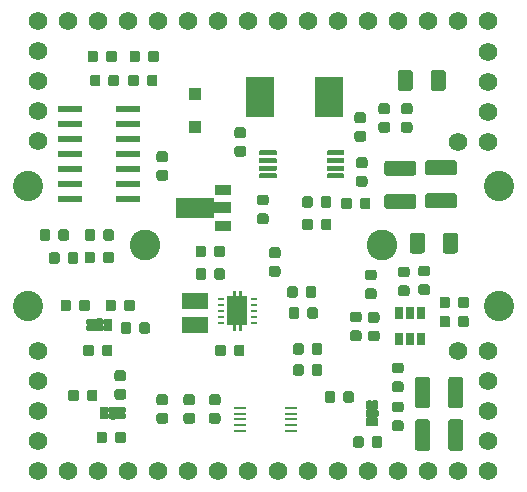
<source format=gts>
G04 #@! TF.GenerationSoftware,KiCad,Pcbnew,(5.1.5)-3*
G04 #@! TF.CreationDate,2020-08-24T21:30:04-04:00*
G04 #@! TF.ProjectId,power-board,706f7765-722d-4626-9f61-72642e6b6963,v0*
G04 #@! TF.SameCoordinates,Original*
G04 #@! TF.FileFunction,Soldermask,Top*
G04 #@! TF.FilePolarity,Negative*
%FSLAX46Y46*%
G04 Gerber Fmt 4.6, Leading zero omitted, Abs format (unit mm)*
G04 Created by KiCad (PCBNEW (5.1.5)-3) date 2020-08-24 21:30:04*
%MOMM*%
%LPD*%
G04 APERTURE LIST*
%ADD10C,0.100000*%
%ADD11C,2.600000*%
%ADD12R,0.625400X0.265400*%
%ADD13R,2.235200X1.397000*%
%ADD14R,1.325400X0.925400*%
%ADD15R,1.125400X1.125400*%
%ADD16C,1.565400*%
%ADD17C,2.565400*%
%ADD18R,2.438400X3.454400*%
%ADD19R,2.006600X0.584200*%
%ADD20R,1.125400X0.275400*%
%ADD21R,0.675400X1.085400*%
G04 APERTURE END LIST*
D10*
G36*
X171682822Y-119059528D02*
G01*
X171707584Y-119063201D01*
X171731866Y-119069284D01*
X171755435Y-119077717D01*
X171778064Y-119088420D01*
X171799535Y-119101289D01*
X171819641Y-119116200D01*
X171838189Y-119133011D01*
X171855000Y-119151559D01*
X171869911Y-119171665D01*
X171882780Y-119193136D01*
X171893483Y-119215765D01*
X171901916Y-119239334D01*
X171907999Y-119263616D01*
X171911672Y-119288378D01*
X171912900Y-119313380D01*
X171912900Y-121478620D01*
X171911672Y-121503622D01*
X171907999Y-121528384D01*
X171901916Y-121552666D01*
X171893483Y-121576235D01*
X171882780Y-121598864D01*
X171869911Y-121620335D01*
X171855000Y-121640441D01*
X171838189Y-121658989D01*
X171819641Y-121675800D01*
X171799535Y-121690711D01*
X171778064Y-121703580D01*
X171755435Y-121714283D01*
X171731866Y-121722716D01*
X171707584Y-121728799D01*
X171682822Y-121732472D01*
X171657820Y-121733700D01*
X170892580Y-121733700D01*
X170867578Y-121732472D01*
X170842816Y-121728799D01*
X170818534Y-121722716D01*
X170794965Y-121714283D01*
X170772336Y-121703580D01*
X170750865Y-121690711D01*
X170730759Y-121675800D01*
X170712211Y-121658989D01*
X170695400Y-121640441D01*
X170680489Y-121620335D01*
X170667620Y-121598864D01*
X170656917Y-121576235D01*
X170648484Y-121552666D01*
X170642401Y-121528384D01*
X170638728Y-121503622D01*
X170637500Y-121478620D01*
X170637500Y-119313380D01*
X170638728Y-119288378D01*
X170642401Y-119263616D01*
X170648484Y-119239334D01*
X170656917Y-119215765D01*
X170667620Y-119193136D01*
X170680489Y-119171665D01*
X170695400Y-119151559D01*
X170712211Y-119133011D01*
X170730759Y-119116200D01*
X170750865Y-119101289D01*
X170772336Y-119088420D01*
X170794965Y-119077717D01*
X170818534Y-119069284D01*
X170842816Y-119063201D01*
X170867578Y-119059528D01*
X170892580Y-119058300D01*
X171657820Y-119058300D01*
X171682822Y-119059528D01*
G37*
G36*
X168882822Y-119059528D02*
G01*
X168907584Y-119063201D01*
X168931866Y-119069284D01*
X168955435Y-119077717D01*
X168978064Y-119088420D01*
X168999535Y-119101289D01*
X169019641Y-119116200D01*
X169038189Y-119133011D01*
X169055000Y-119151559D01*
X169069911Y-119171665D01*
X169082780Y-119193136D01*
X169093483Y-119215765D01*
X169101916Y-119239334D01*
X169107999Y-119263616D01*
X169111672Y-119288378D01*
X169112900Y-119313380D01*
X169112900Y-121478620D01*
X169111672Y-121503622D01*
X169107999Y-121528384D01*
X169101916Y-121552666D01*
X169093483Y-121576235D01*
X169082780Y-121598864D01*
X169069911Y-121620335D01*
X169055000Y-121640441D01*
X169038189Y-121658989D01*
X169019641Y-121675800D01*
X168999535Y-121690711D01*
X168978064Y-121703580D01*
X168955435Y-121714283D01*
X168931866Y-121722716D01*
X168907584Y-121728799D01*
X168882822Y-121732472D01*
X168857820Y-121733700D01*
X168092580Y-121733700D01*
X168067578Y-121732472D01*
X168042816Y-121728799D01*
X168018534Y-121722716D01*
X167994965Y-121714283D01*
X167972336Y-121703580D01*
X167950865Y-121690711D01*
X167930759Y-121675800D01*
X167912211Y-121658989D01*
X167895400Y-121640441D01*
X167880489Y-121620335D01*
X167867620Y-121598864D01*
X167856917Y-121576235D01*
X167848484Y-121552666D01*
X167842401Y-121528384D01*
X167838728Y-121503622D01*
X167837500Y-121478620D01*
X167837500Y-119313380D01*
X167838728Y-119288378D01*
X167842401Y-119263616D01*
X167848484Y-119239334D01*
X167856917Y-119215765D01*
X167867620Y-119193136D01*
X167880489Y-119171665D01*
X167895400Y-119151559D01*
X167912211Y-119133011D01*
X167930759Y-119116200D01*
X167950865Y-119101289D01*
X167972336Y-119088420D01*
X167994965Y-119077717D01*
X168018534Y-119069284D01*
X168042816Y-119063201D01*
X168067578Y-119059528D01*
X168092580Y-119058300D01*
X168857820Y-119058300D01*
X168882822Y-119059528D01*
G37*
D11*
X145000000Y-107950000D03*
X165000000Y-107950000D03*
D10*
G36*
X152658478Y-111765544D02*
G01*
X152660860Y-111766267D01*
X152663056Y-111767440D01*
X152664980Y-111769020D01*
X152666560Y-111770944D01*
X152667733Y-111773140D01*
X152668456Y-111775522D01*
X152668700Y-111778000D01*
X152668700Y-112265300D01*
X152893300Y-112265300D01*
X152893300Y-111778000D01*
X152893544Y-111775522D01*
X152894267Y-111773140D01*
X152895440Y-111770944D01*
X152897020Y-111769020D01*
X152898944Y-111767440D01*
X152901140Y-111766267D01*
X152903522Y-111765544D01*
X152906000Y-111765300D01*
X153156000Y-111765300D01*
X153158478Y-111765544D01*
X153160860Y-111766267D01*
X153163056Y-111767440D01*
X153164980Y-111769020D01*
X153166560Y-111770944D01*
X153167733Y-111773140D01*
X153168456Y-111775522D01*
X153168700Y-111778000D01*
X153168700Y-112265300D01*
X153606000Y-112265300D01*
X153608478Y-112265544D01*
X153610860Y-112266267D01*
X153613056Y-112267440D01*
X153614980Y-112269020D01*
X153616560Y-112270944D01*
X153617733Y-112273140D01*
X153618456Y-112275522D01*
X153618700Y-112278000D01*
X153618700Y-114678000D01*
X153618456Y-114680478D01*
X153617733Y-114682860D01*
X153616560Y-114685056D01*
X153614980Y-114686980D01*
X153613056Y-114688560D01*
X153610860Y-114689733D01*
X153608478Y-114690456D01*
X153606000Y-114690700D01*
X153168700Y-114690700D01*
X153168700Y-115178000D01*
X153168456Y-115180478D01*
X153167733Y-115182860D01*
X153166560Y-115185056D01*
X153164980Y-115186980D01*
X153163056Y-115188560D01*
X153160860Y-115189733D01*
X153158478Y-115190456D01*
X153156000Y-115190700D01*
X152906000Y-115190700D01*
X152903522Y-115190456D01*
X152901140Y-115189733D01*
X152898944Y-115188560D01*
X152897020Y-115186980D01*
X152895440Y-115185056D01*
X152894267Y-115182860D01*
X152893544Y-115180478D01*
X152893300Y-115178000D01*
X152893300Y-114690700D01*
X152668700Y-114690700D01*
X152668700Y-115178000D01*
X152668456Y-115180478D01*
X152667733Y-115182860D01*
X152666560Y-115185056D01*
X152664980Y-115186980D01*
X152663056Y-115188560D01*
X152660860Y-115189733D01*
X152658478Y-115190456D01*
X152656000Y-115190700D01*
X152406000Y-115190700D01*
X152403522Y-115190456D01*
X152401140Y-115189733D01*
X152398944Y-115188560D01*
X152397020Y-115186980D01*
X152395440Y-115185056D01*
X152394267Y-115182860D01*
X152393544Y-115180478D01*
X152393300Y-115178000D01*
X152393300Y-114690700D01*
X151956000Y-114690700D01*
X151953522Y-114690456D01*
X151951140Y-114689733D01*
X151948944Y-114688560D01*
X151947020Y-114686980D01*
X151945440Y-114685056D01*
X151944267Y-114682860D01*
X151943544Y-114680478D01*
X151943300Y-114678000D01*
X151943300Y-112278000D01*
X151943544Y-112275522D01*
X151944267Y-112273140D01*
X151945440Y-112270944D01*
X151947020Y-112269020D01*
X151948944Y-112267440D01*
X151951140Y-112266267D01*
X151953522Y-112265544D01*
X151956000Y-112265300D01*
X152393300Y-112265300D01*
X152393300Y-111778000D01*
X152393544Y-111775522D01*
X152394267Y-111773140D01*
X152395440Y-111770944D01*
X152397020Y-111769020D01*
X152398944Y-111767440D01*
X152401140Y-111766267D01*
X152403522Y-111765544D01*
X152406000Y-111765300D01*
X152656000Y-111765300D01*
X152658478Y-111765544D01*
G37*
D12*
X154181000Y-112478000D03*
X154181000Y-112978000D03*
X154181000Y-113478000D03*
X154181000Y-113978000D03*
X154181000Y-114478000D03*
X151381000Y-114478000D03*
X151381000Y-113978000D03*
X151381000Y-113478000D03*
X151381000Y-112978000D03*
X151381000Y-112478000D03*
D13*
X149225000Y-114681000D03*
X149225000Y-112649000D03*
D10*
G36*
X149001664Y-120556384D02*
G01*
X149023515Y-120559625D01*
X149044943Y-120564993D01*
X149065742Y-120572435D01*
X149085711Y-120581880D01*
X149104659Y-120593236D01*
X149122402Y-120606395D01*
X149138770Y-120621230D01*
X149153605Y-120637598D01*
X149166764Y-120655341D01*
X149178120Y-120674289D01*
X149187565Y-120694258D01*
X149195007Y-120715057D01*
X149200375Y-120736485D01*
X149203616Y-120758336D01*
X149204700Y-120780400D01*
X149204700Y-121230600D01*
X149203616Y-121252664D01*
X149200375Y-121274515D01*
X149195007Y-121295943D01*
X149187565Y-121316742D01*
X149178120Y-121336711D01*
X149166764Y-121355659D01*
X149153605Y-121373402D01*
X149138770Y-121389770D01*
X149122402Y-121404605D01*
X149104659Y-121417764D01*
X149085711Y-121429120D01*
X149065742Y-121438565D01*
X149044943Y-121446007D01*
X149023515Y-121451375D01*
X149001664Y-121454616D01*
X148979600Y-121455700D01*
X148454400Y-121455700D01*
X148432336Y-121454616D01*
X148410485Y-121451375D01*
X148389057Y-121446007D01*
X148368258Y-121438565D01*
X148348289Y-121429120D01*
X148329341Y-121417764D01*
X148311598Y-121404605D01*
X148295230Y-121389770D01*
X148280395Y-121373402D01*
X148267236Y-121355659D01*
X148255880Y-121336711D01*
X148246435Y-121316742D01*
X148238993Y-121295943D01*
X148233625Y-121274515D01*
X148230384Y-121252664D01*
X148229300Y-121230600D01*
X148229300Y-120780400D01*
X148230384Y-120758336D01*
X148233625Y-120736485D01*
X148238993Y-120715057D01*
X148246435Y-120694258D01*
X148255880Y-120674289D01*
X148267236Y-120655341D01*
X148280395Y-120637598D01*
X148295230Y-120621230D01*
X148311598Y-120606395D01*
X148329341Y-120593236D01*
X148348289Y-120581880D01*
X148368258Y-120572435D01*
X148389057Y-120564993D01*
X148410485Y-120559625D01*
X148432336Y-120556384D01*
X148454400Y-120555300D01*
X148979600Y-120555300D01*
X149001664Y-120556384D01*
G37*
G36*
X149001664Y-122131384D02*
G01*
X149023515Y-122134625D01*
X149044943Y-122139993D01*
X149065742Y-122147435D01*
X149085711Y-122156880D01*
X149104659Y-122168236D01*
X149122402Y-122181395D01*
X149138770Y-122196230D01*
X149153605Y-122212598D01*
X149166764Y-122230341D01*
X149178120Y-122249289D01*
X149187565Y-122269258D01*
X149195007Y-122290057D01*
X149200375Y-122311485D01*
X149203616Y-122333336D01*
X149204700Y-122355400D01*
X149204700Y-122805600D01*
X149203616Y-122827664D01*
X149200375Y-122849515D01*
X149195007Y-122870943D01*
X149187565Y-122891742D01*
X149178120Y-122911711D01*
X149166764Y-122930659D01*
X149153605Y-122948402D01*
X149138770Y-122964770D01*
X149122402Y-122979605D01*
X149104659Y-122992764D01*
X149085711Y-123004120D01*
X149065742Y-123013565D01*
X149044943Y-123021007D01*
X149023515Y-123026375D01*
X149001664Y-123029616D01*
X148979600Y-123030700D01*
X148454400Y-123030700D01*
X148432336Y-123029616D01*
X148410485Y-123026375D01*
X148389057Y-123021007D01*
X148368258Y-123013565D01*
X148348289Y-123004120D01*
X148329341Y-122992764D01*
X148311598Y-122979605D01*
X148295230Y-122964770D01*
X148280395Y-122948402D01*
X148267236Y-122930659D01*
X148255880Y-122911711D01*
X148246435Y-122891742D01*
X148238993Y-122870943D01*
X148233625Y-122849515D01*
X148230384Y-122827664D01*
X148229300Y-122805600D01*
X148229300Y-122355400D01*
X148230384Y-122333336D01*
X148233625Y-122311485D01*
X148238993Y-122290057D01*
X148246435Y-122269258D01*
X148255880Y-122249289D01*
X148267236Y-122230341D01*
X148280395Y-122212598D01*
X148295230Y-122196230D01*
X148311598Y-122181395D01*
X148329341Y-122168236D01*
X148348289Y-122156880D01*
X148368258Y-122147435D01*
X148389057Y-122139993D01*
X148410485Y-122134625D01*
X148432336Y-122131384D01*
X148454400Y-122130300D01*
X148979600Y-122130300D01*
X149001664Y-122131384D01*
G37*
G36*
X155224664Y-103665384D02*
G01*
X155246515Y-103668625D01*
X155267943Y-103673993D01*
X155288742Y-103681435D01*
X155308711Y-103690880D01*
X155327659Y-103702236D01*
X155345402Y-103715395D01*
X155361770Y-103730230D01*
X155376605Y-103746598D01*
X155389764Y-103764341D01*
X155401120Y-103783289D01*
X155410565Y-103803258D01*
X155418007Y-103824057D01*
X155423375Y-103845485D01*
X155426616Y-103867336D01*
X155427700Y-103889400D01*
X155427700Y-104339600D01*
X155426616Y-104361664D01*
X155423375Y-104383515D01*
X155418007Y-104404943D01*
X155410565Y-104425742D01*
X155401120Y-104445711D01*
X155389764Y-104464659D01*
X155376605Y-104482402D01*
X155361770Y-104498770D01*
X155345402Y-104513605D01*
X155327659Y-104526764D01*
X155308711Y-104538120D01*
X155288742Y-104547565D01*
X155267943Y-104555007D01*
X155246515Y-104560375D01*
X155224664Y-104563616D01*
X155202600Y-104564700D01*
X154677400Y-104564700D01*
X154655336Y-104563616D01*
X154633485Y-104560375D01*
X154612057Y-104555007D01*
X154591258Y-104547565D01*
X154571289Y-104538120D01*
X154552341Y-104526764D01*
X154534598Y-104513605D01*
X154518230Y-104498770D01*
X154503395Y-104482402D01*
X154490236Y-104464659D01*
X154478880Y-104445711D01*
X154469435Y-104425742D01*
X154461993Y-104404943D01*
X154456625Y-104383515D01*
X154453384Y-104361664D01*
X154452300Y-104339600D01*
X154452300Y-103889400D01*
X154453384Y-103867336D01*
X154456625Y-103845485D01*
X154461993Y-103824057D01*
X154469435Y-103803258D01*
X154478880Y-103783289D01*
X154490236Y-103764341D01*
X154503395Y-103746598D01*
X154518230Y-103730230D01*
X154534598Y-103715395D01*
X154552341Y-103702236D01*
X154571289Y-103690880D01*
X154591258Y-103681435D01*
X154612057Y-103673993D01*
X154633485Y-103668625D01*
X154655336Y-103665384D01*
X154677400Y-103664300D01*
X155202600Y-103664300D01*
X155224664Y-103665384D01*
G37*
G36*
X155224664Y-105240384D02*
G01*
X155246515Y-105243625D01*
X155267943Y-105248993D01*
X155288742Y-105256435D01*
X155308711Y-105265880D01*
X155327659Y-105277236D01*
X155345402Y-105290395D01*
X155361770Y-105305230D01*
X155376605Y-105321598D01*
X155389764Y-105339341D01*
X155401120Y-105358289D01*
X155410565Y-105378258D01*
X155418007Y-105399057D01*
X155423375Y-105420485D01*
X155426616Y-105442336D01*
X155427700Y-105464400D01*
X155427700Y-105914600D01*
X155426616Y-105936664D01*
X155423375Y-105958515D01*
X155418007Y-105979943D01*
X155410565Y-106000742D01*
X155401120Y-106020711D01*
X155389764Y-106039659D01*
X155376605Y-106057402D01*
X155361770Y-106073770D01*
X155345402Y-106088605D01*
X155327659Y-106101764D01*
X155308711Y-106113120D01*
X155288742Y-106122565D01*
X155267943Y-106130007D01*
X155246515Y-106135375D01*
X155224664Y-106138616D01*
X155202600Y-106139700D01*
X154677400Y-106139700D01*
X154655336Y-106138616D01*
X154633485Y-106135375D01*
X154612057Y-106130007D01*
X154591258Y-106122565D01*
X154571289Y-106113120D01*
X154552341Y-106101764D01*
X154534598Y-106088605D01*
X154518230Y-106073770D01*
X154503395Y-106057402D01*
X154490236Y-106039659D01*
X154478880Y-106020711D01*
X154469435Y-106000742D01*
X154461993Y-105979943D01*
X154456625Y-105958515D01*
X154453384Y-105936664D01*
X154452300Y-105914600D01*
X154452300Y-105464400D01*
X154453384Y-105442336D01*
X154456625Y-105420485D01*
X154461993Y-105399057D01*
X154469435Y-105378258D01*
X154478880Y-105358289D01*
X154490236Y-105339341D01*
X154503395Y-105321598D01*
X154518230Y-105305230D01*
X154534598Y-105290395D01*
X154552341Y-105277236D01*
X154571289Y-105265880D01*
X154591258Y-105256435D01*
X154612057Y-105248993D01*
X154633485Y-105243625D01*
X154655336Y-105240384D01*
X154677400Y-105239300D01*
X155202600Y-105239300D01*
X155224664Y-105240384D01*
G37*
G36*
X147646022Y-105653956D02*
G01*
X147643640Y-105653233D01*
X147641444Y-105652060D01*
X147639520Y-105650480D01*
X147637940Y-105648556D01*
X147636767Y-105646360D01*
X147636044Y-105643978D01*
X147635800Y-105641500D01*
X147635800Y-103908500D01*
X147636044Y-103906022D01*
X147636767Y-103903640D01*
X147637940Y-103901444D01*
X147639520Y-103899520D01*
X147641444Y-103897940D01*
X147643640Y-103896767D01*
X147646022Y-103896044D01*
X147648500Y-103895800D01*
X150773500Y-103895800D01*
X150775978Y-103896044D01*
X150778360Y-103896767D01*
X150780556Y-103897940D01*
X150782480Y-103899520D01*
X150784060Y-103901444D01*
X150785233Y-103903640D01*
X150785956Y-103906022D01*
X150786200Y-103908500D01*
X150786200Y-104312300D01*
X152248500Y-104312300D01*
X152250978Y-104312544D01*
X152253360Y-104313267D01*
X152255556Y-104314440D01*
X152257480Y-104316020D01*
X152259060Y-104317944D01*
X152260233Y-104320140D01*
X152260956Y-104322522D01*
X152261200Y-104325000D01*
X152261200Y-105225000D01*
X152260956Y-105227478D01*
X152260233Y-105229860D01*
X152259060Y-105232056D01*
X152257480Y-105233980D01*
X152255556Y-105235560D01*
X152253360Y-105236733D01*
X152250978Y-105237456D01*
X152248500Y-105237700D01*
X150786200Y-105237700D01*
X150786200Y-105641500D01*
X150785956Y-105643978D01*
X150785233Y-105646360D01*
X150784060Y-105648556D01*
X150782480Y-105650480D01*
X150780556Y-105652060D01*
X150778360Y-105653233D01*
X150775978Y-105653956D01*
X150773500Y-105654200D01*
X147648500Y-105654200D01*
X147646022Y-105653956D01*
G37*
D14*
X151598500Y-103275000D03*
X151598500Y-106275000D03*
D10*
G36*
X167416664Y-95918384D02*
G01*
X167438515Y-95921625D01*
X167459943Y-95926993D01*
X167480742Y-95934435D01*
X167500711Y-95943880D01*
X167519659Y-95955236D01*
X167537402Y-95968395D01*
X167553770Y-95983230D01*
X167568605Y-95999598D01*
X167581764Y-96017341D01*
X167593120Y-96036289D01*
X167602565Y-96056258D01*
X167610007Y-96077057D01*
X167615375Y-96098485D01*
X167618616Y-96120336D01*
X167619700Y-96142400D01*
X167619700Y-96592600D01*
X167618616Y-96614664D01*
X167615375Y-96636515D01*
X167610007Y-96657943D01*
X167602565Y-96678742D01*
X167593120Y-96698711D01*
X167581764Y-96717659D01*
X167568605Y-96735402D01*
X167553770Y-96751770D01*
X167537402Y-96766605D01*
X167519659Y-96779764D01*
X167500711Y-96791120D01*
X167480742Y-96800565D01*
X167459943Y-96808007D01*
X167438515Y-96813375D01*
X167416664Y-96816616D01*
X167394600Y-96817700D01*
X166869400Y-96817700D01*
X166847336Y-96816616D01*
X166825485Y-96813375D01*
X166804057Y-96808007D01*
X166783258Y-96800565D01*
X166763289Y-96791120D01*
X166744341Y-96779764D01*
X166726598Y-96766605D01*
X166710230Y-96751770D01*
X166695395Y-96735402D01*
X166682236Y-96717659D01*
X166670880Y-96698711D01*
X166661435Y-96678742D01*
X166653993Y-96657943D01*
X166648625Y-96636515D01*
X166645384Y-96614664D01*
X166644300Y-96592600D01*
X166644300Y-96142400D01*
X166645384Y-96120336D01*
X166648625Y-96098485D01*
X166653993Y-96077057D01*
X166661435Y-96056258D01*
X166670880Y-96036289D01*
X166682236Y-96017341D01*
X166695395Y-95999598D01*
X166710230Y-95983230D01*
X166726598Y-95968395D01*
X166744341Y-95955236D01*
X166763289Y-95943880D01*
X166783258Y-95934435D01*
X166804057Y-95926993D01*
X166825485Y-95921625D01*
X166847336Y-95918384D01*
X166869400Y-95917300D01*
X167394600Y-95917300D01*
X167416664Y-95918384D01*
G37*
G36*
X167416664Y-97493384D02*
G01*
X167438515Y-97496625D01*
X167459943Y-97501993D01*
X167480742Y-97509435D01*
X167500711Y-97518880D01*
X167519659Y-97530236D01*
X167537402Y-97543395D01*
X167553770Y-97558230D01*
X167568605Y-97574598D01*
X167581764Y-97592341D01*
X167593120Y-97611289D01*
X167602565Y-97631258D01*
X167610007Y-97652057D01*
X167615375Y-97673485D01*
X167618616Y-97695336D01*
X167619700Y-97717400D01*
X167619700Y-98167600D01*
X167618616Y-98189664D01*
X167615375Y-98211515D01*
X167610007Y-98232943D01*
X167602565Y-98253742D01*
X167593120Y-98273711D01*
X167581764Y-98292659D01*
X167568605Y-98310402D01*
X167553770Y-98326770D01*
X167537402Y-98341605D01*
X167519659Y-98354764D01*
X167500711Y-98366120D01*
X167480742Y-98375565D01*
X167459943Y-98383007D01*
X167438515Y-98388375D01*
X167416664Y-98391616D01*
X167394600Y-98392700D01*
X166869400Y-98392700D01*
X166847336Y-98391616D01*
X166825485Y-98388375D01*
X166804057Y-98383007D01*
X166783258Y-98375565D01*
X166763289Y-98366120D01*
X166744341Y-98354764D01*
X166726598Y-98341605D01*
X166710230Y-98326770D01*
X166695395Y-98310402D01*
X166682236Y-98292659D01*
X166670880Y-98273711D01*
X166661435Y-98253742D01*
X166653993Y-98232943D01*
X166648625Y-98211515D01*
X166645384Y-98189664D01*
X166644300Y-98167600D01*
X166644300Y-97717400D01*
X166645384Y-97695336D01*
X166648625Y-97673485D01*
X166653993Y-97652057D01*
X166661435Y-97631258D01*
X166670880Y-97611289D01*
X166682236Y-97592341D01*
X166695395Y-97574598D01*
X166710230Y-97558230D01*
X166726598Y-97543395D01*
X166744341Y-97530236D01*
X166763289Y-97518880D01*
X166783258Y-97509435D01*
X166804057Y-97501993D01*
X166825485Y-97496625D01*
X166847336Y-97493384D01*
X166869400Y-97492300D01*
X167394600Y-97492300D01*
X167416664Y-97493384D01*
G37*
G36*
X165511664Y-97493384D02*
G01*
X165533515Y-97496625D01*
X165554943Y-97501993D01*
X165575742Y-97509435D01*
X165595711Y-97518880D01*
X165614659Y-97530236D01*
X165632402Y-97543395D01*
X165648770Y-97558230D01*
X165663605Y-97574598D01*
X165676764Y-97592341D01*
X165688120Y-97611289D01*
X165697565Y-97631258D01*
X165705007Y-97652057D01*
X165710375Y-97673485D01*
X165713616Y-97695336D01*
X165714700Y-97717400D01*
X165714700Y-98167600D01*
X165713616Y-98189664D01*
X165710375Y-98211515D01*
X165705007Y-98232943D01*
X165697565Y-98253742D01*
X165688120Y-98273711D01*
X165676764Y-98292659D01*
X165663605Y-98310402D01*
X165648770Y-98326770D01*
X165632402Y-98341605D01*
X165614659Y-98354764D01*
X165595711Y-98366120D01*
X165575742Y-98375565D01*
X165554943Y-98383007D01*
X165533515Y-98388375D01*
X165511664Y-98391616D01*
X165489600Y-98392700D01*
X164964400Y-98392700D01*
X164942336Y-98391616D01*
X164920485Y-98388375D01*
X164899057Y-98383007D01*
X164878258Y-98375565D01*
X164858289Y-98366120D01*
X164839341Y-98354764D01*
X164821598Y-98341605D01*
X164805230Y-98326770D01*
X164790395Y-98310402D01*
X164777236Y-98292659D01*
X164765880Y-98273711D01*
X164756435Y-98253742D01*
X164748993Y-98232943D01*
X164743625Y-98211515D01*
X164740384Y-98189664D01*
X164739300Y-98167600D01*
X164739300Y-97717400D01*
X164740384Y-97695336D01*
X164743625Y-97673485D01*
X164748993Y-97652057D01*
X164756435Y-97631258D01*
X164765880Y-97611289D01*
X164777236Y-97592341D01*
X164790395Y-97574598D01*
X164805230Y-97558230D01*
X164821598Y-97543395D01*
X164839341Y-97530236D01*
X164858289Y-97518880D01*
X164878258Y-97509435D01*
X164899057Y-97501993D01*
X164920485Y-97496625D01*
X164942336Y-97493384D01*
X164964400Y-97492300D01*
X165489600Y-97492300D01*
X165511664Y-97493384D01*
G37*
G36*
X165511664Y-95918384D02*
G01*
X165533515Y-95921625D01*
X165554943Y-95926993D01*
X165575742Y-95934435D01*
X165595711Y-95943880D01*
X165614659Y-95955236D01*
X165632402Y-95968395D01*
X165648770Y-95983230D01*
X165663605Y-95999598D01*
X165676764Y-96017341D01*
X165688120Y-96036289D01*
X165697565Y-96056258D01*
X165705007Y-96077057D01*
X165710375Y-96098485D01*
X165713616Y-96120336D01*
X165714700Y-96142400D01*
X165714700Y-96592600D01*
X165713616Y-96614664D01*
X165710375Y-96636515D01*
X165705007Y-96657943D01*
X165697565Y-96678742D01*
X165688120Y-96698711D01*
X165676764Y-96717659D01*
X165663605Y-96735402D01*
X165648770Y-96751770D01*
X165632402Y-96766605D01*
X165614659Y-96779764D01*
X165595711Y-96791120D01*
X165575742Y-96800565D01*
X165554943Y-96808007D01*
X165533515Y-96813375D01*
X165511664Y-96816616D01*
X165489600Y-96817700D01*
X164964400Y-96817700D01*
X164942336Y-96816616D01*
X164920485Y-96813375D01*
X164899057Y-96808007D01*
X164878258Y-96800565D01*
X164858289Y-96791120D01*
X164839341Y-96779764D01*
X164821598Y-96766605D01*
X164805230Y-96751770D01*
X164790395Y-96735402D01*
X164777236Y-96717659D01*
X164765880Y-96698711D01*
X164756435Y-96678742D01*
X164748993Y-96657943D01*
X164743625Y-96636515D01*
X164740384Y-96614664D01*
X164739300Y-96592600D01*
X164739300Y-96142400D01*
X164740384Y-96120336D01*
X164743625Y-96098485D01*
X164748993Y-96077057D01*
X164756435Y-96056258D01*
X164765880Y-96036289D01*
X164777236Y-96017341D01*
X164790395Y-95999598D01*
X164805230Y-95983230D01*
X164821598Y-95968395D01*
X164839341Y-95955236D01*
X164858289Y-95943880D01*
X164878258Y-95934435D01*
X164899057Y-95926993D01*
X164920485Y-95921625D01*
X164942336Y-95918384D01*
X164964400Y-95917300D01*
X165489600Y-95917300D01*
X165511664Y-95918384D01*
G37*
G36*
X153319664Y-99525384D02*
G01*
X153341515Y-99528625D01*
X153362943Y-99533993D01*
X153383742Y-99541435D01*
X153403711Y-99550880D01*
X153422659Y-99562236D01*
X153440402Y-99575395D01*
X153456770Y-99590230D01*
X153471605Y-99606598D01*
X153484764Y-99624341D01*
X153496120Y-99643289D01*
X153505565Y-99663258D01*
X153513007Y-99684057D01*
X153518375Y-99705485D01*
X153521616Y-99727336D01*
X153522700Y-99749400D01*
X153522700Y-100199600D01*
X153521616Y-100221664D01*
X153518375Y-100243515D01*
X153513007Y-100264943D01*
X153505565Y-100285742D01*
X153496120Y-100305711D01*
X153484764Y-100324659D01*
X153471605Y-100342402D01*
X153456770Y-100358770D01*
X153440402Y-100373605D01*
X153422659Y-100386764D01*
X153403711Y-100398120D01*
X153383742Y-100407565D01*
X153362943Y-100415007D01*
X153341515Y-100420375D01*
X153319664Y-100423616D01*
X153297600Y-100424700D01*
X152772400Y-100424700D01*
X152750336Y-100423616D01*
X152728485Y-100420375D01*
X152707057Y-100415007D01*
X152686258Y-100407565D01*
X152666289Y-100398120D01*
X152647341Y-100386764D01*
X152629598Y-100373605D01*
X152613230Y-100358770D01*
X152598395Y-100342402D01*
X152585236Y-100324659D01*
X152573880Y-100305711D01*
X152564435Y-100285742D01*
X152556993Y-100264943D01*
X152551625Y-100243515D01*
X152548384Y-100221664D01*
X152547300Y-100199600D01*
X152547300Y-99749400D01*
X152548384Y-99727336D01*
X152551625Y-99705485D01*
X152556993Y-99684057D01*
X152564435Y-99663258D01*
X152573880Y-99643289D01*
X152585236Y-99624341D01*
X152598395Y-99606598D01*
X152613230Y-99590230D01*
X152629598Y-99575395D01*
X152647341Y-99562236D01*
X152666289Y-99550880D01*
X152686258Y-99541435D01*
X152707057Y-99533993D01*
X152728485Y-99528625D01*
X152750336Y-99525384D01*
X152772400Y-99524300D01*
X153297600Y-99524300D01*
X153319664Y-99525384D01*
G37*
G36*
X153319664Y-97950384D02*
G01*
X153341515Y-97953625D01*
X153362943Y-97958993D01*
X153383742Y-97966435D01*
X153403711Y-97975880D01*
X153422659Y-97987236D01*
X153440402Y-98000395D01*
X153456770Y-98015230D01*
X153471605Y-98031598D01*
X153484764Y-98049341D01*
X153496120Y-98068289D01*
X153505565Y-98088258D01*
X153513007Y-98109057D01*
X153518375Y-98130485D01*
X153521616Y-98152336D01*
X153522700Y-98174400D01*
X153522700Y-98624600D01*
X153521616Y-98646664D01*
X153518375Y-98668515D01*
X153513007Y-98689943D01*
X153505565Y-98710742D01*
X153496120Y-98730711D01*
X153484764Y-98749659D01*
X153471605Y-98767402D01*
X153456770Y-98783770D01*
X153440402Y-98798605D01*
X153422659Y-98811764D01*
X153403711Y-98823120D01*
X153383742Y-98832565D01*
X153362943Y-98840007D01*
X153341515Y-98845375D01*
X153319664Y-98848616D01*
X153297600Y-98849700D01*
X152772400Y-98849700D01*
X152750336Y-98848616D01*
X152728485Y-98845375D01*
X152707057Y-98840007D01*
X152686258Y-98832565D01*
X152666289Y-98823120D01*
X152647341Y-98811764D01*
X152629598Y-98798605D01*
X152613230Y-98783770D01*
X152598395Y-98767402D01*
X152585236Y-98749659D01*
X152573880Y-98730711D01*
X152564435Y-98710742D01*
X152556993Y-98689943D01*
X152551625Y-98668515D01*
X152548384Y-98646664D01*
X152547300Y-98624600D01*
X152547300Y-98174400D01*
X152548384Y-98152336D01*
X152551625Y-98130485D01*
X152556993Y-98109057D01*
X152564435Y-98088258D01*
X152573880Y-98068289D01*
X152585236Y-98049341D01*
X152598395Y-98031598D01*
X152613230Y-98015230D01*
X152629598Y-98000395D01*
X152647341Y-97987236D01*
X152666289Y-97975880D01*
X152686258Y-97966435D01*
X152707057Y-97958993D01*
X152728485Y-97953625D01*
X152750336Y-97950384D01*
X152772400Y-97949300D01*
X153297600Y-97949300D01*
X153319664Y-97950384D01*
G37*
G36*
X163606664Y-100490384D02*
G01*
X163628515Y-100493625D01*
X163649943Y-100498993D01*
X163670742Y-100506435D01*
X163690711Y-100515880D01*
X163709659Y-100527236D01*
X163727402Y-100540395D01*
X163743770Y-100555230D01*
X163758605Y-100571598D01*
X163771764Y-100589341D01*
X163783120Y-100608289D01*
X163792565Y-100628258D01*
X163800007Y-100649057D01*
X163805375Y-100670485D01*
X163808616Y-100692336D01*
X163809700Y-100714400D01*
X163809700Y-101164600D01*
X163808616Y-101186664D01*
X163805375Y-101208515D01*
X163800007Y-101229943D01*
X163792565Y-101250742D01*
X163783120Y-101270711D01*
X163771764Y-101289659D01*
X163758605Y-101307402D01*
X163743770Y-101323770D01*
X163727402Y-101338605D01*
X163709659Y-101351764D01*
X163690711Y-101363120D01*
X163670742Y-101372565D01*
X163649943Y-101380007D01*
X163628515Y-101385375D01*
X163606664Y-101388616D01*
X163584600Y-101389700D01*
X163059400Y-101389700D01*
X163037336Y-101388616D01*
X163015485Y-101385375D01*
X162994057Y-101380007D01*
X162973258Y-101372565D01*
X162953289Y-101363120D01*
X162934341Y-101351764D01*
X162916598Y-101338605D01*
X162900230Y-101323770D01*
X162885395Y-101307402D01*
X162872236Y-101289659D01*
X162860880Y-101270711D01*
X162851435Y-101250742D01*
X162843993Y-101229943D01*
X162838625Y-101208515D01*
X162835384Y-101186664D01*
X162834300Y-101164600D01*
X162834300Y-100714400D01*
X162835384Y-100692336D01*
X162838625Y-100670485D01*
X162843993Y-100649057D01*
X162851435Y-100628258D01*
X162860880Y-100608289D01*
X162872236Y-100589341D01*
X162885395Y-100571598D01*
X162900230Y-100555230D01*
X162916598Y-100540395D01*
X162934341Y-100527236D01*
X162953289Y-100515880D01*
X162973258Y-100506435D01*
X162994057Y-100498993D01*
X163015485Y-100493625D01*
X163037336Y-100490384D01*
X163059400Y-100489300D01*
X163584600Y-100489300D01*
X163606664Y-100490384D01*
G37*
G36*
X163606664Y-102065384D02*
G01*
X163628515Y-102068625D01*
X163649943Y-102073993D01*
X163670742Y-102081435D01*
X163690711Y-102090880D01*
X163709659Y-102102236D01*
X163727402Y-102115395D01*
X163743770Y-102130230D01*
X163758605Y-102146598D01*
X163771764Y-102164341D01*
X163783120Y-102183289D01*
X163792565Y-102203258D01*
X163800007Y-102224057D01*
X163805375Y-102245485D01*
X163808616Y-102267336D01*
X163809700Y-102289400D01*
X163809700Y-102739600D01*
X163808616Y-102761664D01*
X163805375Y-102783515D01*
X163800007Y-102804943D01*
X163792565Y-102825742D01*
X163783120Y-102845711D01*
X163771764Y-102864659D01*
X163758605Y-102882402D01*
X163743770Y-102898770D01*
X163727402Y-102913605D01*
X163709659Y-102926764D01*
X163690711Y-102938120D01*
X163670742Y-102947565D01*
X163649943Y-102955007D01*
X163628515Y-102960375D01*
X163606664Y-102963616D01*
X163584600Y-102964700D01*
X163059400Y-102964700D01*
X163037336Y-102963616D01*
X163015485Y-102960375D01*
X162994057Y-102955007D01*
X162973258Y-102947565D01*
X162953289Y-102938120D01*
X162934341Y-102926764D01*
X162916598Y-102913605D01*
X162900230Y-102898770D01*
X162885395Y-102882402D01*
X162872236Y-102864659D01*
X162860880Y-102845711D01*
X162851435Y-102825742D01*
X162843993Y-102804943D01*
X162838625Y-102783515D01*
X162835384Y-102761664D01*
X162834300Y-102739600D01*
X162834300Y-102289400D01*
X162835384Y-102267336D01*
X162838625Y-102245485D01*
X162843993Y-102224057D01*
X162851435Y-102203258D01*
X162860880Y-102183289D01*
X162872236Y-102164341D01*
X162885395Y-102146598D01*
X162900230Y-102130230D01*
X162916598Y-102115395D01*
X162934341Y-102102236D01*
X162953289Y-102090880D01*
X162973258Y-102081435D01*
X162994057Y-102073993D01*
X163015485Y-102068625D01*
X163037336Y-102065384D01*
X163059400Y-102064300D01*
X163584600Y-102064300D01*
X163606664Y-102065384D01*
G37*
G36*
X160546664Y-105685384D02*
G01*
X160568515Y-105688625D01*
X160589943Y-105693993D01*
X160610742Y-105701435D01*
X160630711Y-105710880D01*
X160649659Y-105722236D01*
X160667402Y-105735395D01*
X160683770Y-105750230D01*
X160698605Y-105766598D01*
X160711764Y-105784341D01*
X160723120Y-105803289D01*
X160732565Y-105823258D01*
X160740007Y-105844057D01*
X160745375Y-105865485D01*
X160748616Y-105887336D01*
X160749700Y-105909400D01*
X160749700Y-106434600D01*
X160748616Y-106456664D01*
X160745375Y-106478515D01*
X160740007Y-106499943D01*
X160732565Y-106520742D01*
X160723120Y-106540711D01*
X160711764Y-106559659D01*
X160698605Y-106577402D01*
X160683770Y-106593770D01*
X160667402Y-106608605D01*
X160649659Y-106621764D01*
X160630711Y-106633120D01*
X160610742Y-106642565D01*
X160589943Y-106650007D01*
X160568515Y-106655375D01*
X160546664Y-106658616D01*
X160524600Y-106659700D01*
X160074400Y-106659700D01*
X160052336Y-106658616D01*
X160030485Y-106655375D01*
X160009057Y-106650007D01*
X159988258Y-106642565D01*
X159968289Y-106633120D01*
X159949341Y-106621764D01*
X159931598Y-106608605D01*
X159915230Y-106593770D01*
X159900395Y-106577402D01*
X159887236Y-106559659D01*
X159875880Y-106540711D01*
X159866435Y-106520742D01*
X159858993Y-106499943D01*
X159853625Y-106478515D01*
X159850384Y-106456664D01*
X159849300Y-106434600D01*
X159849300Y-105909400D01*
X159850384Y-105887336D01*
X159853625Y-105865485D01*
X159858993Y-105844057D01*
X159866435Y-105823258D01*
X159875880Y-105803289D01*
X159887236Y-105784341D01*
X159900395Y-105766598D01*
X159915230Y-105750230D01*
X159931598Y-105735395D01*
X159949341Y-105722236D01*
X159968289Y-105710880D01*
X159988258Y-105701435D01*
X160009057Y-105693993D01*
X160030485Y-105688625D01*
X160052336Y-105685384D01*
X160074400Y-105684300D01*
X160524600Y-105684300D01*
X160546664Y-105685384D01*
G37*
G36*
X158971664Y-105685384D02*
G01*
X158993515Y-105688625D01*
X159014943Y-105693993D01*
X159035742Y-105701435D01*
X159055711Y-105710880D01*
X159074659Y-105722236D01*
X159092402Y-105735395D01*
X159108770Y-105750230D01*
X159123605Y-105766598D01*
X159136764Y-105784341D01*
X159148120Y-105803289D01*
X159157565Y-105823258D01*
X159165007Y-105844057D01*
X159170375Y-105865485D01*
X159173616Y-105887336D01*
X159174700Y-105909400D01*
X159174700Y-106434600D01*
X159173616Y-106456664D01*
X159170375Y-106478515D01*
X159165007Y-106499943D01*
X159157565Y-106520742D01*
X159148120Y-106540711D01*
X159136764Y-106559659D01*
X159123605Y-106577402D01*
X159108770Y-106593770D01*
X159092402Y-106608605D01*
X159074659Y-106621764D01*
X159055711Y-106633120D01*
X159035742Y-106642565D01*
X159014943Y-106650007D01*
X158993515Y-106655375D01*
X158971664Y-106658616D01*
X158949600Y-106659700D01*
X158499400Y-106659700D01*
X158477336Y-106658616D01*
X158455485Y-106655375D01*
X158434057Y-106650007D01*
X158413258Y-106642565D01*
X158393289Y-106633120D01*
X158374341Y-106621764D01*
X158356598Y-106608605D01*
X158340230Y-106593770D01*
X158325395Y-106577402D01*
X158312236Y-106559659D01*
X158300880Y-106540711D01*
X158291435Y-106520742D01*
X158283993Y-106499943D01*
X158278625Y-106478515D01*
X158275384Y-106456664D01*
X158274300Y-106434600D01*
X158274300Y-105909400D01*
X158275384Y-105887336D01*
X158278625Y-105865485D01*
X158283993Y-105844057D01*
X158291435Y-105823258D01*
X158300880Y-105803289D01*
X158312236Y-105784341D01*
X158325395Y-105766598D01*
X158340230Y-105750230D01*
X158356598Y-105735395D01*
X158374341Y-105722236D01*
X158393289Y-105710880D01*
X158413258Y-105701435D01*
X158434057Y-105693993D01*
X158455485Y-105688625D01*
X158477336Y-105685384D01*
X158499400Y-105684300D01*
X158949600Y-105684300D01*
X158971664Y-105685384D01*
G37*
G36*
X151605664Y-116353384D02*
G01*
X151627515Y-116356625D01*
X151648943Y-116361993D01*
X151669742Y-116369435D01*
X151689711Y-116378880D01*
X151708659Y-116390236D01*
X151726402Y-116403395D01*
X151742770Y-116418230D01*
X151757605Y-116434598D01*
X151770764Y-116452341D01*
X151782120Y-116471289D01*
X151791565Y-116491258D01*
X151799007Y-116512057D01*
X151804375Y-116533485D01*
X151807616Y-116555336D01*
X151808700Y-116577400D01*
X151808700Y-117102600D01*
X151807616Y-117124664D01*
X151804375Y-117146515D01*
X151799007Y-117167943D01*
X151791565Y-117188742D01*
X151782120Y-117208711D01*
X151770764Y-117227659D01*
X151757605Y-117245402D01*
X151742770Y-117261770D01*
X151726402Y-117276605D01*
X151708659Y-117289764D01*
X151689711Y-117301120D01*
X151669742Y-117310565D01*
X151648943Y-117318007D01*
X151627515Y-117323375D01*
X151605664Y-117326616D01*
X151583600Y-117327700D01*
X151133400Y-117327700D01*
X151111336Y-117326616D01*
X151089485Y-117323375D01*
X151068057Y-117318007D01*
X151047258Y-117310565D01*
X151027289Y-117301120D01*
X151008341Y-117289764D01*
X150990598Y-117276605D01*
X150974230Y-117261770D01*
X150959395Y-117245402D01*
X150946236Y-117227659D01*
X150934880Y-117208711D01*
X150925435Y-117188742D01*
X150917993Y-117167943D01*
X150912625Y-117146515D01*
X150909384Y-117124664D01*
X150908300Y-117102600D01*
X150908300Y-116577400D01*
X150909384Y-116555336D01*
X150912625Y-116533485D01*
X150917993Y-116512057D01*
X150925435Y-116491258D01*
X150934880Y-116471289D01*
X150946236Y-116452341D01*
X150959395Y-116434598D01*
X150974230Y-116418230D01*
X150990598Y-116403395D01*
X151008341Y-116390236D01*
X151027289Y-116378880D01*
X151047258Y-116369435D01*
X151068057Y-116361993D01*
X151089485Y-116356625D01*
X151111336Y-116353384D01*
X151133400Y-116352300D01*
X151583600Y-116352300D01*
X151605664Y-116353384D01*
G37*
G36*
X153180664Y-116353384D02*
G01*
X153202515Y-116356625D01*
X153223943Y-116361993D01*
X153244742Y-116369435D01*
X153264711Y-116378880D01*
X153283659Y-116390236D01*
X153301402Y-116403395D01*
X153317770Y-116418230D01*
X153332605Y-116434598D01*
X153345764Y-116452341D01*
X153357120Y-116471289D01*
X153366565Y-116491258D01*
X153374007Y-116512057D01*
X153379375Y-116533485D01*
X153382616Y-116555336D01*
X153383700Y-116577400D01*
X153383700Y-117102600D01*
X153382616Y-117124664D01*
X153379375Y-117146515D01*
X153374007Y-117167943D01*
X153366565Y-117188742D01*
X153357120Y-117208711D01*
X153345764Y-117227659D01*
X153332605Y-117245402D01*
X153317770Y-117261770D01*
X153301402Y-117276605D01*
X153283659Y-117289764D01*
X153264711Y-117301120D01*
X153244742Y-117310565D01*
X153223943Y-117318007D01*
X153202515Y-117323375D01*
X153180664Y-117326616D01*
X153158600Y-117327700D01*
X152708400Y-117327700D01*
X152686336Y-117326616D01*
X152664485Y-117323375D01*
X152643057Y-117318007D01*
X152622258Y-117310565D01*
X152602289Y-117301120D01*
X152583341Y-117289764D01*
X152565598Y-117276605D01*
X152549230Y-117261770D01*
X152534395Y-117245402D01*
X152521236Y-117227659D01*
X152509880Y-117208711D01*
X152500435Y-117188742D01*
X152492993Y-117167943D01*
X152487625Y-117146515D01*
X152484384Y-117124664D01*
X152483300Y-117102600D01*
X152483300Y-116577400D01*
X152484384Y-116555336D01*
X152487625Y-116533485D01*
X152492993Y-116512057D01*
X152500435Y-116491258D01*
X152509880Y-116471289D01*
X152521236Y-116452341D01*
X152534395Y-116434598D01*
X152549230Y-116418230D01*
X152565598Y-116403395D01*
X152583341Y-116390236D01*
X152602289Y-116378880D01*
X152622258Y-116369435D01*
X152643057Y-116361993D01*
X152664485Y-116356625D01*
X152686336Y-116353384D01*
X152708400Y-116352300D01*
X153158600Y-116352300D01*
X153180664Y-116353384D01*
G37*
G36*
X151529664Y-107971384D02*
G01*
X151551515Y-107974625D01*
X151572943Y-107979993D01*
X151593742Y-107987435D01*
X151613711Y-107996880D01*
X151632659Y-108008236D01*
X151650402Y-108021395D01*
X151666770Y-108036230D01*
X151681605Y-108052598D01*
X151694764Y-108070341D01*
X151706120Y-108089289D01*
X151715565Y-108109258D01*
X151723007Y-108130057D01*
X151728375Y-108151485D01*
X151731616Y-108173336D01*
X151732700Y-108195400D01*
X151732700Y-108720600D01*
X151731616Y-108742664D01*
X151728375Y-108764515D01*
X151723007Y-108785943D01*
X151715565Y-108806742D01*
X151706120Y-108826711D01*
X151694764Y-108845659D01*
X151681605Y-108863402D01*
X151666770Y-108879770D01*
X151650402Y-108894605D01*
X151632659Y-108907764D01*
X151613711Y-108919120D01*
X151593742Y-108928565D01*
X151572943Y-108936007D01*
X151551515Y-108941375D01*
X151529664Y-108944616D01*
X151507600Y-108945700D01*
X151057400Y-108945700D01*
X151035336Y-108944616D01*
X151013485Y-108941375D01*
X150992057Y-108936007D01*
X150971258Y-108928565D01*
X150951289Y-108919120D01*
X150932341Y-108907764D01*
X150914598Y-108894605D01*
X150898230Y-108879770D01*
X150883395Y-108863402D01*
X150870236Y-108845659D01*
X150858880Y-108826711D01*
X150849435Y-108806742D01*
X150841993Y-108785943D01*
X150836625Y-108764515D01*
X150833384Y-108742664D01*
X150832300Y-108720600D01*
X150832300Y-108195400D01*
X150833384Y-108173336D01*
X150836625Y-108151485D01*
X150841993Y-108130057D01*
X150849435Y-108109258D01*
X150858880Y-108089289D01*
X150870236Y-108070341D01*
X150883395Y-108052598D01*
X150898230Y-108036230D01*
X150914598Y-108021395D01*
X150932341Y-108008236D01*
X150951289Y-107996880D01*
X150971258Y-107987435D01*
X150992057Y-107979993D01*
X151013485Y-107974625D01*
X151035336Y-107971384D01*
X151057400Y-107970300D01*
X151507600Y-107970300D01*
X151529664Y-107971384D01*
G37*
G36*
X149954664Y-107971384D02*
G01*
X149976515Y-107974625D01*
X149997943Y-107979993D01*
X150018742Y-107987435D01*
X150038711Y-107996880D01*
X150057659Y-108008236D01*
X150075402Y-108021395D01*
X150091770Y-108036230D01*
X150106605Y-108052598D01*
X150119764Y-108070341D01*
X150131120Y-108089289D01*
X150140565Y-108109258D01*
X150148007Y-108130057D01*
X150153375Y-108151485D01*
X150156616Y-108173336D01*
X150157700Y-108195400D01*
X150157700Y-108720600D01*
X150156616Y-108742664D01*
X150153375Y-108764515D01*
X150148007Y-108785943D01*
X150140565Y-108806742D01*
X150131120Y-108826711D01*
X150119764Y-108845659D01*
X150106605Y-108863402D01*
X150091770Y-108879770D01*
X150075402Y-108894605D01*
X150057659Y-108907764D01*
X150038711Y-108919120D01*
X150018742Y-108928565D01*
X149997943Y-108936007D01*
X149976515Y-108941375D01*
X149954664Y-108944616D01*
X149932600Y-108945700D01*
X149482400Y-108945700D01*
X149460336Y-108944616D01*
X149438485Y-108941375D01*
X149417057Y-108936007D01*
X149396258Y-108928565D01*
X149376289Y-108919120D01*
X149357341Y-108907764D01*
X149339598Y-108894605D01*
X149323230Y-108879770D01*
X149308395Y-108863402D01*
X149295236Y-108845659D01*
X149283880Y-108826711D01*
X149274435Y-108806742D01*
X149266993Y-108785943D01*
X149261625Y-108764515D01*
X149258384Y-108742664D01*
X149257300Y-108720600D01*
X149257300Y-108195400D01*
X149258384Y-108173336D01*
X149261625Y-108151485D01*
X149266993Y-108130057D01*
X149274435Y-108109258D01*
X149283880Y-108089289D01*
X149295236Y-108070341D01*
X149308395Y-108052598D01*
X149323230Y-108036230D01*
X149339598Y-108021395D01*
X149357341Y-108008236D01*
X149376289Y-107996880D01*
X149396258Y-107987435D01*
X149417057Y-107979993D01*
X149438485Y-107974625D01*
X149460336Y-107971384D01*
X149482400Y-107970300D01*
X149932600Y-107970300D01*
X149954664Y-107971384D01*
G37*
G36*
X149954664Y-109876384D02*
G01*
X149976515Y-109879625D01*
X149997943Y-109884993D01*
X150018742Y-109892435D01*
X150038711Y-109901880D01*
X150057659Y-109913236D01*
X150075402Y-109926395D01*
X150091770Y-109941230D01*
X150106605Y-109957598D01*
X150119764Y-109975341D01*
X150131120Y-109994289D01*
X150140565Y-110014258D01*
X150148007Y-110035057D01*
X150153375Y-110056485D01*
X150156616Y-110078336D01*
X150157700Y-110100400D01*
X150157700Y-110625600D01*
X150156616Y-110647664D01*
X150153375Y-110669515D01*
X150148007Y-110690943D01*
X150140565Y-110711742D01*
X150131120Y-110731711D01*
X150119764Y-110750659D01*
X150106605Y-110768402D01*
X150091770Y-110784770D01*
X150075402Y-110799605D01*
X150057659Y-110812764D01*
X150038711Y-110824120D01*
X150018742Y-110833565D01*
X149997943Y-110841007D01*
X149976515Y-110846375D01*
X149954664Y-110849616D01*
X149932600Y-110850700D01*
X149482400Y-110850700D01*
X149460336Y-110849616D01*
X149438485Y-110846375D01*
X149417057Y-110841007D01*
X149396258Y-110833565D01*
X149376289Y-110824120D01*
X149357341Y-110812764D01*
X149339598Y-110799605D01*
X149323230Y-110784770D01*
X149308395Y-110768402D01*
X149295236Y-110750659D01*
X149283880Y-110731711D01*
X149274435Y-110711742D01*
X149266993Y-110690943D01*
X149261625Y-110669515D01*
X149258384Y-110647664D01*
X149257300Y-110625600D01*
X149257300Y-110100400D01*
X149258384Y-110078336D01*
X149261625Y-110056485D01*
X149266993Y-110035057D01*
X149274435Y-110014258D01*
X149283880Y-109994289D01*
X149295236Y-109975341D01*
X149308395Y-109957598D01*
X149323230Y-109941230D01*
X149339598Y-109926395D01*
X149357341Y-109913236D01*
X149376289Y-109901880D01*
X149396258Y-109892435D01*
X149417057Y-109884993D01*
X149438485Y-109879625D01*
X149460336Y-109876384D01*
X149482400Y-109875300D01*
X149932600Y-109875300D01*
X149954664Y-109876384D01*
G37*
G36*
X151529664Y-109876384D02*
G01*
X151551515Y-109879625D01*
X151572943Y-109884993D01*
X151593742Y-109892435D01*
X151613711Y-109901880D01*
X151632659Y-109913236D01*
X151650402Y-109926395D01*
X151666770Y-109941230D01*
X151681605Y-109957598D01*
X151694764Y-109975341D01*
X151706120Y-109994289D01*
X151715565Y-110014258D01*
X151723007Y-110035057D01*
X151728375Y-110056485D01*
X151731616Y-110078336D01*
X151732700Y-110100400D01*
X151732700Y-110625600D01*
X151731616Y-110647664D01*
X151728375Y-110669515D01*
X151723007Y-110690943D01*
X151715565Y-110711742D01*
X151706120Y-110731711D01*
X151694764Y-110750659D01*
X151681605Y-110768402D01*
X151666770Y-110784770D01*
X151650402Y-110799605D01*
X151632659Y-110812764D01*
X151613711Y-110824120D01*
X151593742Y-110833565D01*
X151572943Y-110841007D01*
X151551515Y-110846375D01*
X151529664Y-110849616D01*
X151507600Y-110850700D01*
X151057400Y-110850700D01*
X151035336Y-110849616D01*
X151013485Y-110846375D01*
X150992057Y-110841007D01*
X150971258Y-110833565D01*
X150951289Y-110824120D01*
X150932341Y-110812764D01*
X150914598Y-110799605D01*
X150898230Y-110784770D01*
X150883395Y-110768402D01*
X150870236Y-110750659D01*
X150858880Y-110731711D01*
X150849435Y-110711742D01*
X150841993Y-110690943D01*
X150836625Y-110669515D01*
X150833384Y-110647664D01*
X150832300Y-110625600D01*
X150832300Y-110100400D01*
X150833384Y-110078336D01*
X150836625Y-110056485D01*
X150841993Y-110035057D01*
X150849435Y-110014258D01*
X150858880Y-109994289D01*
X150870236Y-109975341D01*
X150883395Y-109957598D01*
X150898230Y-109941230D01*
X150914598Y-109926395D01*
X150932341Y-109913236D01*
X150951289Y-109901880D01*
X150971258Y-109892435D01*
X150992057Y-109884993D01*
X151013485Y-109879625D01*
X151035336Y-109876384D01*
X151057400Y-109875300D01*
X151507600Y-109875300D01*
X151529664Y-109876384D01*
G37*
G36*
X145179664Y-114448384D02*
G01*
X145201515Y-114451625D01*
X145222943Y-114456993D01*
X145243742Y-114464435D01*
X145263711Y-114473880D01*
X145282659Y-114485236D01*
X145300402Y-114498395D01*
X145316770Y-114513230D01*
X145331605Y-114529598D01*
X145344764Y-114547341D01*
X145356120Y-114566289D01*
X145365565Y-114586258D01*
X145373007Y-114607057D01*
X145378375Y-114628485D01*
X145381616Y-114650336D01*
X145382700Y-114672400D01*
X145382700Y-115197600D01*
X145381616Y-115219664D01*
X145378375Y-115241515D01*
X145373007Y-115262943D01*
X145365565Y-115283742D01*
X145356120Y-115303711D01*
X145344764Y-115322659D01*
X145331605Y-115340402D01*
X145316770Y-115356770D01*
X145300402Y-115371605D01*
X145282659Y-115384764D01*
X145263711Y-115396120D01*
X145243742Y-115405565D01*
X145222943Y-115413007D01*
X145201515Y-115418375D01*
X145179664Y-115421616D01*
X145157600Y-115422700D01*
X144707400Y-115422700D01*
X144685336Y-115421616D01*
X144663485Y-115418375D01*
X144642057Y-115413007D01*
X144621258Y-115405565D01*
X144601289Y-115396120D01*
X144582341Y-115384764D01*
X144564598Y-115371605D01*
X144548230Y-115356770D01*
X144533395Y-115340402D01*
X144520236Y-115322659D01*
X144508880Y-115303711D01*
X144499435Y-115283742D01*
X144491993Y-115262943D01*
X144486625Y-115241515D01*
X144483384Y-115219664D01*
X144482300Y-115197600D01*
X144482300Y-114672400D01*
X144483384Y-114650336D01*
X144486625Y-114628485D01*
X144491993Y-114607057D01*
X144499435Y-114586258D01*
X144508880Y-114566289D01*
X144520236Y-114547341D01*
X144533395Y-114529598D01*
X144548230Y-114513230D01*
X144564598Y-114498395D01*
X144582341Y-114485236D01*
X144601289Y-114473880D01*
X144621258Y-114464435D01*
X144642057Y-114456993D01*
X144663485Y-114451625D01*
X144685336Y-114448384D01*
X144707400Y-114447300D01*
X145157600Y-114447300D01*
X145179664Y-114448384D01*
G37*
G36*
X143604664Y-114448384D02*
G01*
X143626515Y-114451625D01*
X143647943Y-114456993D01*
X143668742Y-114464435D01*
X143688711Y-114473880D01*
X143707659Y-114485236D01*
X143725402Y-114498395D01*
X143741770Y-114513230D01*
X143756605Y-114529598D01*
X143769764Y-114547341D01*
X143781120Y-114566289D01*
X143790565Y-114586258D01*
X143798007Y-114607057D01*
X143803375Y-114628485D01*
X143806616Y-114650336D01*
X143807700Y-114672400D01*
X143807700Y-115197600D01*
X143806616Y-115219664D01*
X143803375Y-115241515D01*
X143798007Y-115262943D01*
X143790565Y-115283742D01*
X143781120Y-115303711D01*
X143769764Y-115322659D01*
X143756605Y-115340402D01*
X143741770Y-115356770D01*
X143725402Y-115371605D01*
X143707659Y-115384764D01*
X143688711Y-115396120D01*
X143668742Y-115405565D01*
X143647943Y-115413007D01*
X143626515Y-115418375D01*
X143604664Y-115421616D01*
X143582600Y-115422700D01*
X143132400Y-115422700D01*
X143110336Y-115421616D01*
X143088485Y-115418375D01*
X143067057Y-115413007D01*
X143046258Y-115405565D01*
X143026289Y-115396120D01*
X143007341Y-115384764D01*
X142989598Y-115371605D01*
X142973230Y-115356770D01*
X142958395Y-115340402D01*
X142945236Y-115322659D01*
X142933880Y-115303711D01*
X142924435Y-115283742D01*
X142916993Y-115262943D01*
X142911625Y-115241515D01*
X142908384Y-115219664D01*
X142907300Y-115197600D01*
X142907300Y-114672400D01*
X142908384Y-114650336D01*
X142911625Y-114628485D01*
X142916993Y-114607057D01*
X142924435Y-114586258D01*
X142933880Y-114566289D01*
X142945236Y-114547341D01*
X142958395Y-114529598D01*
X142973230Y-114513230D01*
X142989598Y-114498395D01*
X143007341Y-114485236D01*
X143026289Y-114473880D01*
X143046258Y-114464435D01*
X143067057Y-114456993D01*
X143088485Y-114451625D01*
X143110336Y-114448384D01*
X143132400Y-114447300D01*
X143582600Y-114447300D01*
X143604664Y-114448384D01*
G37*
G36*
X166654664Y-119464384D02*
G01*
X166676515Y-119467625D01*
X166697943Y-119472993D01*
X166718742Y-119480435D01*
X166738711Y-119489880D01*
X166757659Y-119501236D01*
X166775402Y-119514395D01*
X166791770Y-119529230D01*
X166806605Y-119545598D01*
X166819764Y-119563341D01*
X166831120Y-119582289D01*
X166840565Y-119602258D01*
X166848007Y-119623057D01*
X166853375Y-119644485D01*
X166856616Y-119666336D01*
X166857700Y-119688400D01*
X166857700Y-120138600D01*
X166856616Y-120160664D01*
X166853375Y-120182515D01*
X166848007Y-120203943D01*
X166840565Y-120224742D01*
X166831120Y-120244711D01*
X166819764Y-120263659D01*
X166806605Y-120281402D01*
X166791770Y-120297770D01*
X166775402Y-120312605D01*
X166757659Y-120325764D01*
X166738711Y-120337120D01*
X166718742Y-120346565D01*
X166697943Y-120354007D01*
X166676515Y-120359375D01*
X166654664Y-120362616D01*
X166632600Y-120363700D01*
X166107400Y-120363700D01*
X166085336Y-120362616D01*
X166063485Y-120359375D01*
X166042057Y-120354007D01*
X166021258Y-120346565D01*
X166001289Y-120337120D01*
X165982341Y-120325764D01*
X165964598Y-120312605D01*
X165948230Y-120297770D01*
X165933395Y-120281402D01*
X165920236Y-120263659D01*
X165908880Y-120244711D01*
X165899435Y-120224742D01*
X165891993Y-120203943D01*
X165886625Y-120182515D01*
X165883384Y-120160664D01*
X165882300Y-120138600D01*
X165882300Y-119688400D01*
X165883384Y-119666336D01*
X165886625Y-119644485D01*
X165891993Y-119623057D01*
X165899435Y-119602258D01*
X165908880Y-119582289D01*
X165920236Y-119563341D01*
X165933395Y-119545598D01*
X165948230Y-119529230D01*
X165964598Y-119514395D01*
X165982341Y-119501236D01*
X166001289Y-119489880D01*
X166021258Y-119480435D01*
X166042057Y-119472993D01*
X166063485Y-119467625D01*
X166085336Y-119464384D01*
X166107400Y-119463300D01*
X166632600Y-119463300D01*
X166654664Y-119464384D01*
G37*
G36*
X166654664Y-117889384D02*
G01*
X166676515Y-117892625D01*
X166697943Y-117897993D01*
X166718742Y-117905435D01*
X166738711Y-117914880D01*
X166757659Y-117926236D01*
X166775402Y-117939395D01*
X166791770Y-117954230D01*
X166806605Y-117970598D01*
X166819764Y-117988341D01*
X166831120Y-118007289D01*
X166840565Y-118027258D01*
X166848007Y-118048057D01*
X166853375Y-118069485D01*
X166856616Y-118091336D01*
X166857700Y-118113400D01*
X166857700Y-118563600D01*
X166856616Y-118585664D01*
X166853375Y-118607515D01*
X166848007Y-118628943D01*
X166840565Y-118649742D01*
X166831120Y-118669711D01*
X166819764Y-118688659D01*
X166806605Y-118706402D01*
X166791770Y-118722770D01*
X166775402Y-118737605D01*
X166757659Y-118750764D01*
X166738711Y-118762120D01*
X166718742Y-118771565D01*
X166697943Y-118779007D01*
X166676515Y-118784375D01*
X166654664Y-118787616D01*
X166632600Y-118788700D01*
X166107400Y-118788700D01*
X166085336Y-118787616D01*
X166063485Y-118784375D01*
X166042057Y-118779007D01*
X166021258Y-118771565D01*
X166001289Y-118762120D01*
X165982341Y-118750764D01*
X165964598Y-118737605D01*
X165948230Y-118722770D01*
X165933395Y-118706402D01*
X165920236Y-118688659D01*
X165908880Y-118669711D01*
X165899435Y-118649742D01*
X165891993Y-118628943D01*
X165886625Y-118607515D01*
X165883384Y-118585664D01*
X165882300Y-118563600D01*
X165882300Y-118113400D01*
X165883384Y-118091336D01*
X165886625Y-118069485D01*
X165891993Y-118048057D01*
X165899435Y-118027258D01*
X165908880Y-118007289D01*
X165920236Y-117988341D01*
X165933395Y-117970598D01*
X165948230Y-117954230D01*
X165964598Y-117939395D01*
X165982341Y-117926236D01*
X166001289Y-117914880D01*
X166021258Y-117905435D01*
X166042057Y-117897993D01*
X166063485Y-117892625D01*
X166085336Y-117889384D01*
X166107400Y-117888300D01*
X166632600Y-117888300D01*
X166654664Y-117889384D01*
G37*
G36*
X146715664Y-120556384D02*
G01*
X146737515Y-120559625D01*
X146758943Y-120564993D01*
X146779742Y-120572435D01*
X146799711Y-120581880D01*
X146818659Y-120593236D01*
X146836402Y-120606395D01*
X146852770Y-120621230D01*
X146867605Y-120637598D01*
X146880764Y-120655341D01*
X146892120Y-120674289D01*
X146901565Y-120694258D01*
X146909007Y-120715057D01*
X146914375Y-120736485D01*
X146917616Y-120758336D01*
X146918700Y-120780400D01*
X146918700Y-121230600D01*
X146917616Y-121252664D01*
X146914375Y-121274515D01*
X146909007Y-121295943D01*
X146901565Y-121316742D01*
X146892120Y-121336711D01*
X146880764Y-121355659D01*
X146867605Y-121373402D01*
X146852770Y-121389770D01*
X146836402Y-121404605D01*
X146818659Y-121417764D01*
X146799711Y-121429120D01*
X146779742Y-121438565D01*
X146758943Y-121446007D01*
X146737515Y-121451375D01*
X146715664Y-121454616D01*
X146693600Y-121455700D01*
X146168400Y-121455700D01*
X146146336Y-121454616D01*
X146124485Y-121451375D01*
X146103057Y-121446007D01*
X146082258Y-121438565D01*
X146062289Y-121429120D01*
X146043341Y-121417764D01*
X146025598Y-121404605D01*
X146009230Y-121389770D01*
X145994395Y-121373402D01*
X145981236Y-121355659D01*
X145969880Y-121336711D01*
X145960435Y-121316742D01*
X145952993Y-121295943D01*
X145947625Y-121274515D01*
X145944384Y-121252664D01*
X145943300Y-121230600D01*
X145943300Y-120780400D01*
X145944384Y-120758336D01*
X145947625Y-120736485D01*
X145952993Y-120715057D01*
X145960435Y-120694258D01*
X145969880Y-120674289D01*
X145981236Y-120655341D01*
X145994395Y-120637598D01*
X146009230Y-120621230D01*
X146025598Y-120606395D01*
X146043341Y-120593236D01*
X146062289Y-120581880D01*
X146082258Y-120572435D01*
X146103057Y-120564993D01*
X146124485Y-120559625D01*
X146146336Y-120556384D01*
X146168400Y-120555300D01*
X146693600Y-120555300D01*
X146715664Y-120556384D01*
G37*
G36*
X146715664Y-122131384D02*
G01*
X146737515Y-122134625D01*
X146758943Y-122139993D01*
X146779742Y-122147435D01*
X146799711Y-122156880D01*
X146818659Y-122168236D01*
X146836402Y-122181395D01*
X146852770Y-122196230D01*
X146867605Y-122212598D01*
X146880764Y-122230341D01*
X146892120Y-122249289D01*
X146901565Y-122269258D01*
X146909007Y-122290057D01*
X146914375Y-122311485D01*
X146917616Y-122333336D01*
X146918700Y-122355400D01*
X146918700Y-122805600D01*
X146917616Y-122827664D01*
X146914375Y-122849515D01*
X146909007Y-122870943D01*
X146901565Y-122891742D01*
X146892120Y-122911711D01*
X146880764Y-122930659D01*
X146867605Y-122948402D01*
X146852770Y-122964770D01*
X146836402Y-122979605D01*
X146818659Y-122992764D01*
X146799711Y-123004120D01*
X146779742Y-123013565D01*
X146758943Y-123021007D01*
X146737515Y-123026375D01*
X146715664Y-123029616D01*
X146693600Y-123030700D01*
X146168400Y-123030700D01*
X146146336Y-123029616D01*
X146124485Y-123026375D01*
X146103057Y-123021007D01*
X146082258Y-123013565D01*
X146062289Y-123004120D01*
X146043341Y-122992764D01*
X146025598Y-122979605D01*
X146009230Y-122964770D01*
X145994395Y-122948402D01*
X145981236Y-122930659D01*
X145969880Y-122911711D01*
X145960435Y-122891742D01*
X145952993Y-122870943D01*
X145947625Y-122849515D01*
X145944384Y-122827664D01*
X145943300Y-122805600D01*
X145943300Y-122355400D01*
X145944384Y-122333336D01*
X145947625Y-122311485D01*
X145952993Y-122290057D01*
X145960435Y-122269258D01*
X145969880Y-122249289D01*
X145981236Y-122230341D01*
X145994395Y-122212598D01*
X146009230Y-122196230D01*
X146025598Y-122181395D01*
X146043341Y-122168236D01*
X146062289Y-122156880D01*
X146082258Y-122147435D01*
X146103057Y-122139993D01*
X146124485Y-122134625D01*
X146146336Y-122131384D01*
X146168400Y-122130300D01*
X146693600Y-122130300D01*
X146715664Y-122131384D01*
G37*
G36*
X140099664Y-112543384D02*
G01*
X140121515Y-112546625D01*
X140142943Y-112551993D01*
X140163742Y-112559435D01*
X140183711Y-112568880D01*
X140202659Y-112580236D01*
X140220402Y-112593395D01*
X140236770Y-112608230D01*
X140251605Y-112624598D01*
X140264764Y-112642341D01*
X140276120Y-112661289D01*
X140285565Y-112681258D01*
X140293007Y-112702057D01*
X140298375Y-112723485D01*
X140301616Y-112745336D01*
X140302700Y-112767400D01*
X140302700Y-113292600D01*
X140301616Y-113314664D01*
X140298375Y-113336515D01*
X140293007Y-113357943D01*
X140285565Y-113378742D01*
X140276120Y-113398711D01*
X140264764Y-113417659D01*
X140251605Y-113435402D01*
X140236770Y-113451770D01*
X140220402Y-113466605D01*
X140202659Y-113479764D01*
X140183711Y-113491120D01*
X140163742Y-113500565D01*
X140142943Y-113508007D01*
X140121515Y-113513375D01*
X140099664Y-113516616D01*
X140077600Y-113517700D01*
X139627400Y-113517700D01*
X139605336Y-113516616D01*
X139583485Y-113513375D01*
X139562057Y-113508007D01*
X139541258Y-113500565D01*
X139521289Y-113491120D01*
X139502341Y-113479764D01*
X139484598Y-113466605D01*
X139468230Y-113451770D01*
X139453395Y-113435402D01*
X139440236Y-113417659D01*
X139428880Y-113398711D01*
X139419435Y-113378742D01*
X139411993Y-113357943D01*
X139406625Y-113336515D01*
X139403384Y-113314664D01*
X139402300Y-113292600D01*
X139402300Y-112767400D01*
X139403384Y-112745336D01*
X139406625Y-112723485D01*
X139411993Y-112702057D01*
X139419435Y-112681258D01*
X139428880Y-112661289D01*
X139440236Y-112642341D01*
X139453395Y-112624598D01*
X139468230Y-112608230D01*
X139484598Y-112593395D01*
X139502341Y-112580236D01*
X139521289Y-112568880D01*
X139541258Y-112559435D01*
X139562057Y-112551993D01*
X139583485Y-112546625D01*
X139605336Y-112543384D01*
X139627400Y-112542300D01*
X140077600Y-112542300D01*
X140099664Y-112543384D01*
G37*
G36*
X138524664Y-112543384D02*
G01*
X138546515Y-112546625D01*
X138567943Y-112551993D01*
X138588742Y-112559435D01*
X138608711Y-112568880D01*
X138627659Y-112580236D01*
X138645402Y-112593395D01*
X138661770Y-112608230D01*
X138676605Y-112624598D01*
X138689764Y-112642341D01*
X138701120Y-112661289D01*
X138710565Y-112681258D01*
X138718007Y-112702057D01*
X138723375Y-112723485D01*
X138726616Y-112745336D01*
X138727700Y-112767400D01*
X138727700Y-113292600D01*
X138726616Y-113314664D01*
X138723375Y-113336515D01*
X138718007Y-113357943D01*
X138710565Y-113378742D01*
X138701120Y-113398711D01*
X138689764Y-113417659D01*
X138676605Y-113435402D01*
X138661770Y-113451770D01*
X138645402Y-113466605D01*
X138627659Y-113479764D01*
X138608711Y-113491120D01*
X138588742Y-113500565D01*
X138567943Y-113508007D01*
X138546515Y-113513375D01*
X138524664Y-113516616D01*
X138502600Y-113517700D01*
X138052400Y-113517700D01*
X138030336Y-113516616D01*
X138008485Y-113513375D01*
X137987057Y-113508007D01*
X137966258Y-113500565D01*
X137946289Y-113491120D01*
X137927341Y-113479764D01*
X137909598Y-113466605D01*
X137893230Y-113451770D01*
X137878395Y-113435402D01*
X137865236Y-113417659D01*
X137853880Y-113398711D01*
X137844435Y-113378742D01*
X137836993Y-113357943D01*
X137831625Y-113336515D01*
X137828384Y-113314664D01*
X137827300Y-113292600D01*
X137827300Y-112767400D01*
X137828384Y-112745336D01*
X137831625Y-112723485D01*
X137836993Y-112702057D01*
X137844435Y-112681258D01*
X137853880Y-112661289D01*
X137865236Y-112642341D01*
X137878395Y-112624598D01*
X137893230Y-112608230D01*
X137909598Y-112593395D01*
X137927341Y-112580236D01*
X137946289Y-112568880D01*
X137966258Y-112559435D01*
X137987057Y-112551993D01*
X138008485Y-112546625D01*
X138030336Y-112543384D01*
X138052400Y-112542300D01*
X138502600Y-112542300D01*
X138524664Y-112543384D01*
G37*
G36*
X164864664Y-124100384D02*
G01*
X164886515Y-124103625D01*
X164907943Y-124108993D01*
X164928742Y-124116435D01*
X164948711Y-124125880D01*
X164967659Y-124137236D01*
X164985402Y-124150395D01*
X165001770Y-124165230D01*
X165016605Y-124181598D01*
X165029764Y-124199341D01*
X165041120Y-124218289D01*
X165050565Y-124238258D01*
X165058007Y-124259057D01*
X165063375Y-124280485D01*
X165066616Y-124302336D01*
X165067700Y-124324400D01*
X165067700Y-124849600D01*
X165066616Y-124871664D01*
X165063375Y-124893515D01*
X165058007Y-124914943D01*
X165050565Y-124935742D01*
X165041120Y-124955711D01*
X165029764Y-124974659D01*
X165016605Y-124992402D01*
X165001770Y-125008770D01*
X164985402Y-125023605D01*
X164967659Y-125036764D01*
X164948711Y-125048120D01*
X164928742Y-125057565D01*
X164907943Y-125065007D01*
X164886515Y-125070375D01*
X164864664Y-125073616D01*
X164842600Y-125074700D01*
X164392400Y-125074700D01*
X164370336Y-125073616D01*
X164348485Y-125070375D01*
X164327057Y-125065007D01*
X164306258Y-125057565D01*
X164286289Y-125048120D01*
X164267341Y-125036764D01*
X164249598Y-125023605D01*
X164233230Y-125008770D01*
X164218395Y-124992402D01*
X164205236Y-124974659D01*
X164193880Y-124955711D01*
X164184435Y-124935742D01*
X164176993Y-124914943D01*
X164171625Y-124893515D01*
X164168384Y-124871664D01*
X164167300Y-124849600D01*
X164167300Y-124324400D01*
X164168384Y-124302336D01*
X164171625Y-124280485D01*
X164176993Y-124259057D01*
X164184435Y-124238258D01*
X164193880Y-124218289D01*
X164205236Y-124199341D01*
X164218395Y-124181598D01*
X164233230Y-124165230D01*
X164249598Y-124150395D01*
X164267341Y-124137236D01*
X164286289Y-124125880D01*
X164306258Y-124116435D01*
X164327057Y-124108993D01*
X164348485Y-124103625D01*
X164370336Y-124100384D01*
X164392400Y-124099300D01*
X164842600Y-124099300D01*
X164864664Y-124100384D01*
G37*
G36*
X163289664Y-124100384D02*
G01*
X163311515Y-124103625D01*
X163332943Y-124108993D01*
X163353742Y-124116435D01*
X163373711Y-124125880D01*
X163392659Y-124137236D01*
X163410402Y-124150395D01*
X163426770Y-124165230D01*
X163441605Y-124181598D01*
X163454764Y-124199341D01*
X163466120Y-124218289D01*
X163475565Y-124238258D01*
X163483007Y-124259057D01*
X163488375Y-124280485D01*
X163491616Y-124302336D01*
X163492700Y-124324400D01*
X163492700Y-124849600D01*
X163491616Y-124871664D01*
X163488375Y-124893515D01*
X163483007Y-124914943D01*
X163475565Y-124935742D01*
X163466120Y-124955711D01*
X163454764Y-124974659D01*
X163441605Y-124992402D01*
X163426770Y-125008770D01*
X163410402Y-125023605D01*
X163392659Y-125036764D01*
X163373711Y-125048120D01*
X163353742Y-125057565D01*
X163332943Y-125065007D01*
X163311515Y-125070375D01*
X163289664Y-125073616D01*
X163267600Y-125074700D01*
X162817400Y-125074700D01*
X162795336Y-125073616D01*
X162773485Y-125070375D01*
X162752057Y-125065007D01*
X162731258Y-125057565D01*
X162711289Y-125048120D01*
X162692341Y-125036764D01*
X162674598Y-125023605D01*
X162658230Y-125008770D01*
X162643395Y-124992402D01*
X162630236Y-124974659D01*
X162618880Y-124955711D01*
X162609435Y-124935742D01*
X162601993Y-124914943D01*
X162596625Y-124893515D01*
X162593384Y-124871664D01*
X162592300Y-124849600D01*
X162592300Y-124324400D01*
X162593384Y-124302336D01*
X162596625Y-124280485D01*
X162601993Y-124259057D01*
X162609435Y-124238258D01*
X162618880Y-124218289D01*
X162630236Y-124199341D01*
X162643395Y-124181598D01*
X162658230Y-124165230D01*
X162674598Y-124150395D01*
X162692341Y-124137236D01*
X162711289Y-124125880D01*
X162731258Y-124116435D01*
X162752057Y-124108993D01*
X162773485Y-124103625D01*
X162795336Y-124100384D01*
X162817400Y-124099300D01*
X163267600Y-124099300D01*
X163289664Y-124100384D01*
G37*
G36*
X139159664Y-120163384D02*
G01*
X139181515Y-120166625D01*
X139202943Y-120171993D01*
X139223742Y-120179435D01*
X139243711Y-120188880D01*
X139262659Y-120200236D01*
X139280402Y-120213395D01*
X139296770Y-120228230D01*
X139311605Y-120244598D01*
X139324764Y-120262341D01*
X139336120Y-120281289D01*
X139345565Y-120301258D01*
X139353007Y-120322057D01*
X139358375Y-120343485D01*
X139361616Y-120365336D01*
X139362700Y-120387400D01*
X139362700Y-120912600D01*
X139361616Y-120934664D01*
X139358375Y-120956515D01*
X139353007Y-120977943D01*
X139345565Y-120998742D01*
X139336120Y-121018711D01*
X139324764Y-121037659D01*
X139311605Y-121055402D01*
X139296770Y-121071770D01*
X139280402Y-121086605D01*
X139262659Y-121099764D01*
X139243711Y-121111120D01*
X139223742Y-121120565D01*
X139202943Y-121128007D01*
X139181515Y-121133375D01*
X139159664Y-121136616D01*
X139137600Y-121137700D01*
X138687400Y-121137700D01*
X138665336Y-121136616D01*
X138643485Y-121133375D01*
X138622057Y-121128007D01*
X138601258Y-121120565D01*
X138581289Y-121111120D01*
X138562341Y-121099764D01*
X138544598Y-121086605D01*
X138528230Y-121071770D01*
X138513395Y-121055402D01*
X138500236Y-121037659D01*
X138488880Y-121018711D01*
X138479435Y-120998742D01*
X138471993Y-120977943D01*
X138466625Y-120956515D01*
X138463384Y-120934664D01*
X138462300Y-120912600D01*
X138462300Y-120387400D01*
X138463384Y-120365336D01*
X138466625Y-120343485D01*
X138471993Y-120322057D01*
X138479435Y-120301258D01*
X138488880Y-120281289D01*
X138500236Y-120262341D01*
X138513395Y-120244598D01*
X138528230Y-120228230D01*
X138544598Y-120213395D01*
X138562341Y-120200236D01*
X138581289Y-120188880D01*
X138601258Y-120179435D01*
X138622057Y-120171993D01*
X138643485Y-120166625D01*
X138665336Y-120163384D01*
X138687400Y-120162300D01*
X139137600Y-120162300D01*
X139159664Y-120163384D01*
G37*
G36*
X140734664Y-120163384D02*
G01*
X140756515Y-120166625D01*
X140777943Y-120171993D01*
X140798742Y-120179435D01*
X140818711Y-120188880D01*
X140837659Y-120200236D01*
X140855402Y-120213395D01*
X140871770Y-120228230D01*
X140886605Y-120244598D01*
X140899764Y-120262341D01*
X140911120Y-120281289D01*
X140920565Y-120301258D01*
X140928007Y-120322057D01*
X140933375Y-120343485D01*
X140936616Y-120365336D01*
X140937700Y-120387400D01*
X140937700Y-120912600D01*
X140936616Y-120934664D01*
X140933375Y-120956515D01*
X140928007Y-120977943D01*
X140920565Y-120998742D01*
X140911120Y-121018711D01*
X140899764Y-121037659D01*
X140886605Y-121055402D01*
X140871770Y-121071770D01*
X140855402Y-121086605D01*
X140837659Y-121099764D01*
X140818711Y-121111120D01*
X140798742Y-121120565D01*
X140777943Y-121128007D01*
X140756515Y-121133375D01*
X140734664Y-121136616D01*
X140712600Y-121137700D01*
X140262400Y-121137700D01*
X140240336Y-121136616D01*
X140218485Y-121133375D01*
X140197057Y-121128007D01*
X140176258Y-121120565D01*
X140156289Y-121111120D01*
X140137341Y-121099764D01*
X140119598Y-121086605D01*
X140103230Y-121071770D01*
X140088395Y-121055402D01*
X140075236Y-121037659D01*
X140063880Y-121018711D01*
X140054435Y-120998742D01*
X140046993Y-120977943D01*
X140041625Y-120956515D01*
X140038384Y-120934664D01*
X140037300Y-120912600D01*
X140037300Y-120387400D01*
X140038384Y-120365336D01*
X140041625Y-120343485D01*
X140046993Y-120322057D01*
X140054435Y-120301258D01*
X140063880Y-120281289D01*
X140075236Y-120262341D01*
X140088395Y-120244598D01*
X140103230Y-120228230D01*
X140119598Y-120213395D01*
X140137341Y-120200236D01*
X140156289Y-120188880D01*
X140176258Y-120179435D01*
X140197057Y-120171993D01*
X140218485Y-120166625D01*
X140240336Y-120163384D01*
X140262400Y-120162300D01*
X140712600Y-120162300D01*
X140734664Y-120163384D01*
G37*
G36*
X151160664Y-120556384D02*
G01*
X151182515Y-120559625D01*
X151203943Y-120564993D01*
X151224742Y-120572435D01*
X151244711Y-120581880D01*
X151263659Y-120593236D01*
X151281402Y-120606395D01*
X151297770Y-120621230D01*
X151312605Y-120637598D01*
X151325764Y-120655341D01*
X151337120Y-120674289D01*
X151346565Y-120694258D01*
X151354007Y-120715057D01*
X151359375Y-120736485D01*
X151362616Y-120758336D01*
X151363700Y-120780400D01*
X151363700Y-121230600D01*
X151362616Y-121252664D01*
X151359375Y-121274515D01*
X151354007Y-121295943D01*
X151346565Y-121316742D01*
X151337120Y-121336711D01*
X151325764Y-121355659D01*
X151312605Y-121373402D01*
X151297770Y-121389770D01*
X151281402Y-121404605D01*
X151263659Y-121417764D01*
X151244711Y-121429120D01*
X151224742Y-121438565D01*
X151203943Y-121446007D01*
X151182515Y-121451375D01*
X151160664Y-121454616D01*
X151138600Y-121455700D01*
X150613400Y-121455700D01*
X150591336Y-121454616D01*
X150569485Y-121451375D01*
X150548057Y-121446007D01*
X150527258Y-121438565D01*
X150507289Y-121429120D01*
X150488341Y-121417764D01*
X150470598Y-121404605D01*
X150454230Y-121389770D01*
X150439395Y-121373402D01*
X150426236Y-121355659D01*
X150414880Y-121336711D01*
X150405435Y-121316742D01*
X150397993Y-121295943D01*
X150392625Y-121274515D01*
X150389384Y-121252664D01*
X150388300Y-121230600D01*
X150388300Y-120780400D01*
X150389384Y-120758336D01*
X150392625Y-120736485D01*
X150397993Y-120715057D01*
X150405435Y-120694258D01*
X150414880Y-120674289D01*
X150426236Y-120655341D01*
X150439395Y-120637598D01*
X150454230Y-120621230D01*
X150470598Y-120606395D01*
X150488341Y-120593236D01*
X150507289Y-120581880D01*
X150527258Y-120572435D01*
X150548057Y-120564993D01*
X150569485Y-120559625D01*
X150591336Y-120556384D01*
X150613400Y-120555300D01*
X151138600Y-120555300D01*
X151160664Y-120556384D01*
G37*
G36*
X151160664Y-122131384D02*
G01*
X151182515Y-122134625D01*
X151203943Y-122139993D01*
X151224742Y-122147435D01*
X151244711Y-122156880D01*
X151263659Y-122168236D01*
X151281402Y-122181395D01*
X151297770Y-122196230D01*
X151312605Y-122212598D01*
X151325764Y-122230341D01*
X151337120Y-122249289D01*
X151346565Y-122269258D01*
X151354007Y-122290057D01*
X151359375Y-122311485D01*
X151362616Y-122333336D01*
X151363700Y-122355400D01*
X151363700Y-122805600D01*
X151362616Y-122827664D01*
X151359375Y-122849515D01*
X151354007Y-122870943D01*
X151346565Y-122891742D01*
X151337120Y-122911711D01*
X151325764Y-122930659D01*
X151312605Y-122948402D01*
X151297770Y-122964770D01*
X151281402Y-122979605D01*
X151263659Y-122992764D01*
X151244711Y-123004120D01*
X151224742Y-123013565D01*
X151203943Y-123021007D01*
X151182515Y-123026375D01*
X151160664Y-123029616D01*
X151138600Y-123030700D01*
X150613400Y-123030700D01*
X150591336Y-123029616D01*
X150569485Y-123026375D01*
X150548057Y-123021007D01*
X150527258Y-123013565D01*
X150507289Y-123004120D01*
X150488341Y-122992764D01*
X150470598Y-122979605D01*
X150454230Y-122964770D01*
X150439395Y-122948402D01*
X150426236Y-122930659D01*
X150414880Y-122911711D01*
X150405435Y-122891742D01*
X150397993Y-122870943D01*
X150392625Y-122849515D01*
X150389384Y-122827664D01*
X150388300Y-122805600D01*
X150388300Y-122355400D01*
X150389384Y-122333336D01*
X150392625Y-122311485D01*
X150397993Y-122290057D01*
X150405435Y-122269258D01*
X150414880Y-122249289D01*
X150426236Y-122230341D01*
X150439395Y-122212598D01*
X150454230Y-122196230D01*
X150470598Y-122181395D01*
X150488341Y-122168236D01*
X150507289Y-122156880D01*
X150527258Y-122147435D01*
X150548057Y-122139993D01*
X150569485Y-122134625D01*
X150591336Y-122131384D01*
X150613400Y-122130300D01*
X151138600Y-122130300D01*
X151160664Y-122131384D01*
G37*
D15*
X149225000Y-97920000D03*
X149225000Y-95120000D03*
D16*
X135950000Y-88950000D03*
X138490000Y-88950000D03*
X141030000Y-88950000D03*
X143570000Y-88950000D03*
X146110000Y-88950000D03*
X148650000Y-88950000D03*
X151190000Y-88950000D03*
X153730000Y-88950000D03*
X156270000Y-88950000D03*
X158810000Y-88950000D03*
X161350000Y-88950000D03*
X163890000Y-88950000D03*
X166430000Y-88950000D03*
X168970000Y-88950000D03*
X171510000Y-88950000D03*
X174050000Y-88950000D03*
X174050000Y-127050000D03*
X171510000Y-127050000D03*
X168970000Y-127050000D03*
X166430000Y-127050000D03*
X163890000Y-127050000D03*
X161350000Y-127050000D03*
X158810000Y-127050000D03*
X156270000Y-127050000D03*
X153730000Y-127050000D03*
X151190000Y-127050000D03*
X148650000Y-127050000D03*
X146110000Y-127050000D03*
X143570000Y-127050000D03*
X141030000Y-127050000D03*
X138490000Y-127050000D03*
X135950000Y-127050000D03*
X135950000Y-91490000D03*
X135950000Y-94030000D03*
X135950000Y-96570000D03*
X135950000Y-99110000D03*
X135950000Y-124510000D03*
X135950000Y-121970000D03*
X135950000Y-119430000D03*
X135950000Y-116890000D03*
D17*
X174960000Y-113080000D03*
X135040000Y-113080000D03*
X174960000Y-102920000D03*
X135040000Y-102920000D03*
D18*
X160527000Y-95377000D03*
X154697000Y-95377000D03*
D10*
G36*
X163479664Y-96680384D02*
G01*
X163501515Y-96683625D01*
X163522943Y-96688993D01*
X163543742Y-96696435D01*
X163563711Y-96705880D01*
X163582659Y-96717236D01*
X163600402Y-96730395D01*
X163616770Y-96745230D01*
X163631605Y-96761598D01*
X163644764Y-96779341D01*
X163656120Y-96798289D01*
X163665565Y-96818258D01*
X163673007Y-96839057D01*
X163678375Y-96860485D01*
X163681616Y-96882336D01*
X163682700Y-96904400D01*
X163682700Y-97354600D01*
X163681616Y-97376664D01*
X163678375Y-97398515D01*
X163673007Y-97419943D01*
X163665565Y-97440742D01*
X163656120Y-97460711D01*
X163644764Y-97479659D01*
X163631605Y-97497402D01*
X163616770Y-97513770D01*
X163600402Y-97528605D01*
X163582659Y-97541764D01*
X163563711Y-97553120D01*
X163543742Y-97562565D01*
X163522943Y-97570007D01*
X163501515Y-97575375D01*
X163479664Y-97578616D01*
X163457600Y-97579700D01*
X162932400Y-97579700D01*
X162910336Y-97578616D01*
X162888485Y-97575375D01*
X162867057Y-97570007D01*
X162846258Y-97562565D01*
X162826289Y-97553120D01*
X162807341Y-97541764D01*
X162789598Y-97528605D01*
X162773230Y-97513770D01*
X162758395Y-97497402D01*
X162745236Y-97479659D01*
X162733880Y-97460711D01*
X162724435Y-97440742D01*
X162716993Y-97419943D01*
X162711625Y-97398515D01*
X162708384Y-97376664D01*
X162707300Y-97354600D01*
X162707300Y-96904400D01*
X162708384Y-96882336D01*
X162711625Y-96860485D01*
X162716993Y-96839057D01*
X162724435Y-96818258D01*
X162733880Y-96798289D01*
X162745236Y-96779341D01*
X162758395Y-96761598D01*
X162773230Y-96745230D01*
X162789598Y-96730395D01*
X162807341Y-96717236D01*
X162826289Y-96705880D01*
X162846258Y-96696435D01*
X162867057Y-96688993D01*
X162888485Y-96683625D01*
X162910336Y-96680384D01*
X162932400Y-96679300D01*
X163457600Y-96679300D01*
X163479664Y-96680384D01*
G37*
G36*
X163479664Y-98255384D02*
G01*
X163501515Y-98258625D01*
X163522943Y-98263993D01*
X163543742Y-98271435D01*
X163563711Y-98280880D01*
X163582659Y-98292236D01*
X163600402Y-98305395D01*
X163616770Y-98320230D01*
X163631605Y-98336598D01*
X163644764Y-98354341D01*
X163656120Y-98373289D01*
X163665565Y-98393258D01*
X163673007Y-98414057D01*
X163678375Y-98435485D01*
X163681616Y-98457336D01*
X163682700Y-98479400D01*
X163682700Y-98929600D01*
X163681616Y-98951664D01*
X163678375Y-98973515D01*
X163673007Y-98994943D01*
X163665565Y-99015742D01*
X163656120Y-99035711D01*
X163644764Y-99054659D01*
X163631605Y-99072402D01*
X163616770Y-99088770D01*
X163600402Y-99103605D01*
X163582659Y-99116764D01*
X163563711Y-99128120D01*
X163543742Y-99137565D01*
X163522943Y-99145007D01*
X163501515Y-99150375D01*
X163479664Y-99153616D01*
X163457600Y-99154700D01*
X162932400Y-99154700D01*
X162910336Y-99153616D01*
X162888485Y-99150375D01*
X162867057Y-99145007D01*
X162846258Y-99137565D01*
X162826289Y-99128120D01*
X162807341Y-99116764D01*
X162789598Y-99103605D01*
X162773230Y-99088770D01*
X162758395Y-99072402D01*
X162745236Y-99054659D01*
X162733880Y-99035711D01*
X162724435Y-99015742D01*
X162716993Y-98994943D01*
X162711625Y-98973515D01*
X162708384Y-98951664D01*
X162707300Y-98929600D01*
X162707300Y-98479400D01*
X162708384Y-98457336D01*
X162711625Y-98435485D01*
X162716993Y-98414057D01*
X162724435Y-98393258D01*
X162733880Y-98373289D01*
X162745236Y-98354341D01*
X162758395Y-98336598D01*
X162773230Y-98320230D01*
X162789598Y-98305395D01*
X162807341Y-98292236D01*
X162826289Y-98280880D01*
X162846258Y-98271435D01*
X162867057Y-98263993D01*
X162888485Y-98258625D01*
X162910336Y-98255384D01*
X162932400Y-98254300D01*
X163457600Y-98254300D01*
X163479664Y-98255384D01*
G37*
G36*
X160546664Y-103780384D02*
G01*
X160568515Y-103783625D01*
X160589943Y-103788993D01*
X160610742Y-103796435D01*
X160630711Y-103805880D01*
X160649659Y-103817236D01*
X160667402Y-103830395D01*
X160683770Y-103845230D01*
X160698605Y-103861598D01*
X160711764Y-103879341D01*
X160723120Y-103898289D01*
X160732565Y-103918258D01*
X160740007Y-103939057D01*
X160745375Y-103960485D01*
X160748616Y-103982336D01*
X160749700Y-104004400D01*
X160749700Y-104529600D01*
X160748616Y-104551664D01*
X160745375Y-104573515D01*
X160740007Y-104594943D01*
X160732565Y-104615742D01*
X160723120Y-104635711D01*
X160711764Y-104654659D01*
X160698605Y-104672402D01*
X160683770Y-104688770D01*
X160667402Y-104703605D01*
X160649659Y-104716764D01*
X160630711Y-104728120D01*
X160610742Y-104737565D01*
X160589943Y-104745007D01*
X160568515Y-104750375D01*
X160546664Y-104753616D01*
X160524600Y-104754700D01*
X160074400Y-104754700D01*
X160052336Y-104753616D01*
X160030485Y-104750375D01*
X160009057Y-104745007D01*
X159988258Y-104737565D01*
X159968289Y-104728120D01*
X159949341Y-104716764D01*
X159931598Y-104703605D01*
X159915230Y-104688770D01*
X159900395Y-104672402D01*
X159887236Y-104654659D01*
X159875880Y-104635711D01*
X159866435Y-104615742D01*
X159858993Y-104594943D01*
X159853625Y-104573515D01*
X159850384Y-104551664D01*
X159849300Y-104529600D01*
X159849300Y-104004400D01*
X159850384Y-103982336D01*
X159853625Y-103960485D01*
X159858993Y-103939057D01*
X159866435Y-103918258D01*
X159875880Y-103898289D01*
X159887236Y-103879341D01*
X159900395Y-103861598D01*
X159915230Y-103845230D01*
X159931598Y-103830395D01*
X159949341Y-103817236D01*
X159968289Y-103805880D01*
X159988258Y-103796435D01*
X160009057Y-103788993D01*
X160030485Y-103783625D01*
X160052336Y-103780384D01*
X160074400Y-103779300D01*
X160524600Y-103779300D01*
X160546664Y-103780384D01*
G37*
G36*
X158971664Y-103780384D02*
G01*
X158993515Y-103783625D01*
X159014943Y-103788993D01*
X159035742Y-103796435D01*
X159055711Y-103805880D01*
X159074659Y-103817236D01*
X159092402Y-103830395D01*
X159108770Y-103845230D01*
X159123605Y-103861598D01*
X159136764Y-103879341D01*
X159148120Y-103898289D01*
X159157565Y-103918258D01*
X159165007Y-103939057D01*
X159170375Y-103960485D01*
X159173616Y-103982336D01*
X159174700Y-104004400D01*
X159174700Y-104529600D01*
X159173616Y-104551664D01*
X159170375Y-104573515D01*
X159165007Y-104594943D01*
X159157565Y-104615742D01*
X159148120Y-104635711D01*
X159136764Y-104654659D01*
X159123605Y-104672402D01*
X159108770Y-104688770D01*
X159092402Y-104703605D01*
X159074659Y-104716764D01*
X159055711Y-104728120D01*
X159035742Y-104737565D01*
X159014943Y-104745007D01*
X158993515Y-104750375D01*
X158971664Y-104753616D01*
X158949600Y-104754700D01*
X158499400Y-104754700D01*
X158477336Y-104753616D01*
X158455485Y-104750375D01*
X158434057Y-104745007D01*
X158413258Y-104737565D01*
X158393289Y-104728120D01*
X158374341Y-104716764D01*
X158356598Y-104703605D01*
X158340230Y-104688770D01*
X158325395Y-104672402D01*
X158312236Y-104654659D01*
X158300880Y-104635711D01*
X158291435Y-104615742D01*
X158283993Y-104594943D01*
X158278625Y-104573515D01*
X158275384Y-104551664D01*
X158274300Y-104529600D01*
X158274300Y-104004400D01*
X158275384Y-103982336D01*
X158278625Y-103960485D01*
X158283993Y-103939057D01*
X158291435Y-103918258D01*
X158300880Y-103898289D01*
X158312236Y-103879341D01*
X158325395Y-103861598D01*
X158340230Y-103845230D01*
X158356598Y-103830395D01*
X158374341Y-103817236D01*
X158393289Y-103805880D01*
X158413258Y-103796435D01*
X158434057Y-103788993D01*
X158455485Y-103783625D01*
X158477336Y-103780384D01*
X158499400Y-103779300D01*
X158949600Y-103779300D01*
X158971664Y-103780384D01*
G37*
G36*
X162273664Y-103907384D02*
G01*
X162295515Y-103910625D01*
X162316943Y-103915993D01*
X162337742Y-103923435D01*
X162357711Y-103932880D01*
X162376659Y-103944236D01*
X162394402Y-103957395D01*
X162410770Y-103972230D01*
X162425605Y-103988598D01*
X162438764Y-104006341D01*
X162450120Y-104025289D01*
X162459565Y-104045258D01*
X162467007Y-104066057D01*
X162472375Y-104087485D01*
X162475616Y-104109336D01*
X162476700Y-104131400D01*
X162476700Y-104656600D01*
X162475616Y-104678664D01*
X162472375Y-104700515D01*
X162467007Y-104721943D01*
X162459565Y-104742742D01*
X162450120Y-104762711D01*
X162438764Y-104781659D01*
X162425605Y-104799402D01*
X162410770Y-104815770D01*
X162394402Y-104830605D01*
X162376659Y-104843764D01*
X162357711Y-104855120D01*
X162337742Y-104864565D01*
X162316943Y-104872007D01*
X162295515Y-104877375D01*
X162273664Y-104880616D01*
X162251600Y-104881700D01*
X161801400Y-104881700D01*
X161779336Y-104880616D01*
X161757485Y-104877375D01*
X161736057Y-104872007D01*
X161715258Y-104864565D01*
X161695289Y-104855120D01*
X161676341Y-104843764D01*
X161658598Y-104830605D01*
X161642230Y-104815770D01*
X161627395Y-104799402D01*
X161614236Y-104781659D01*
X161602880Y-104762711D01*
X161593435Y-104742742D01*
X161585993Y-104721943D01*
X161580625Y-104700515D01*
X161577384Y-104678664D01*
X161576300Y-104656600D01*
X161576300Y-104131400D01*
X161577384Y-104109336D01*
X161580625Y-104087485D01*
X161585993Y-104066057D01*
X161593435Y-104045258D01*
X161602880Y-104025289D01*
X161614236Y-104006341D01*
X161627395Y-103988598D01*
X161642230Y-103972230D01*
X161658598Y-103957395D01*
X161676341Y-103944236D01*
X161695289Y-103932880D01*
X161715258Y-103923435D01*
X161736057Y-103915993D01*
X161757485Y-103910625D01*
X161779336Y-103907384D01*
X161801400Y-103906300D01*
X162251600Y-103906300D01*
X162273664Y-103907384D01*
G37*
G36*
X163848664Y-103907384D02*
G01*
X163870515Y-103910625D01*
X163891943Y-103915993D01*
X163912742Y-103923435D01*
X163932711Y-103932880D01*
X163951659Y-103944236D01*
X163969402Y-103957395D01*
X163985770Y-103972230D01*
X164000605Y-103988598D01*
X164013764Y-104006341D01*
X164025120Y-104025289D01*
X164034565Y-104045258D01*
X164042007Y-104066057D01*
X164047375Y-104087485D01*
X164050616Y-104109336D01*
X164051700Y-104131400D01*
X164051700Y-104656600D01*
X164050616Y-104678664D01*
X164047375Y-104700515D01*
X164042007Y-104721943D01*
X164034565Y-104742742D01*
X164025120Y-104762711D01*
X164013764Y-104781659D01*
X164000605Y-104799402D01*
X163985770Y-104815770D01*
X163969402Y-104830605D01*
X163951659Y-104843764D01*
X163932711Y-104855120D01*
X163912742Y-104864565D01*
X163891943Y-104872007D01*
X163870515Y-104877375D01*
X163848664Y-104880616D01*
X163826600Y-104881700D01*
X163376400Y-104881700D01*
X163354336Y-104880616D01*
X163332485Y-104877375D01*
X163311057Y-104872007D01*
X163290258Y-104864565D01*
X163270289Y-104855120D01*
X163251341Y-104843764D01*
X163233598Y-104830605D01*
X163217230Y-104815770D01*
X163202395Y-104799402D01*
X163189236Y-104781659D01*
X163177880Y-104762711D01*
X163168435Y-104742742D01*
X163160993Y-104721943D01*
X163155625Y-104700515D01*
X163152384Y-104678664D01*
X163151300Y-104656600D01*
X163151300Y-104131400D01*
X163152384Y-104109336D01*
X163155625Y-104087485D01*
X163160993Y-104066057D01*
X163168435Y-104045258D01*
X163177880Y-104025289D01*
X163189236Y-104006341D01*
X163202395Y-103988598D01*
X163217230Y-103972230D01*
X163233598Y-103957395D01*
X163251341Y-103944236D01*
X163270289Y-103932880D01*
X163290258Y-103923435D01*
X163311057Y-103915993D01*
X163332485Y-103910625D01*
X163354336Y-103907384D01*
X163376400Y-103906300D01*
X163826600Y-103906300D01*
X163848664Y-103907384D01*
G37*
G36*
X168889864Y-111234784D02*
G01*
X168911715Y-111238025D01*
X168933143Y-111243393D01*
X168953942Y-111250835D01*
X168973911Y-111260280D01*
X168992859Y-111271636D01*
X169010602Y-111284795D01*
X169026970Y-111299630D01*
X169041805Y-111315998D01*
X169054964Y-111333741D01*
X169066320Y-111352689D01*
X169075765Y-111372658D01*
X169083207Y-111393457D01*
X169088575Y-111414885D01*
X169091816Y-111436736D01*
X169092900Y-111458800D01*
X169092900Y-111909000D01*
X169091816Y-111931064D01*
X169088575Y-111952915D01*
X169083207Y-111974343D01*
X169075765Y-111995142D01*
X169066320Y-112015111D01*
X169054964Y-112034059D01*
X169041805Y-112051802D01*
X169026970Y-112068170D01*
X169010602Y-112083005D01*
X168992859Y-112096164D01*
X168973911Y-112107520D01*
X168953942Y-112116965D01*
X168933143Y-112124407D01*
X168911715Y-112129775D01*
X168889864Y-112133016D01*
X168867800Y-112134100D01*
X168342600Y-112134100D01*
X168320536Y-112133016D01*
X168298685Y-112129775D01*
X168277257Y-112124407D01*
X168256458Y-112116965D01*
X168236489Y-112107520D01*
X168217541Y-112096164D01*
X168199798Y-112083005D01*
X168183430Y-112068170D01*
X168168595Y-112051802D01*
X168155436Y-112034059D01*
X168144080Y-112015111D01*
X168134635Y-111995142D01*
X168127193Y-111974343D01*
X168121825Y-111952915D01*
X168118584Y-111931064D01*
X168117500Y-111909000D01*
X168117500Y-111458800D01*
X168118584Y-111436736D01*
X168121825Y-111414885D01*
X168127193Y-111393457D01*
X168134635Y-111372658D01*
X168144080Y-111352689D01*
X168155436Y-111333741D01*
X168168595Y-111315998D01*
X168183430Y-111299630D01*
X168199798Y-111284795D01*
X168217541Y-111271636D01*
X168236489Y-111260280D01*
X168256458Y-111250835D01*
X168277257Y-111243393D01*
X168298685Y-111238025D01*
X168320536Y-111234784D01*
X168342600Y-111233700D01*
X168867800Y-111233700D01*
X168889864Y-111234784D01*
G37*
G36*
X168889864Y-109659784D02*
G01*
X168911715Y-109663025D01*
X168933143Y-109668393D01*
X168953942Y-109675835D01*
X168973911Y-109685280D01*
X168992859Y-109696636D01*
X169010602Y-109709795D01*
X169026970Y-109724630D01*
X169041805Y-109740998D01*
X169054964Y-109758741D01*
X169066320Y-109777689D01*
X169075765Y-109797658D01*
X169083207Y-109818457D01*
X169088575Y-109839885D01*
X169091816Y-109861736D01*
X169092900Y-109883800D01*
X169092900Y-110334000D01*
X169091816Y-110356064D01*
X169088575Y-110377915D01*
X169083207Y-110399343D01*
X169075765Y-110420142D01*
X169066320Y-110440111D01*
X169054964Y-110459059D01*
X169041805Y-110476802D01*
X169026970Y-110493170D01*
X169010602Y-110508005D01*
X168992859Y-110521164D01*
X168973911Y-110532520D01*
X168953942Y-110541965D01*
X168933143Y-110549407D01*
X168911715Y-110554775D01*
X168889864Y-110558016D01*
X168867800Y-110559100D01*
X168342600Y-110559100D01*
X168320536Y-110558016D01*
X168298685Y-110554775D01*
X168277257Y-110549407D01*
X168256458Y-110541965D01*
X168236489Y-110532520D01*
X168217541Y-110521164D01*
X168199798Y-110508005D01*
X168183430Y-110493170D01*
X168168595Y-110476802D01*
X168155436Y-110459059D01*
X168144080Y-110440111D01*
X168134635Y-110420142D01*
X168127193Y-110399343D01*
X168121825Y-110377915D01*
X168118584Y-110356064D01*
X168117500Y-110334000D01*
X168117500Y-109883800D01*
X168118584Y-109861736D01*
X168121825Y-109839885D01*
X168127193Y-109818457D01*
X168134635Y-109797658D01*
X168144080Y-109777689D01*
X168155436Y-109758741D01*
X168168595Y-109740998D01*
X168183430Y-109724630D01*
X168199798Y-109709795D01*
X168217541Y-109696636D01*
X168236489Y-109685280D01*
X168256458Y-109675835D01*
X168277257Y-109668393D01*
X168298685Y-109663025D01*
X168320536Y-109659784D01*
X168342600Y-109658700D01*
X168867800Y-109658700D01*
X168889864Y-109659784D01*
G37*
G36*
X164368664Y-111590384D02*
G01*
X164390515Y-111593625D01*
X164411943Y-111598993D01*
X164432742Y-111606435D01*
X164452711Y-111615880D01*
X164471659Y-111627236D01*
X164489402Y-111640395D01*
X164505770Y-111655230D01*
X164520605Y-111671598D01*
X164533764Y-111689341D01*
X164545120Y-111708289D01*
X164554565Y-111728258D01*
X164562007Y-111749057D01*
X164567375Y-111770485D01*
X164570616Y-111792336D01*
X164571700Y-111814400D01*
X164571700Y-112264600D01*
X164570616Y-112286664D01*
X164567375Y-112308515D01*
X164562007Y-112329943D01*
X164554565Y-112350742D01*
X164545120Y-112370711D01*
X164533764Y-112389659D01*
X164520605Y-112407402D01*
X164505770Y-112423770D01*
X164489402Y-112438605D01*
X164471659Y-112451764D01*
X164452711Y-112463120D01*
X164432742Y-112472565D01*
X164411943Y-112480007D01*
X164390515Y-112485375D01*
X164368664Y-112488616D01*
X164346600Y-112489700D01*
X163821400Y-112489700D01*
X163799336Y-112488616D01*
X163777485Y-112485375D01*
X163756057Y-112480007D01*
X163735258Y-112472565D01*
X163715289Y-112463120D01*
X163696341Y-112451764D01*
X163678598Y-112438605D01*
X163662230Y-112423770D01*
X163647395Y-112407402D01*
X163634236Y-112389659D01*
X163622880Y-112370711D01*
X163613435Y-112350742D01*
X163605993Y-112329943D01*
X163600625Y-112308515D01*
X163597384Y-112286664D01*
X163596300Y-112264600D01*
X163596300Y-111814400D01*
X163597384Y-111792336D01*
X163600625Y-111770485D01*
X163605993Y-111749057D01*
X163613435Y-111728258D01*
X163622880Y-111708289D01*
X163634236Y-111689341D01*
X163647395Y-111671598D01*
X163662230Y-111655230D01*
X163678598Y-111640395D01*
X163696341Y-111627236D01*
X163715289Y-111615880D01*
X163735258Y-111606435D01*
X163756057Y-111598993D01*
X163777485Y-111593625D01*
X163799336Y-111590384D01*
X163821400Y-111589300D01*
X164346600Y-111589300D01*
X164368664Y-111590384D01*
G37*
G36*
X164368664Y-110015384D02*
G01*
X164390515Y-110018625D01*
X164411943Y-110023993D01*
X164432742Y-110031435D01*
X164452711Y-110040880D01*
X164471659Y-110052236D01*
X164489402Y-110065395D01*
X164505770Y-110080230D01*
X164520605Y-110096598D01*
X164533764Y-110114341D01*
X164545120Y-110133289D01*
X164554565Y-110153258D01*
X164562007Y-110174057D01*
X164567375Y-110195485D01*
X164570616Y-110217336D01*
X164571700Y-110239400D01*
X164571700Y-110689600D01*
X164570616Y-110711664D01*
X164567375Y-110733515D01*
X164562007Y-110754943D01*
X164554565Y-110775742D01*
X164545120Y-110795711D01*
X164533764Y-110814659D01*
X164520605Y-110832402D01*
X164505770Y-110848770D01*
X164489402Y-110863605D01*
X164471659Y-110876764D01*
X164452711Y-110888120D01*
X164432742Y-110897565D01*
X164411943Y-110905007D01*
X164390515Y-110910375D01*
X164368664Y-110913616D01*
X164346600Y-110914700D01*
X163821400Y-110914700D01*
X163799336Y-110913616D01*
X163777485Y-110910375D01*
X163756057Y-110905007D01*
X163735258Y-110897565D01*
X163715289Y-110888120D01*
X163696341Y-110876764D01*
X163678598Y-110863605D01*
X163662230Y-110848770D01*
X163647395Y-110832402D01*
X163634236Y-110814659D01*
X163622880Y-110795711D01*
X163613435Y-110775742D01*
X163605993Y-110754943D01*
X163600625Y-110733515D01*
X163597384Y-110711664D01*
X163596300Y-110689600D01*
X163596300Y-110239400D01*
X163597384Y-110217336D01*
X163600625Y-110195485D01*
X163605993Y-110174057D01*
X163613435Y-110153258D01*
X163622880Y-110133289D01*
X163634236Y-110114341D01*
X163647395Y-110096598D01*
X163662230Y-110080230D01*
X163678598Y-110065395D01*
X163696341Y-110052236D01*
X163715289Y-110040880D01*
X163735258Y-110031435D01*
X163756057Y-110023993D01*
X163777485Y-110018625D01*
X163799336Y-110015384D01*
X163821400Y-110014300D01*
X164346600Y-110014300D01*
X164368664Y-110015384D01*
G37*
G36*
X163098664Y-113571384D02*
G01*
X163120515Y-113574625D01*
X163141943Y-113579993D01*
X163162742Y-113587435D01*
X163182711Y-113596880D01*
X163201659Y-113608236D01*
X163219402Y-113621395D01*
X163235770Y-113636230D01*
X163250605Y-113652598D01*
X163263764Y-113670341D01*
X163275120Y-113689289D01*
X163284565Y-113709258D01*
X163292007Y-113730057D01*
X163297375Y-113751485D01*
X163300616Y-113773336D01*
X163301700Y-113795400D01*
X163301700Y-114245600D01*
X163300616Y-114267664D01*
X163297375Y-114289515D01*
X163292007Y-114310943D01*
X163284565Y-114331742D01*
X163275120Y-114351711D01*
X163263764Y-114370659D01*
X163250605Y-114388402D01*
X163235770Y-114404770D01*
X163219402Y-114419605D01*
X163201659Y-114432764D01*
X163182711Y-114444120D01*
X163162742Y-114453565D01*
X163141943Y-114461007D01*
X163120515Y-114466375D01*
X163098664Y-114469616D01*
X163076600Y-114470700D01*
X162551400Y-114470700D01*
X162529336Y-114469616D01*
X162507485Y-114466375D01*
X162486057Y-114461007D01*
X162465258Y-114453565D01*
X162445289Y-114444120D01*
X162426341Y-114432764D01*
X162408598Y-114419605D01*
X162392230Y-114404770D01*
X162377395Y-114388402D01*
X162364236Y-114370659D01*
X162352880Y-114351711D01*
X162343435Y-114331742D01*
X162335993Y-114310943D01*
X162330625Y-114289515D01*
X162327384Y-114267664D01*
X162326300Y-114245600D01*
X162326300Y-113795400D01*
X162327384Y-113773336D01*
X162330625Y-113751485D01*
X162335993Y-113730057D01*
X162343435Y-113709258D01*
X162352880Y-113689289D01*
X162364236Y-113670341D01*
X162377395Y-113652598D01*
X162392230Y-113636230D01*
X162408598Y-113621395D01*
X162426341Y-113608236D01*
X162445289Y-113596880D01*
X162465258Y-113587435D01*
X162486057Y-113579993D01*
X162507485Y-113574625D01*
X162529336Y-113571384D01*
X162551400Y-113570300D01*
X163076600Y-113570300D01*
X163098664Y-113571384D01*
G37*
G36*
X163098664Y-115146384D02*
G01*
X163120515Y-115149625D01*
X163141943Y-115154993D01*
X163162742Y-115162435D01*
X163182711Y-115171880D01*
X163201659Y-115183236D01*
X163219402Y-115196395D01*
X163235770Y-115211230D01*
X163250605Y-115227598D01*
X163263764Y-115245341D01*
X163275120Y-115264289D01*
X163284565Y-115284258D01*
X163292007Y-115305057D01*
X163297375Y-115326485D01*
X163300616Y-115348336D01*
X163301700Y-115370400D01*
X163301700Y-115820600D01*
X163300616Y-115842664D01*
X163297375Y-115864515D01*
X163292007Y-115885943D01*
X163284565Y-115906742D01*
X163275120Y-115926711D01*
X163263764Y-115945659D01*
X163250605Y-115963402D01*
X163235770Y-115979770D01*
X163219402Y-115994605D01*
X163201659Y-116007764D01*
X163182711Y-116019120D01*
X163162742Y-116028565D01*
X163141943Y-116036007D01*
X163120515Y-116041375D01*
X163098664Y-116044616D01*
X163076600Y-116045700D01*
X162551400Y-116045700D01*
X162529336Y-116044616D01*
X162507485Y-116041375D01*
X162486057Y-116036007D01*
X162465258Y-116028565D01*
X162445289Y-116019120D01*
X162426341Y-116007764D01*
X162408598Y-115994605D01*
X162392230Y-115979770D01*
X162377395Y-115963402D01*
X162364236Y-115945659D01*
X162352880Y-115926711D01*
X162343435Y-115906742D01*
X162335993Y-115885943D01*
X162330625Y-115864515D01*
X162327384Y-115842664D01*
X162326300Y-115820600D01*
X162326300Y-115370400D01*
X162327384Y-115348336D01*
X162330625Y-115326485D01*
X162335993Y-115305057D01*
X162343435Y-115284258D01*
X162352880Y-115264289D01*
X162364236Y-115245341D01*
X162377395Y-115227598D01*
X162392230Y-115211230D01*
X162408598Y-115196395D01*
X162426341Y-115183236D01*
X162445289Y-115171880D01*
X162465258Y-115162435D01*
X162486057Y-115154993D01*
X162507485Y-115149625D01*
X162529336Y-115146384D01*
X162551400Y-115145300D01*
X163076600Y-115145300D01*
X163098664Y-115146384D01*
G37*
G36*
X158209664Y-116226384D02*
G01*
X158231515Y-116229625D01*
X158252943Y-116234993D01*
X158273742Y-116242435D01*
X158293711Y-116251880D01*
X158312659Y-116263236D01*
X158330402Y-116276395D01*
X158346770Y-116291230D01*
X158361605Y-116307598D01*
X158374764Y-116325341D01*
X158386120Y-116344289D01*
X158395565Y-116364258D01*
X158403007Y-116385057D01*
X158408375Y-116406485D01*
X158411616Y-116428336D01*
X158412700Y-116450400D01*
X158412700Y-116975600D01*
X158411616Y-116997664D01*
X158408375Y-117019515D01*
X158403007Y-117040943D01*
X158395565Y-117061742D01*
X158386120Y-117081711D01*
X158374764Y-117100659D01*
X158361605Y-117118402D01*
X158346770Y-117134770D01*
X158330402Y-117149605D01*
X158312659Y-117162764D01*
X158293711Y-117174120D01*
X158273742Y-117183565D01*
X158252943Y-117191007D01*
X158231515Y-117196375D01*
X158209664Y-117199616D01*
X158187600Y-117200700D01*
X157737400Y-117200700D01*
X157715336Y-117199616D01*
X157693485Y-117196375D01*
X157672057Y-117191007D01*
X157651258Y-117183565D01*
X157631289Y-117174120D01*
X157612341Y-117162764D01*
X157594598Y-117149605D01*
X157578230Y-117134770D01*
X157563395Y-117118402D01*
X157550236Y-117100659D01*
X157538880Y-117081711D01*
X157529435Y-117061742D01*
X157521993Y-117040943D01*
X157516625Y-117019515D01*
X157513384Y-116997664D01*
X157512300Y-116975600D01*
X157512300Y-116450400D01*
X157513384Y-116428336D01*
X157516625Y-116406485D01*
X157521993Y-116385057D01*
X157529435Y-116364258D01*
X157538880Y-116344289D01*
X157550236Y-116325341D01*
X157563395Y-116307598D01*
X157578230Y-116291230D01*
X157594598Y-116276395D01*
X157612341Y-116263236D01*
X157631289Y-116251880D01*
X157651258Y-116242435D01*
X157672057Y-116234993D01*
X157693485Y-116229625D01*
X157715336Y-116226384D01*
X157737400Y-116225300D01*
X158187600Y-116225300D01*
X158209664Y-116226384D01*
G37*
G36*
X159784664Y-116226384D02*
G01*
X159806515Y-116229625D01*
X159827943Y-116234993D01*
X159848742Y-116242435D01*
X159868711Y-116251880D01*
X159887659Y-116263236D01*
X159905402Y-116276395D01*
X159921770Y-116291230D01*
X159936605Y-116307598D01*
X159949764Y-116325341D01*
X159961120Y-116344289D01*
X159970565Y-116364258D01*
X159978007Y-116385057D01*
X159983375Y-116406485D01*
X159986616Y-116428336D01*
X159987700Y-116450400D01*
X159987700Y-116975600D01*
X159986616Y-116997664D01*
X159983375Y-117019515D01*
X159978007Y-117040943D01*
X159970565Y-117061742D01*
X159961120Y-117081711D01*
X159949764Y-117100659D01*
X159936605Y-117118402D01*
X159921770Y-117134770D01*
X159905402Y-117149605D01*
X159887659Y-117162764D01*
X159868711Y-117174120D01*
X159848742Y-117183565D01*
X159827943Y-117191007D01*
X159806515Y-117196375D01*
X159784664Y-117199616D01*
X159762600Y-117200700D01*
X159312400Y-117200700D01*
X159290336Y-117199616D01*
X159268485Y-117196375D01*
X159247057Y-117191007D01*
X159226258Y-117183565D01*
X159206289Y-117174120D01*
X159187341Y-117162764D01*
X159169598Y-117149605D01*
X159153230Y-117134770D01*
X159138395Y-117118402D01*
X159125236Y-117100659D01*
X159113880Y-117081711D01*
X159104435Y-117061742D01*
X159096993Y-117040943D01*
X159091625Y-117019515D01*
X159088384Y-116997664D01*
X159087300Y-116975600D01*
X159087300Y-116450400D01*
X159088384Y-116428336D01*
X159091625Y-116406485D01*
X159096993Y-116385057D01*
X159104435Y-116364258D01*
X159113880Y-116344289D01*
X159125236Y-116325341D01*
X159138395Y-116307598D01*
X159153230Y-116291230D01*
X159169598Y-116276395D01*
X159187341Y-116263236D01*
X159206289Y-116251880D01*
X159226258Y-116242435D01*
X159247057Y-116234993D01*
X159268485Y-116229625D01*
X159290336Y-116226384D01*
X159312400Y-116225300D01*
X159762600Y-116225300D01*
X159784664Y-116226384D01*
G37*
G36*
X157828664Y-113178384D02*
G01*
X157850515Y-113181625D01*
X157871943Y-113186993D01*
X157892742Y-113194435D01*
X157912711Y-113203880D01*
X157931659Y-113215236D01*
X157949402Y-113228395D01*
X157965770Y-113243230D01*
X157980605Y-113259598D01*
X157993764Y-113277341D01*
X158005120Y-113296289D01*
X158014565Y-113316258D01*
X158022007Y-113337057D01*
X158027375Y-113358485D01*
X158030616Y-113380336D01*
X158031700Y-113402400D01*
X158031700Y-113927600D01*
X158030616Y-113949664D01*
X158027375Y-113971515D01*
X158022007Y-113992943D01*
X158014565Y-114013742D01*
X158005120Y-114033711D01*
X157993764Y-114052659D01*
X157980605Y-114070402D01*
X157965770Y-114086770D01*
X157949402Y-114101605D01*
X157931659Y-114114764D01*
X157912711Y-114126120D01*
X157892742Y-114135565D01*
X157871943Y-114143007D01*
X157850515Y-114148375D01*
X157828664Y-114151616D01*
X157806600Y-114152700D01*
X157356400Y-114152700D01*
X157334336Y-114151616D01*
X157312485Y-114148375D01*
X157291057Y-114143007D01*
X157270258Y-114135565D01*
X157250289Y-114126120D01*
X157231341Y-114114764D01*
X157213598Y-114101605D01*
X157197230Y-114086770D01*
X157182395Y-114070402D01*
X157169236Y-114052659D01*
X157157880Y-114033711D01*
X157148435Y-114013742D01*
X157140993Y-113992943D01*
X157135625Y-113971515D01*
X157132384Y-113949664D01*
X157131300Y-113927600D01*
X157131300Y-113402400D01*
X157132384Y-113380336D01*
X157135625Y-113358485D01*
X157140993Y-113337057D01*
X157148435Y-113316258D01*
X157157880Y-113296289D01*
X157169236Y-113277341D01*
X157182395Y-113259598D01*
X157197230Y-113243230D01*
X157213598Y-113228395D01*
X157231341Y-113215236D01*
X157250289Y-113203880D01*
X157270258Y-113194435D01*
X157291057Y-113186993D01*
X157312485Y-113181625D01*
X157334336Y-113178384D01*
X157356400Y-113177300D01*
X157806600Y-113177300D01*
X157828664Y-113178384D01*
G37*
G36*
X159403664Y-113178384D02*
G01*
X159425515Y-113181625D01*
X159446943Y-113186993D01*
X159467742Y-113194435D01*
X159487711Y-113203880D01*
X159506659Y-113215236D01*
X159524402Y-113228395D01*
X159540770Y-113243230D01*
X159555605Y-113259598D01*
X159568764Y-113277341D01*
X159580120Y-113296289D01*
X159589565Y-113316258D01*
X159597007Y-113337057D01*
X159602375Y-113358485D01*
X159605616Y-113380336D01*
X159606700Y-113402400D01*
X159606700Y-113927600D01*
X159605616Y-113949664D01*
X159602375Y-113971515D01*
X159597007Y-113992943D01*
X159589565Y-114013742D01*
X159580120Y-114033711D01*
X159568764Y-114052659D01*
X159555605Y-114070402D01*
X159540770Y-114086770D01*
X159524402Y-114101605D01*
X159506659Y-114114764D01*
X159487711Y-114126120D01*
X159467742Y-114135565D01*
X159446943Y-114143007D01*
X159425515Y-114148375D01*
X159403664Y-114151616D01*
X159381600Y-114152700D01*
X158931400Y-114152700D01*
X158909336Y-114151616D01*
X158887485Y-114148375D01*
X158866057Y-114143007D01*
X158845258Y-114135565D01*
X158825289Y-114126120D01*
X158806341Y-114114764D01*
X158788598Y-114101605D01*
X158772230Y-114086770D01*
X158757395Y-114070402D01*
X158744236Y-114052659D01*
X158732880Y-114033711D01*
X158723435Y-114013742D01*
X158715993Y-113992943D01*
X158710625Y-113971515D01*
X158707384Y-113949664D01*
X158706300Y-113927600D01*
X158706300Y-113402400D01*
X158707384Y-113380336D01*
X158710625Y-113358485D01*
X158715993Y-113337057D01*
X158723435Y-113316258D01*
X158732880Y-113296289D01*
X158744236Y-113277341D01*
X158757395Y-113259598D01*
X158772230Y-113243230D01*
X158788598Y-113228395D01*
X158806341Y-113215236D01*
X158825289Y-113203880D01*
X158845258Y-113194435D01*
X158866057Y-113186993D01*
X158887485Y-113181625D01*
X158909336Y-113178384D01*
X158931400Y-113177300D01*
X159381600Y-113177300D01*
X159403664Y-113178384D01*
G37*
G36*
X159784664Y-118004384D02*
G01*
X159806515Y-118007625D01*
X159827943Y-118012993D01*
X159848742Y-118020435D01*
X159868711Y-118029880D01*
X159887659Y-118041236D01*
X159905402Y-118054395D01*
X159921770Y-118069230D01*
X159936605Y-118085598D01*
X159949764Y-118103341D01*
X159961120Y-118122289D01*
X159970565Y-118142258D01*
X159978007Y-118163057D01*
X159983375Y-118184485D01*
X159986616Y-118206336D01*
X159987700Y-118228400D01*
X159987700Y-118753600D01*
X159986616Y-118775664D01*
X159983375Y-118797515D01*
X159978007Y-118818943D01*
X159970565Y-118839742D01*
X159961120Y-118859711D01*
X159949764Y-118878659D01*
X159936605Y-118896402D01*
X159921770Y-118912770D01*
X159905402Y-118927605D01*
X159887659Y-118940764D01*
X159868711Y-118952120D01*
X159848742Y-118961565D01*
X159827943Y-118969007D01*
X159806515Y-118974375D01*
X159784664Y-118977616D01*
X159762600Y-118978700D01*
X159312400Y-118978700D01*
X159290336Y-118977616D01*
X159268485Y-118974375D01*
X159247057Y-118969007D01*
X159226258Y-118961565D01*
X159206289Y-118952120D01*
X159187341Y-118940764D01*
X159169598Y-118927605D01*
X159153230Y-118912770D01*
X159138395Y-118896402D01*
X159125236Y-118878659D01*
X159113880Y-118859711D01*
X159104435Y-118839742D01*
X159096993Y-118818943D01*
X159091625Y-118797515D01*
X159088384Y-118775664D01*
X159087300Y-118753600D01*
X159087300Y-118228400D01*
X159088384Y-118206336D01*
X159091625Y-118184485D01*
X159096993Y-118163057D01*
X159104435Y-118142258D01*
X159113880Y-118122289D01*
X159125236Y-118103341D01*
X159138395Y-118085598D01*
X159153230Y-118069230D01*
X159169598Y-118054395D01*
X159187341Y-118041236D01*
X159206289Y-118029880D01*
X159226258Y-118020435D01*
X159247057Y-118012993D01*
X159268485Y-118007625D01*
X159290336Y-118004384D01*
X159312400Y-118003300D01*
X159762600Y-118003300D01*
X159784664Y-118004384D01*
G37*
G36*
X158209664Y-118004384D02*
G01*
X158231515Y-118007625D01*
X158252943Y-118012993D01*
X158273742Y-118020435D01*
X158293711Y-118029880D01*
X158312659Y-118041236D01*
X158330402Y-118054395D01*
X158346770Y-118069230D01*
X158361605Y-118085598D01*
X158374764Y-118103341D01*
X158386120Y-118122289D01*
X158395565Y-118142258D01*
X158403007Y-118163057D01*
X158408375Y-118184485D01*
X158411616Y-118206336D01*
X158412700Y-118228400D01*
X158412700Y-118753600D01*
X158411616Y-118775664D01*
X158408375Y-118797515D01*
X158403007Y-118818943D01*
X158395565Y-118839742D01*
X158386120Y-118859711D01*
X158374764Y-118878659D01*
X158361605Y-118896402D01*
X158346770Y-118912770D01*
X158330402Y-118927605D01*
X158312659Y-118940764D01*
X158293711Y-118952120D01*
X158273742Y-118961565D01*
X158252943Y-118969007D01*
X158231515Y-118974375D01*
X158209664Y-118977616D01*
X158187600Y-118978700D01*
X157737400Y-118978700D01*
X157715336Y-118977616D01*
X157693485Y-118974375D01*
X157672057Y-118969007D01*
X157651258Y-118961565D01*
X157631289Y-118952120D01*
X157612341Y-118940764D01*
X157594598Y-118927605D01*
X157578230Y-118912770D01*
X157563395Y-118896402D01*
X157550236Y-118878659D01*
X157538880Y-118859711D01*
X157529435Y-118839742D01*
X157521993Y-118818943D01*
X157516625Y-118797515D01*
X157513384Y-118775664D01*
X157512300Y-118753600D01*
X157512300Y-118228400D01*
X157513384Y-118206336D01*
X157516625Y-118184485D01*
X157521993Y-118163057D01*
X157529435Y-118142258D01*
X157538880Y-118122289D01*
X157550236Y-118103341D01*
X157563395Y-118085598D01*
X157578230Y-118069230D01*
X157594598Y-118054395D01*
X157612341Y-118041236D01*
X157631289Y-118029880D01*
X157651258Y-118020435D01*
X157672057Y-118012993D01*
X157693485Y-118007625D01*
X157715336Y-118004384D01*
X157737400Y-118003300D01*
X158187600Y-118003300D01*
X158209664Y-118004384D01*
G37*
G36*
X156240664Y-108110384D02*
G01*
X156262515Y-108113625D01*
X156283943Y-108118993D01*
X156304742Y-108126435D01*
X156324711Y-108135880D01*
X156343659Y-108147236D01*
X156361402Y-108160395D01*
X156377770Y-108175230D01*
X156392605Y-108191598D01*
X156405764Y-108209341D01*
X156417120Y-108228289D01*
X156426565Y-108248258D01*
X156434007Y-108269057D01*
X156439375Y-108290485D01*
X156442616Y-108312336D01*
X156443700Y-108334400D01*
X156443700Y-108784600D01*
X156442616Y-108806664D01*
X156439375Y-108828515D01*
X156434007Y-108849943D01*
X156426565Y-108870742D01*
X156417120Y-108890711D01*
X156405764Y-108909659D01*
X156392605Y-108927402D01*
X156377770Y-108943770D01*
X156361402Y-108958605D01*
X156343659Y-108971764D01*
X156324711Y-108983120D01*
X156304742Y-108992565D01*
X156283943Y-109000007D01*
X156262515Y-109005375D01*
X156240664Y-109008616D01*
X156218600Y-109009700D01*
X155693400Y-109009700D01*
X155671336Y-109008616D01*
X155649485Y-109005375D01*
X155628057Y-109000007D01*
X155607258Y-108992565D01*
X155587289Y-108983120D01*
X155568341Y-108971764D01*
X155550598Y-108958605D01*
X155534230Y-108943770D01*
X155519395Y-108927402D01*
X155506236Y-108909659D01*
X155494880Y-108890711D01*
X155485435Y-108870742D01*
X155477993Y-108849943D01*
X155472625Y-108828515D01*
X155469384Y-108806664D01*
X155468300Y-108784600D01*
X155468300Y-108334400D01*
X155469384Y-108312336D01*
X155472625Y-108290485D01*
X155477993Y-108269057D01*
X155485435Y-108248258D01*
X155494880Y-108228289D01*
X155506236Y-108209341D01*
X155519395Y-108191598D01*
X155534230Y-108175230D01*
X155550598Y-108160395D01*
X155568341Y-108147236D01*
X155587289Y-108135880D01*
X155607258Y-108126435D01*
X155628057Y-108118993D01*
X155649485Y-108113625D01*
X155671336Y-108110384D01*
X155693400Y-108109300D01*
X156218600Y-108109300D01*
X156240664Y-108110384D01*
G37*
G36*
X156240664Y-109685384D02*
G01*
X156262515Y-109688625D01*
X156283943Y-109693993D01*
X156304742Y-109701435D01*
X156324711Y-109710880D01*
X156343659Y-109722236D01*
X156361402Y-109735395D01*
X156377770Y-109750230D01*
X156392605Y-109766598D01*
X156405764Y-109784341D01*
X156417120Y-109803289D01*
X156426565Y-109823258D01*
X156434007Y-109844057D01*
X156439375Y-109865485D01*
X156442616Y-109887336D01*
X156443700Y-109909400D01*
X156443700Y-110359600D01*
X156442616Y-110381664D01*
X156439375Y-110403515D01*
X156434007Y-110424943D01*
X156426565Y-110445742D01*
X156417120Y-110465711D01*
X156405764Y-110484659D01*
X156392605Y-110502402D01*
X156377770Y-110518770D01*
X156361402Y-110533605D01*
X156343659Y-110546764D01*
X156324711Y-110558120D01*
X156304742Y-110567565D01*
X156283943Y-110575007D01*
X156262515Y-110580375D01*
X156240664Y-110583616D01*
X156218600Y-110584700D01*
X155693400Y-110584700D01*
X155671336Y-110583616D01*
X155649485Y-110580375D01*
X155628057Y-110575007D01*
X155607258Y-110567565D01*
X155587289Y-110558120D01*
X155568341Y-110546764D01*
X155550598Y-110533605D01*
X155534230Y-110518770D01*
X155519395Y-110502402D01*
X155506236Y-110484659D01*
X155494880Y-110465711D01*
X155485435Y-110445742D01*
X155477993Y-110424943D01*
X155472625Y-110403515D01*
X155469384Y-110381664D01*
X155468300Y-110359600D01*
X155468300Y-109909400D01*
X155469384Y-109887336D01*
X155472625Y-109865485D01*
X155477993Y-109844057D01*
X155485435Y-109823258D01*
X155494880Y-109803289D01*
X155506236Y-109784341D01*
X155519395Y-109766598D01*
X155534230Y-109750230D01*
X155550598Y-109735395D01*
X155568341Y-109722236D01*
X155587289Y-109710880D01*
X155607258Y-109701435D01*
X155628057Y-109693993D01*
X155649485Y-109688625D01*
X155671336Y-109685384D01*
X155693400Y-109684300D01*
X156218600Y-109684300D01*
X156240664Y-109685384D01*
G37*
G36*
X159276664Y-111400384D02*
G01*
X159298515Y-111403625D01*
X159319943Y-111408993D01*
X159340742Y-111416435D01*
X159360711Y-111425880D01*
X159379659Y-111437236D01*
X159397402Y-111450395D01*
X159413770Y-111465230D01*
X159428605Y-111481598D01*
X159441764Y-111499341D01*
X159453120Y-111518289D01*
X159462565Y-111538258D01*
X159470007Y-111559057D01*
X159475375Y-111580485D01*
X159478616Y-111602336D01*
X159479700Y-111624400D01*
X159479700Y-112149600D01*
X159478616Y-112171664D01*
X159475375Y-112193515D01*
X159470007Y-112214943D01*
X159462565Y-112235742D01*
X159453120Y-112255711D01*
X159441764Y-112274659D01*
X159428605Y-112292402D01*
X159413770Y-112308770D01*
X159397402Y-112323605D01*
X159379659Y-112336764D01*
X159360711Y-112348120D01*
X159340742Y-112357565D01*
X159319943Y-112365007D01*
X159298515Y-112370375D01*
X159276664Y-112373616D01*
X159254600Y-112374700D01*
X158804400Y-112374700D01*
X158782336Y-112373616D01*
X158760485Y-112370375D01*
X158739057Y-112365007D01*
X158718258Y-112357565D01*
X158698289Y-112348120D01*
X158679341Y-112336764D01*
X158661598Y-112323605D01*
X158645230Y-112308770D01*
X158630395Y-112292402D01*
X158617236Y-112274659D01*
X158605880Y-112255711D01*
X158596435Y-112235742D01*
X158588993Y-112214943D01*
X158583625Y-112193515D01*
X158580384Y-112171664D01*
X158579300Y-112149600D01*
X158579300Y-111624400D01*
X158580384Y-111602336D01*
X158583625Y-111580485D01*
X158588993Y-111559057D01*
X158596435Y-111538258D01*
X158605880Y-111518289D01*
X158617236Y-111499341D01*
X158630395Y-111481598D01*
X158645230Y-111465230D01*
X158661598Y-111450395D01*
X158679341Y-111437236D01*
X158698289Y-111425880D01*
X158718258Y-111416435D01*
X158739057Y-111408993D01*
X158760485Y-111403625D01*
X158782336Y-111400384D01*
X158804400Y-111399300D01*
X159254600Y-111399300D01*
X159276664Y-111400384D01*
G37*
G36*
X157701664Y-111400384D02*
G01*
X157723515Y-111403625D01*
X157744943Y-111408993D01*
X157765742Y-111416435D01*
X157785711Y-111425880D01*
X157804659Y-111437236D01*
X157822402Y-111450395D01*
X157838770Y-111465230D01*
X157853605Y-111481598D01*
X157866764Y-111499341D01*
X157878120Y-111518289D01*
X157887565Y-111538258D01*
X157895007Y-111559057D01*
X157900375Y-111580485D01*
X157903616Y-111602336D01*
X157904700Y-111624400D01*
X157904700Y-112149600D01*
X157903616Y-112171664D01*
X157900375Y-112193515D01*
X157895007Y-112214943D01*
X157887565Y-112235742D01*
X157878120Y-112255711D01*
X157866764Y-112274659D01*
X157853605Y-112292402D01*
X157838770Y-112308770D01*
X157822402Y-112323605D01*
X157804659Y-112336764D01*
X157785711Y-112348120D01*
X157765742Y-112357565D01*
X157744943Y-112365007D01*
X157723515Y-112370375D01*
X157701664Y-112373616D01*
X157679600Y-112374700D01*
X157229400Y-112374700D01*
X157207336Y-112373616D01*
X157185485Y-112370375D01*
X157164057Y-112365007D01*
X157143258Y-112357565D01*
X157123289Y-112348120D01*
X157104341Y-112336764D01*
X157086598Y-112323605D01*
X157070230Y-112308770D01*
X157055395Y-112292402D01*
X157042236Y-112274659D01*
X157030880Y-112255711D01*
X157021435Y-112235742D01*
X157013993Y-112214943D01*
X157008625Y-112193515D01*
X157005384Y-112171664D01*
X157004300Y-112149600D01*
X157004300Y-111624400D01*
X157005384Y-111602336D01*
X157008625Y-111580485D01*
X157013993Y-111559057D01*
X157021435Y-111538258D01*
X157030880Y-111518289D01*
X157042236Y-111499341D01*
X157055395Y-111481598D01*
X157070230Y-111465230D01*
X157086598Y-111450395D01*
X157104341Y-111437236D01*
X157123289Y-111425880D01*
X157143258Y-111416435D01*
X157164057Y-111408993D01*
X157185485Y-111403625D01*
X157207336Y-111400384D01*
X157229400Y-111399300D01*
X157679600Y-111399300D01*
X157701664Y-111400384D01*
G37*
G36*
X170604864Y-113914984D02*
G01*
X170626715Y-113918225D01*
X170648143Y-113923593D01*
X170668942Y-113931035D01*
X170688911Y-113940480D01*
X170707859Y-113951836D01*
X170725602Y-113964995D01*
X170741970Y-113979830D01*
X170756805Y-113996198D01*
X170769964Y-114013941D01*
X170781320Y-114032889D01*
X170790765Y-114052858D01*
X170798207Y-114073657D01*
X170803575Y-114095085D01*
X170806816Y-114116936D01*
X170807900Y-114139000D01*
X170807900Y-114664200D01*
X170806816Y-114686264D01*
X170803575Y-114708115D01*
X170798207Y-114729543D01*
X170790765Y-114750342D01*
X170781320Y-114770311D01*
X170769964Y-114789259D01*
X170756805Y-114807002D01*
X170741970Y-114823370D01*
X170725602Y-114838205D01*
X170707859Y-114851364D01*
X170688911Y-114862720D01*
X170668942Y-114872165D01*
X170648143Y-114879607D01*
X170626715Y-114884975D01*
X170604864Y-114888216D01*
X170582800Y-114889300D01*
X170132600Y-114889300D01*
X170110536Y-114888216D01*
X170088685Y-114884975D01*
X170067257Y-114879607D01*
X170046458Y-114872165D01*
X170026489Y-114862720D01*
X170007541Y-114851364D01*
X169989798Y-114838205D01*
X169973430Y-114823370D01*
X169958595Y-114807002D01*
X169945436Y-114789259D01*
X169934080Y-114770311D01*
X169924635Y-114750342D01*
X169917193Y-114729543D01*
X169911825Y-114708115D01*
X169908584Y-114686264D01*
X169907500Y-114664200D01*
X169907500Y-114139000D01*
X169908584Y-114116936D01*
X169911825Y-114095085D01*
X169917193Y-114073657D01*
X169924635Y-114052858D01*
X169934080Y-114032889D01*
X169945436Y-114013941D01*
X169958595Y-113996198D01*
X169973430Y-113979830D01*
X169989798Y-113964995D01*
X170007541Y-113951836D01*
X170026489Y-113940480D01*
X170046458Y-113931035D01*
X170067257Y-113923593D01*
X170088685Y-113918225D01*
X170110536Y-113914984D01*
X170132600Y-113913900D01*
X170582800Y-113913900D01*
X170604864Y-113914984D01*
G37*
G36*
X172179864Y-113914984D02*
G01*
X172201715Y-113918225D01*
X172223143Y-113923593D01*
X172243942Y-113931035D01*
X172263911Y-113940480D01*
X172282859Y-113951836D01*
X172300602Y-113964995D01*
X172316970Y-113979830D01*
X172331805Y-113996198D01*
X172344964Y-114013941D01*
X172356320Y-114032889D01*
X172365765Y-114052858D01*
X172373207Y-114073657D01*
X172378575Y-114095085D01*
X172381816Y-114116936D01*
X172382900Y-114139000D01*
X172382900Y-114664200D01*
X172381816Y-114686264D01*
X172378575Y-114708115D01*
X172373207Y-114729543D01*
X172365765Y-114750342D01*
X172356320Y-114770311D01*
X172344964Y-114789259D01*
X172331805Y-114807002D01*
X172316970Y-114823370D01*
X172300602Y-114838205D01*
X172282859Y-114851364D01*
X172263911Y-114862720D01*
X172243942Y-114872165D01*
X172223143Y-114879607D01*
X172201715Y-114884975D01*
X172179864Y-114888216D01*
X172157800Y-114889300D01*
X171707600Y-114889300D01*
X171685536Y-114888216D01*
X171663685Y-114884975D01*
X171642257Y-114879607D01*
X171621458Y-114872165D01*
X171601489Y-114862720D01*
X171582541Y-114851364D01*
X171564798Y-114838205D01*
X171548430Y-114823370D01*
X171533595Y-114807002D01*
X171520436Y-114789259D01*
X171509080Y-114770311D01*
X171499635Y-114750342D01*
X171492193Y-114729543D01*
X171486825Y-114708115D01*
X171483584Y-114686264D01*
X171482500Y-114664200D01*
X171482500Y-114139000D01*
X171483584Y-114116936D01*
X171486825Y-114095085D01*
X171492193Y-114073657D01*
X171499635Y-114052858D01*
X171509080Y-114032889D01*
X171520436Y-114013941D01*
X171533595Y-113996198D01*
X171548430Y-113979830D01*
X171564798Y-113964995D01*
X171582541Y-113951836D01*
X171601489Y-113940480D01*
X171621458Y-113931035D01*
X171642257Y-113923593D01*
X171663685Y-113918225D01*
X171685536Y-113914984D01*
X171707600Y-113913900D01*
X172157800Y-113913900D01*
X172179864Y-113914984D01*
G37*
G36*
X140429664Y-116353384D02*
G01*
X140451515Y-116356625D01*
X140472943Y-116361993D01*
X140493742Y-116369435D01*
X140513711Y-116378880D01*
X140532659Y-116390236D01*
X140550402Y-116403395D01*
X140566770Y-116418230D01*
X140581605Y-116434598D01*
X140594764Y-116452341D01*
X140606120Y-116471289D01*
X140615565Y-116491258D01*
X140623007Y-116512057D01*
X140628375Y-116533485D01*
X140631616Y-116555336D01*
X140632700Y-116577400D01*
X140632700Y-117102600D01*
X140631616Y-117124664D01*
X140628375Y-117146515D01*
X140623007Y-117167943D01*
X140615565Y-117188742D01*
X140606120Y-117208711D01*
X140594764Y-117227659D01*
X140581605Y-117245402D01*
X140566770Y-117261770D01*
X140550402Y-117276605D01*
X140532659Y-117289764D01*
X140513711Y-117301120D01*
X140493742Y-117310565D01*
X140472943Y-117318007D01*
X140451515Y-117323375D01*
X140429664Y-117326616D01*
X140407600Y-117327700D01*
X139957400Y-117327700D01*
X139935336Y-117326616D01*
X139913485Y-117323375D01*
X139892057Y-117318007D01*
X139871258Y-117310565D01*
X139851289Y-117301120D01*
X139832341Y-117289764D01*
X139814598Y-117276605D01*
X139798230Y-117261770D01*
X139783395Y-117245402D01*
X139770236Y-117227659D01*
X139758880Y-117208711D01*
X139749435Y-117188742D01*
X139741993Y-117167943D01*
X139736625Y-117146515D01*
X139733384Y-117124664D01*
X139732300Y-117102600D01*
X139732300Y-116577400D01*
X139733384Y-116555336D01*
X139736625Y-116533485D01*
X139741993Y-116512057D01*
X139749435Y-116491258D01*
X139758880Y-116471289D01*
X139770236Y-116452341D01*
X139783395Y-116434598D01*
X139798230Y-116418230D01*
X139814598Y-116403395D01*
X139832341Y-116390236D01*
X139851289Y-116378880D01*
X139871258Y-116369435D01*
X139892057Y-116361993D01*
X139913485Y-116356625D01*
X139935336Y-116353384D01*
X139957400Y-116352300D01*
X140407600Y-116352300D01*
X140429664Y-116353384D01*
G37*
G36*
X142004664Y-116353384D02*
G01*
X142026515Y-116356625D01*
X142047943Y-116361993D01*
X142068742Y-116369435D01*
X142088711Y-116378880D01*
X142107659Y-116390236D01*
X142125402Y-116403395D01*
X142141770Y-116418230D01*
X142156605Y-116434598D01*
X142169764Y-116452341D01*
X142181120Y-116471289D01*
X142190565Y-116491258D01*
X142198007Y-116512057D01*
X142203375Y-116533485D01*
X142206616Y-116555336D01*
X142207700Y-116577400D01*
X142207700Y-117102600D01*
X142206616Y-117124664D01*
X142203375Y-117146515D01*
X142198007Y-117167943D01*
X142190565Y-117188742D01*
X142181120Y-117208711D01*
X142169764Y-117227659D01*
X142156605Y-117245402D01*
X142141770Y-117261770D01*
X142125402Y-117276605D01*
X142107659Y-117289764D01*
X142088711Y-117301120D01*
X142068742Y-117310565D01*
X142047943Y-117318007D01*
X142026515Y-117323375D01*
X142004664Y-117326616D01*
X141982600Y-117327700D01*
X141532400Y-117327700D01*
X141510336Y-117326616D01*
X141488485Y-117323375D01*
X141467057Y-117318007D01*
X141446258Y-117310565D01*
X141426289Y-117301120D01*
X141407341Y-117289764D01*
X141389598Y-117276605D01*
X141373230Y-117261770D01*
X141358395Y-117245402D01*
X141345236Y-117227659D01*
X141333880Y-117208711D01*
X141324435Y-117188742D01*
X141316993Y-117167943D01*
X141311625Y-117146515D01*
X141308384Y-117124664D01*
X141307300Y-117102600D01*
X141307300Y-116577400D01*
X141308384Y-116555336D01*
X141311625Y-116533485D01*
X141316993Y-116512057D01*
X141324435Y-116491258D01*
X141333880Y-116471289D01*
X141345236Y-116452341D01*
X141358395Y-116434598D01*
X141373230Y-116418230D01*
X141389598Y-116403395D01*
X141407341Y-116390236D01*
X141426289Y-116378880D01*
X141446258Y-116369435D01*
X141467057Y-116361993D01*
X141488485Y-116356625D01*
X141510336Y-116353384D01*
X141532400Y-116352300D01*
X141982600Y-116352300D01*
X142004664Y-116353384D01*
G37*
G36*
X141572664Y-123719384D02*
G01*
X141594515Y-123722625D01*
X141615943Y-123727993D01*
X141636742Y-123735435D01*
X141656711Y-123744880D01*
X141675659Y-123756236D01*
X141693402Y-123769395D01*
X141709770Y-123784230D01*
X141724605Y-123800598D01*
X141737764Y-123818341D01*
X141749120Y-123837289D01*
X141758565Y-123857258D01*
X141766007Y-123878057D01*
X141771375Y-123899485D01*
X141774616Y-123921336D01*
X141775700Y-123943400D01*
X141775700Y-124468600D01*
X141774616Y-124490664D01*
X141771375Y-124512515D01*
X141766007Y-124533943D01*
X141758565Y-124554742D01*
X141749120Y-124574711D01*
X141737764Y-124593659D01*
X141724605Y-124611402D01*
X141709770Y-124627770D01*
X141693402Y-124642605D01*
X141675659Y-124655764D01*
X141656711Y-124667120D01*
X141636742Y-124676565D01*
X141615943Y-124684007D01*
X141594515Y-124689375D01*
X141572664Y-124692616D01*
X141550600Y-124693700D01*
X141100400Y-124693700D01*
X141078336Y-124692616D01*
X141056485Y-124689375D01*
X141035057Y-124684007D01*
X141014258Y-124676565D01*
X140994289Y-124667120D01*
X140975341Y-124655764D01*
X140957598Y-124642605D01*
X140941230Y-124627770D01*
X140926395Y-124611402D01*
X140913236Y-124593659D01*
X140901880Y-124574711D01*
X140892435Y-124554742D01*
X140884993Y-124533943D01*
X140879625Y-124512515D01*
X140876384Y-124490664D01*
X140875300Y-124468600D01*
X140875300Y-123943400D01*
X140876384Y-123921336D01*
X140879625Y-123899485D01*
X140884993Y-123878057D01*
X140892435Y-123857258D01*
X140901880Y-123837289D01*
X140913236Y-123818341D01*
X140926395Y-123800598D01*
X140941230Y-123784230D01*
X140957598Y-123769395D01*
X140975341Y-123756236D01*
X140994289Y-123744880D01*
X141014258Y-123735435D01*
X141035057Y-123727993D01*
X141056485Y-123722625D01*
X141078336Y-123719384D01*
X141100400Y-123718300D01*
X141550600Y-123718300D01*
X141572664Y-123719384D01*
G37*
G36*
X143147664Y-123719384D02*
G01*
X143169515Y-123722625D01*
X143190943Y-123727993D01*
X143211742Y-123735435D01*
X143231711Y-123744880D01*
X143250659Y-123756236D01*
X143268402Y-123769395D01*
X143284770Y-123784230D01*
X143299605Y-123800598D01*
X143312764Y-123818341D01*
X143324120Y-123837289D01*
X143333565Y-123857258D01*
X143341007Y-123878057D01*
X143346375Y-123899485D01*
X143349616Y-123921336D01*
X143350700Y-123943400D01*
X143350700Y-124468600D01*
X143349616Y-124490664D01*
X143346375Y-124512515D01*
X143341007Y-124533943D01*
X143333565Y-124554742D01*
X143324120Y-124574711D01*
X143312764Y-124593659D01*
X143299605Y-124611402D01*
X143284770Y-124627770D01*
X143268402Y-124642605D01*
X143250659Y-124655764D01*
X143231711Y-124667120D01*
X143211742Y-124676565D01*
X143190943Y-124684007D01*
X143169515Y-124689375D01*
X143147664Y-124692616D01*
X143125600Y-124693700D01*
X142675400Y-124693700D01*
X142653336Y-124692616D01*
X142631485Y-124689375D01*
X142610057Y-124684007D01*
X142589258Y-124676565D01*
X142569289Y-124667120D01*
X142550341Y-124655764D01*
X142532598Y-124642605D01*
X142516230Y-124627770D01*
X142501395Y-124611402D01*
X142488236Y-124593659D01*
X142476880Y-124574711D01*
X142467435Y-124554742D01*
X142459993Y-124533943D01*
X142454625Y-124512515D01*
X142451384Y-124490664D01*
X142450300Y-124468600D01*
X142450300Y-123943400D01*
X142451384Y-123921336D01*
X142454625Y-123899485D01*
X142459993Y-123878057D01*
X142467435Y-123857258D01*
X142476880Y-123837289D01*
X142488236Y-123818341D01*
X142501395Y-123800598D01*
X142516230Y-123784230D01*
X142532598Y-123769395D01*
X142550341Y-123756236D01*
X142569289Y-123744880D01*
X142589258Y-123735435D01*
X142610057Y-123727993D01*
X142631485Y-123722625D01*
X142653336Y-123719384D01*
X142675400Y-123718300D01*
X143125600Y-123718300D01*
X143147664Y-123719384D01*
G37*
G36*
X166654664Y-121191384D02*
G01*
X166676515Y-121194625D01*
X166697943Y-121199993D01*
X166718742Y-121207435D01*
X166738711Y-121216880D01*
X166757659Y-121228236D01*
X166775402Y-121241395D01*
X166791770Y-121256230D01*
X166806605Y-121272598D01*
X166819764Y-121290341D01*
X166831120Y-121309289D01*
X166840565Y-121329258D01*
X166848007Y-121350057D01*
X166853375Y-121371485D01*
X166856616Y-121393336D01*
X166857700Y-121415400D01*
X166857700Y-121865600D01*
X166856616Y-121887664D01*
X166853375Y-121909515D01*
X166848007Y-121930943D01*
X166840565Y-121951742D01*
X166831120Y-121971711D01*
X166819764Y-121990659D01*
X166806605Y-122008402D01*
X166791770Y-122024770D01*
X166775402Y-122039605D01*
X166757659Y-122052764D01*
X166738711Y-122064120D01*
X166718742Y-122073565D01*
X166697943Y-122081007D01*
X166676515Y-122086375D01*
X166654664Y-122089616D01*
X166632600Y-122090700D01*
X166107400Y-122090700D01*
X166085336Y-122089616D01*
X166063485Y-122086375D01*
X166042057Y-122081007D01*
X166021258Y-122073565D01*
X166001289Y-122064120D01*
X165982341Y-122052764D01*
X165964598Y-122039605D01*
X165948230Y-122024770D01*
X165933395Y-122008402D01*
X165920236Y-121990659D01*
X165908880Y-121971711D01*
X165899435Y-121951742D01*
X165891993Y-121930943D01*
X165886625Y-121909515D01*
X165883384Y-121887664D01*
X165882300Y-121865600D01*
X165882300Y-121415400D01*
X165883384Y-121393336D01*
X165886625Y-121371485D01*
X165891993Y-121350057D01*
X165899435Y-121329258D01*
X165908880Y-121309289D01*
X165920236Y-121290341D01*
X165933395Y-121272598D01*
X165948230Y-121256230D01*
X165964598Y-121241395D01*
X165982341Y-121228236D01*
X166001289Y-121216880D01*
X166021258Y-121207435D01*
X166042057Y-121199993D01*
X166063485Y-121194625D01*
X166085336Y-121191384D01*
X166107400Y-121190300D01*
X166632600Y-121190300D01*
X166654664Y-121191384D01*
G37*
G36*
X166654664Y-122766384D02*
G01*
X166676515Y-122769625D01*
X166697943Y-122774993D01*
X166718742Y-122782435D01*
X166738711Y-122791880D01*
X166757659Y-122803236D01*
X166775402Y-122816395D01*
X166791770Y-122831230D01*
X166806605Y-122847598D01*
X166819764Y-122865341D01*
X166831120Y-122884289D01*
X166840565Y-122904258D01*
X166848007Y-122925057D01*
X166853375Y-122946485D01*
X166856616Y-122968336D01*
X166857700Y-122990400D01*
X166857700Y-123440600D01*
X166856616Y-123462664D01*
X166853375Y-123484515D01*
X166848007Y-123505943D01*
X166840565Y-123526742D01*
X166831120Y-123546711D01*
X166819764Y-123565659D01*
X166806605Y-123583402D01*
X166791770Y-123599770D01*
X166775402Y-123614605D01*
X166757659Y-123627764D01*
X166738711Y-123639120D01*
X166718742Y-123648565D01*
X166697943Y-123656007D01*
X166676515Y-123661375D01*
X166654664Y-123664616D01*
X166632600Y-123665700D01*
X166107400Y-123665700D01*
X166085336Y-123664616D01*
X166063485Y-123661375D01*
X166042057Y-123656007D01*
X166021258Y-123648565D01*
X166001289Y-123639120D01*
X165982341Y-123627764D01*
X165964598Y-123614605D01*
X165948230Y-123599770D01*
X165933395Y-123583402D01*
X165920236Y-123565659D01*
X165908880Y-123546711D01*
X165899435Y-123526742D01*
X165891993Y-123505943D01*
X165886625Y-123484515D01*
X165883384Y-123462664D01*
X165882300Y-123440600D01*
X165882300Y-122990400D01*
X165883384Y-122968336D01*
X165886625Y-122946485D01*
X165891993Y-122925057D01*
X165899435Y-122904258D01*
X165908880Y-122884289D01*
X165920236Y-122865341D01*
X165933395Y-122847598D01*
X165948230Y-122831230D01*
X165964598Y-122816395D01*
X165982341Y-122803236D01*
X166001289Y-122791880D01*
X166021258Y-122782435D01*
X166042057Y-122774993D01*
X166063485Y-122769625D01*
X166085336Y-122766384D01*
X166107400Y-122765300D01*
X166632600Y-122765300D01*
X166654664Y-122766384D01*
G37*
G36*
X142334664Y-112543384D02*
G01*
X142356515Y-112546625D01*
X142377943Y-112551993D01*
X142398742Y-112559435D01*
X142418711Y-112568880D01*
X142437659Y-112580236D01*
X142455402Y-112593395D01*
X142471770Y-112608230D01*
X142486605Y-112624598D01*
X142499764Y-112642341D01*
X142511120Y-112661289D01*
X142520565Y-112681258D01*
X142528007Y-112702057D01*
X142533375Y-112723485D01*
X142536616Y-112745336D01*
X142537700Y-112767400D01*
X142537700Y-113292600D01*
X142536616Y-113314664D01*
X142533375Y-113336515D01*
X142528007Y-113357943D01*
X142520565Y-113378742D01*
X142511120Y-113398711D01*
X142499764Y-113417659D01*
X142486605Y-113435402D01*
X142471770Y-113451770D01*
X142455402Y-113466605D01*
X142437659Y-113479764D01*
X142418711Y-113491120D01*
X142398742Y-113500565D01*
X142377943Y-113508007D01*
X142356515Y-113513375D01*
X142334664Y-113516616D01*
X142312600Y-113517700D01*
X141862400Y-113517700D01*
X141840336Y-113516616D01*
X141818485Y-113513375D01*
X141797057Y-113508007D01*
X141776258Y-113500565D01*
X141756289Y-113491120D01*
X141737341Y-113479764D01*
X141719598Y-113466605D01*
X141703230Y-113451770D01*
X141688395Y-113435402D01*
X141675236Y-113417659D01*
X141663880Y-113398711D01*
X141654435Y-113378742D01*
X141646993Y-113357943D01*
X141641625Y-113336515D01*
X141638384Y-113314664D01*
X141637300Y-113292600D01*
X141637300Y-112767400D01*
X141638384Y-112745336D01*
X141641625Y-112723485D01*
X141646993Y-112702057D01*
X141654435Y-112681258D01*
X141663880Y-112661289D01*
X141675236Y-112642341D01*
X141688395Y-112624598D01*
X141703230Y-112608230D01*
X141719598Y-112593395D01*
X141737341Y-112580236D01*
X141756289Y-112568880D01*
X141776258Y-112559435D01*
X141797057Y-112551993D01*
X141818485Y-112546625D01*
X141840336Y-112543384D01*
X141862400Y-112542300D01*
X142312600Y-112542300D01*
X142334664Y-112543384D01*
G37*
G36*
X143909664Y-112543384D02*
G01*
X143931515Y-112546625D01*
X143952943Y-112551993D01*
X143973742Y-112559435D01*
X143993711Y-112568880D01*
X144012659Y-112580236D01*
X144030402Y-112593395D01*
X144046770Y-112608230D01*
X144061605Y-112624598D01*
X144074764Y-112642341D01*
X144086120Y-112661289D01*
X144095565Y-112681258D01*
X144103007Y-112702057D01*
X144108375Y-112723485D01*
X144111616Y-112745336D01*
X144112700Y-112767400D01*
X144112700Y-113292600D01*
X144111616Y-113314664D01*
X144108375Y-113336515D01*
X144103007Y-113357943D01*
X144095565Y-113378742D01*
X144086120Y-113398711D01*
X144074764Y-113417659D01*
X144061605Y-113435402D01*
X144046770Y-113451770D01*
X144030402Y-113466605D01*
X144012659Y-113479764D01*
X143993711Y-113491120D01*
X143973742Y-113500565D01*
X143952943Y-113508007D01*
X143931515Y-113513375D01*
X143909664Y-113516616D01*
X143887600Y-113517700D01*
X143437400Y-113517700D01*
X143415336Y-113516616D01*
X143393485Y-113513375D01*
X143372057Y-113508007D01*
X143351258Y-113500565D01*
X143331289Y-113491120D01*
X143312341Y-113479764D01*
X143294598Y-113466605D01*
X143278230Y-113451770D01*
X143263395Y-113435402D01*
X143250236Y-113417659D01*
X143238880Y-113398711D01*
X143229435Y-113378742D01*
X143221993Y-113357943D01*
X143216625Y-113336515D01*
X143213384Y-113314664D01*
X143212300Y-113292600D01*
X143212300Y-112767400D01*
X143213384Y-112745336D01*
X143216625Y-112723485D01*
X143221993Y-112702057D01*
X143229435Y-112681258D01*
X143238880Y-112661289D01*
X143250236Y-112642341D01*
X143263395Y-112624598D01*
X143278230Y-112608230D01*
X143294598Y-112593395D01*
X143312341Y-112580236D01*
X143331289Y-112568880D01*
X143351258Y-112559435D01*
X143372057Y-112551993D01*
X143393485Y-112546625D01*
X143415336Y-112543384D01*
X143437400Y-112542300D01*
X143887600Y-112542300D01*
X143909664Y-112543384D01*
G37*
G36*
X143159664Y-120099384D02*
G01*
X143181515Y-120102625D01*
X143202943Y-120107993D01*
X143223742Y-120115435D01*
X143243711Y-120124880D01*
X143262659Y-120136236D01*
X143280402Y-120149395D01*
X143296770Y-120164230D01*
X143311605Y-120180598D01*
X143324764Y-120198341D01*
X143336120Y-120217289D01*
X143345565Y-120237258D01*
X143353007Y-120258057D01*
X143358375Y-120279485D01*
X143361616Y-120301336D01*
X143362700Y-120323400D01*
X143362700Y-120773600D01*
X143361616Y-120795664D01*
X143358375Y-120817515D01*
X143353007Y-120838943D01*
X143345565Y-120859742D01*
X143336120Y-120879711D01*
X143324764Y-120898659D01*
X143311605Y-120916402D01*
X143296770Y-120932770D01*
X143280402Y-120947605D01*
X143262659Y-120960764D01*
X143243711Y-120972120D01*
X143223742Y-120981565D01*
X143202943Y-120989007D01*
X143181515Y-120994375D01*
X143159664Y-120997616D01*
X143137600Y-120998700D01*
X142612400Y-120998700D01*
X142590336Y-120997616D01*
X142568485Y-120994375D01*
X142547057Y-120989007D01*
X142526258Y-120981565D01*
X142506289Y-120972120D01*
X142487341Y-120960764D01*
X142469598Y-120947605D01*
X142453230Y-120932770D01*
X142438395Y-120916402D01*
X142425236Y-120898659D01*
X142413880Y-120879711D01*
X142404435Y-120859742D01*
X142396993Y-120838943D01*
X142391625Y-120817515D01*
X142388384Y-120795664D01*
X142387300Y-120773600D01*
X142387300Y-120323400D01*
X142388384Y-120301336D01*
X142391625Y-120279485D01*
X142396993Y-120258057D01*
X142404435Y-120237258D01*
X142413880Y-120217289D01*
X142425236Y-120198341D01*
X142438395Y-120180598D01*
X142453230Y-120164230D01*
X142469598Y-120149395D01*
X142487341Y-120136236D01*
X142506289Y-120124880D01*
X142526258Y-120115435D01*
X142547057Y-120107993D01*
X142568485Y-120102625D01*
X142590336Y-120099384D01*
X142612400Y-120098300D01*
X143137600Y-120098300D01*
X143159664Y-120099384D01*
G37*
G36*
X143159664Y-118524384D02*
G01*
X143181515Y-118527625D01*
X143202943Y-118532993D01*
X143223742Y-118540435D01*
X143243711Y-118549880D01*
X143262659Y-118561236D01*
X143280402Y-118574395D01*
X143296770Y-118589230D01*
X143311605Y-118605598D01*
X143324764Y-118623341D01*
X143336120Y-118642289D01*
X143345565Y-118662258D01*
X143353007Y-118683057D01*
X143358375Y-118704485D01*
X143361616Y-118726336D01*
X143362700Y-118748400D01*
X143362700Y-119198600D01*
X143361616Y-119220664D01*
X143358375Y-119242515D01*
X143353007Y-119263943D01*
X143345565Y-119284742D01*
X143336120Y-119304711D01*
X143324764Y-119323659D01*
X143311605Y-119341402D01*
X143296770Y-119357770D01*
X143280402Y-119372605D01*
X143262659Y-119385764D01*
X143243711Y-119397120D01*
X143223742Y-119406565D01*
X143202943Y-119414007D01*
X143181515Y-119419375D01*
X143159664Y-119422616D01*
X143137600Y-119423700D01*
X142612400Y-119423700D01*
X142590336Y-119422616D01*
X142568485Y-119419375D01*
X142547057Y-119414007D01*
X142526258Y-119406565D01*
X142506289Y-119397120D01*
X142487341Y-119385764D01*
X142469598Y-119372605D01*
X142453230Y-119357770D01*
X142438395Y-119341402D01*
X142425236Y-119323659D01*
X142413880Y-119304711D01*
X142404435Y-119284742D01*
X142396993Y-119263943D01*
X142391625Y-119242515D01*
X142388384Y-119220664D01*
X142387300Y-119198600D01*
X142387300Y-118748400D01*
X142388384Y-118726336D01*
X142391625Y-118704485D01*
X142396993Y-118683057D01*
X142404435Y-118662258D01*
X142413880Y-118642289D01*
X142425236Y-118623341D01*
X142438395Y-118605598D01*
X142453230Y-118589230D01*
X142469598Y-118574395D01*
X142487341Y-118561236D01*
X142506289Y-118549880D01*
X142526258Y-118540435D01*
X142547057Y-118532993D01*
X142568485Y-118527625D01*
X142590336Y-118524384D01*
X142612400Y-118523300D01*
X143137600Y-118523300D01*
X143159664Y-118524384D01*
G37*
G36*
X162451664Y-120290384D02*
G01*
X162473515Y-120293625D01*
X162494943Y-120298993D01*
X162515742Y-120306435D01*
X162535711Y-120315880D01*
X162554659Y-120327236D01*
X162572402Y-120340395D01*
X162588770Y-120355230D01*
X162603605Y-120371598D01*
X162616764Y-120389341D01*
X162628120Y-120408289D01*
X162637565Y-120428258D01*
X162645007Y-120449057D01*
X162650375Y-120470485D01*
X162653616Y-120492336D01*
X162654700Y-120514400D01*
X162654700Y-121039600D01*
X162653616Y-121061664D01*
X162650375Y-121083515D01*
X162645007Y-121104943D01*
X162637565Y-121125742D01*
X162628120Y-121145711D01*
X162616764Y-121164659D01*
X162603605Y-121182402D01*
X162588770Y-121198770D01*
X162572402Y-121213605D01*
X162554659Y-121226764D01*
X162535711Y-121238120D01*
X162515742Y-121247565D01*
X162494943Y-121255007D01*
X162473515Y-121260375D01*
X162451664Y-121263616D01*
X162429600Y-121264700D01*
X161979400Y-121264700D01*
X161957336Y-121263616D01*
X161935485Y-121260375D01*
X161914057Y-121255007D01*
X161893258Y-121247565D01*
X161873289Y-121238120D01*
X161854341Y-121226764D01*
X161836598Y-121213605D01*
X161820230Y-121198770D01*
X161805395Y-121182402D01*
X161792236Y-121164659D01*
X161780880Y-121145711D01*
X161771435Y-121125742D01*
X161763993Y-121104943D01*
X161758625Y-121083515D01*
X161755384Y-121061664D01*
X161754300Y-121039600D01*
X161754300Y-120514400D01*
X161755384Y-120492336D01*
X161758625Y-120470485D01*
X161763993Y-120449057D01*
X161771435Y-120428258D01*
X161780880Y-120408289D01*
X161792236Y-120389341D01*
X161805395Y-120371598D01*
X161820230Y-120355230D01*
X161836598Y-120340395D01*
X161854341Y-120327236D01*
X161873289Y-120315880D01*
X161893258Y-120306435D01*
X161914057Y-120298993D01*
X161935485Y-120293625D01*
X161957336Y-120290384D01*
X161979400Y-120289300D01*
X162429600Y-120289300D01*
X162451664Y-120290384D01*
G37*
G36*
X160876664Y-120290384D02*
G01*
X160898515Y-120293625D01*
X160919943Y-120298993D01*
X160940742Y-120306435D01*
X160960711Y-120315880D01*
X160979659Y-120327236D01*
X160997402Y-120340395D01*
X161013770Y-120355230D01*
X161028605Y-120371598D01*
X161041764Y-120389341D01*
X161053120Y-120408289D01*
X161062565Y-120428258D01*
X161070007Y-120449057D01*
X161075375Y-120470485D01*
X161078616Y-120492336D01*
X161079700Y-120514400D01*
X161079700Y-121039600D01*
X161078616Y-121061664D01*
X161075375Y-121083515D01*
X161070007Y-121104943D01*
X161062565Y-121125742D01*
X161053120Y-121145711D01*
X161041764Y-121164659D01*
X161028605Y-121182402D01*
X161013770Y-121198770D01*
X160997402Y-121213605D01*
X160979659Y-121226764D01*
X160960711Y-121238120D01*
X160940742Y-121247565D01*
X160919943Y-121255007D01*
X160898515Y-121260375D01*
X160876664Y-121263616D01*
X160854600Y-121264700D01*
X160404400Y-121264700D01*
X160382336Y-121263616D01*
X160360485Y-121260375D01*
X160339057Y-121255007D01*
X160318258Y-121247565D01*
X160298289Y-121238120D01*
X160279341Y-121226764D01*
X160261598Y-121213605D01*
X160245230Y-121198770D01*
X160230395Y-121182402D01*
X160217236Y-121164659D01*
X160205880Y-121145711D01*
X160196435Y-121125742D01*
X160188993Y-121104943D01*
X160183625Y-121083515D01*
X160180384Y-121061664D01*
X160179300Y-121039600D01*
X160179300Y-120514400D01*
X160180384Y-120492336D01*
X160183625Y-120470485D01*
X160188993Y-120449057D01*
X160196435Y-120428258D01*
X160205880Y-120408289D01*
X160217236Y-120389341D01*
X160230395Y-120371598D01*
X160245230Y-120355230D01*
X160261598Y-120340395D01*
X160279341Y-120327236D01*
X160298289Y-120315880D01*
X160318258Y-120306435D01*
X160339057Y-120298993D01*
X160360485Y-120293625D01*
X160382336Y-120290384D01*
X160404400Y-120289300D01*
X160854600Y-120289300D01*
X160876664Y-120290384D01*
G37*
G36*
X144366664Y-91461384D02*
G01*
X144388515Y-91464625D01*
X144409943Y-91469993D01*
X144430742Y-91477435D01*
X144450711Y-91486880D01*
X144469659Y-91498236D01*
X144487402Y-91511395D01*
X144503770Y-91526230D01*
X144518605Y-91542598D01*
X144531764Y-91560341D01*
X144543120Y-91579289D01*
X144552565Y-91599258D01*
X144560007Y-91620057D01*
X144565375Y-91641485D01*
X144568616Y-91663336D01*
X144569700Y-91685400D01*
X144569700Y-92210600D01*
X144568616Y-92232664D01*
X144565375Y-92254515D01*
X144560007Y-92275943D01*
X144552565Y-92296742D01*
X144543120Y-92316711D01*
X144531764Y-92335659D01*
X144518605Y-92353402D01*
X144503770Y-92369770D01*
X144487402Y-92384605D01*
X144469659Y-92397764D01*
X144450711Y-92409120D01*
X144430742Y-92418565D01*
X144409943Y-92426007D01*
X144388515Y-92431375D01*
X144366664Y-92434616D01*
X144344600Y-92435700D01*
X143894400Y-92435700D01*
X143872336Y-92434616D01*
X143850485Y-92431375D01*
X143829057Y-92426007D01*
X143808258Y-92418565D01*
X143788289Y-92409120D01*
X143769341Y-92397764D01*
X143751598Y-92384605D01*
X143735230Y-92369770D01*
X143720395Y-92353402D01*
X143707236Y-92335659D01*
X143695880Y-92316711D01*
X143686435Y-92296742D01*
X143678993Y-92275943D01*
X143673625Y-92254515D01*
X143670384Y-92232664D01*
X143669300Y-92210600D01*
X143669300Y-91685400D01*
X143670384Y-91663336D01*
X143673625Y-91641485D01*
X143678993Y-91620057D01*
X143686435Y-91599258D01*
X143695880Y-91579289D01*
X143707236Y-91560341D01*
X143720395Y-91542598D01*
X143735230Y-91526230D01*
X143751598Y-91511395D01*
X143769341Y-91498236D01*
X143788289Y-91486880D01*
X143808258Y-91477435D01*
X143829057Y-91469993D01*
X143850485Y-91464625D01*
X143872336Y-91461384D01*
X143894400Y-91460300D01*
X144344600Y-91460300D01*
X144366664Y-91461384D01*
G37*
G36*
X145941664Y-91461384D02*
G01*
X145963515Y-91464625D01*
X145984943Y-91469993D01*
X146005742Y-91477435D01*
X146025711Y-91486880D01*
X146044659Y-91498236D01*
X146062402Y-91511395D01*
X146078770Y-91526230D01*
X146093605Y-91542598D01*
X146106764Y-91560341D01*
X146118120Y-91579289D01*
X146127565Y-91599258D01*
X146135007Y-91620057D01*
X146140375Y-91641485D01*
X146143616Y-91663336D01*
X146144700Y-91685400D01*
X146144700Y-92210600D01*
X146143616Y-92232664D01*
X146140375Y-92254515D01*
X146135007Y-92275943D01*
X146127565Y-92296742D01*
X146118120Y-92316711D01*
X146106764Y-92335659D01*
X146093605Y-92353402D01*
X146078770Y-92369770D01*
X146062402Y-92384605D01*
X146044659Y-92397764D01*
X146025711Y-92409120D01*
X146005742Y-92418565D01*
X145984943Y-92426007D01*
X145963515Y-92431375D01*
X145941664Y-92434616D01*
X145919600Y-92435700D01*
X145469400Y-92435700D01*
X145447336Y-92434616D01*
X145425485Y-92431375D01*
X145404057Y-92426007D01*
X145383258Y-92418565D01*
X145363289Y-92409120D01*
X145344341Y-92397764D01*
X145326598Y-92384605D01*
X145310230Y-92369770D01*
X145295395Y-92353402D01*
X145282236Y-92335659D01*
X145270880Y-92316711D01*
X145261435Y-92296742D01*
X145253993Y-92275943D01*
X145248625Y-92254515D01*
X145245384Y-92232664D01*
X145244300Y-92210600D01*
X145244300Y-91685400D01*
X145245384Y-91663336D01*
X145248625Y-91641485D01*
X145253993Y-91620057D01*
X145261435Y-91599258D01*
X145270880Y-91579289D01*
X145282236Y-91560341D01*
X145295395Y-91542598D01*
X145310230Y-91526230D01*
X145326598Y-91511395D01*
X145344341Y-91498236D01*
X145363289Y-91486880D01*
X145383258Y-91477435D01*
X145404057Y-91469993D01*
X145425485Y-91464625D01*
X145447336Y-91461384D01*
X145469400Y-91460300D01*
X145919600Y-91460300D01*
X145941664Y-91461384D01*
G37*
G36*
X142385664Y-91461384D02*
G01*
X142407515Y-91464625D01*
X142428943Y-91469993D01*
X142449742Y-91477435D01*
X142469711Y-91486880D01*
X142488659Y-91498236D01*
X142506402Y-91511395D01*
X142522770Y-91526230D01*
X142537605Y-91542598D01*
X142550764Y-91560341D01*
X142562120Y-91579289D01*
X142571565Y-91599258D01*
X142579007Y-91620057D01*
X142584375Y-91641485D01*
X142587616Y-91663336D01*
X142588700Y-91685400D01*
X142588700Y-92210600D01*
X142587616Y-92232664D01*
X142584375Y-92254515D01*
X142579007Y-92275943D01*
X142571565Y-92296742D01*
X142562120Y-92316711D01*
X142550764Y-92335659D01*
X142537605Y-92353402D01*
X142522770Y-92369770D01*
X142506402Y-92384605D01*
X142488659Y-92397764D01*
X142469711Y-92409120D01*
X142449742Y-92418565D01*
X142428943Y-92426007D01*
X142407515Y-92431375D01*
X142385664Y-92434616D01*
X142363600Y-92435700D01*
X141913400Y-92435700D01*
X141891336Y-92434616D01*
X141869485Y-92431375D01*
X141848057Y-92426007D01*
X141827258Y-92418565D01*
X141807289Y-92409120D01*
X141788341Y-92397764D01*
X141770598Y-92384605D01*
X141754230Y-92369770D01*
X141739395Y-92353402D01*
X141726236Y-92335659D01*
X141714880Y-92316711D01*
X141705435Y-92296742D01*
X141697993Y-92275943D01*
X141692625Y-92254515D01*
X141689384Y-92232664D01*
X141688300Y-92210600D01*
X141688300Y-91685400D01*
X141689384Y-91663336D01*
X141692625Y-91641485D01*
X141697993Y-91620057D01*
X141705435Y-91599258D01*
X141714880Y-91579289D01*
X141726236Y-91560341D01*
X141739395Y-91542598D01*
X141754230Y-91526230D01*
X141770598Y-91511395D01*
X141788341Y-91498236D01*
X141807289Y-91486880D01*
X141827258Y-91477435D01*
X141848057Y-91469993D01*
X141869485Y-91464625D01*
X141891336Y-91461384D01*
X141913400Y-91460300D01*
X142363600Y-91460300D01*
X142385664Y-91461384D01*
G37*
G36*
X140810664Y-91461384D02*
G01*
X140832515Y-91464625D01*
X140853943Y-91469993D01*
X140874742Y-91477435D01*
X140894711Y-91486880D01*
X140913659Y-91498236D01*
X140931402Y-91511395D01*
X140947770Y-91526230D01*
X140962605Y-91542598D01*
X140975764Y-91560341D01*
X140987120Y-91579289D01*
X140996565Y-91599258D01*
X141004007Y-91620057D01*
X141009375Y-91641485D01*
X141012616Y-91663336D01*
X141013700Y-91685400D01*
X141013700Y-92210600D01*
X141012616Y-92232664D01*
X141009375Y-92254515D01*
X141004007Y-92275943D01*
X140996565Y-92296742D01*
X140987120Y-92316711D01*
X140975764Y-92335659D01*
X140962605Y-92353402D01*
X140947770Y-92369770D01*
X140931402Y-92384605D01*
X140913659Y-92397764D01*
X140894711Y-92409120D01*
X140874742Y-92418565D01*
X140853943Y-92426007D01*
X140832515Y-92431375D01*
X140810664Y-92434616D01*
X140788600Y-92435700D01*
X140338400Y-92435700D01*
X140316336Y-92434616D01*
X140294485Y-92431375D01*
X140273057Y-92426007D01*
X140252258Y-92418565D01*
X140232289Y-92409120D01*
X140213341Y-92397764D01*
X140195598Y-92384605D01*
X140179230Y-92369770D01*
X140164395Y-92353402D01*
X140151236Y-92335659D01*
X140139880Y-92316711D01*
X140130435Y-92296742D01*
X140122993Y-92275943D01*
X140117625Y-92254515D01*
X140114384Y-92232664D01*
X140113300Y-92210600D01*
X140113300Y-91685400D01*
X140114384Y-91663336D01*
X140117625Y-91641485D01*
X140122993Y-91620057D01*
X140130435Y-91599258D01*
X140139880Y-91579289D01*
X140151236Y-91560341D01*
X140164395Y-91542598D01*
X140179230Y-91526230D01*
X140195598Y-91511395D01*
X140213341Y-91498236D01*
X140232289Y-91486880D01*
X140252258Y-91477435D01*
X140273057Y-91469993D01*
X140294485Y-91464625D01*
X140316336Y-91461384D01*
X140338400Y-91460300D01*
X140788600Y-91460300D01*
X140810664Y-91461384D01*
G37*
G36*
X144239664Y-93493384D02*
G01*
X144261515Y-93496625D01*
X144282943Y-93501993D01*
X144303742Y-93509435D01*
X144323711Y-93518880D01*
X144342659Y-93530236D01*
X144360402Y-93543395D01*
X144376770Y-93558230D01*
X144391605Y-93574598D01*
X144404764Y-93592341D01*
X144416120Y-93611289D01*
X144425565Y-93631258D01*
X144433007Y-93652057D01*
X144438375Y-93673485D01*
X144441616Y-93695336D01*
X144442700Y-93717400D01*
X144442700Y-94242600D01*
X144441616Y-94264664D01*
X144438375Y-94286515D01*
X144433007Y-94307943D01*
X144425565Y-94328742D01*
X144416120Y-94348711D01*
X144404764Y-94367659D01*
X144391605Y-94385402D01*
X144376770Y-94401770D01*
X144360402Y-94416605D01*
X144342659Y-94429764D01*
X144323711Y-94441120D01*
X144303742Y-94450565D01*
X144282943Y-94458007D01*
X144261515Y-94463375D01*
X144239664Y-94466616D01*
X144217600Y-94467700D01*
X143767400Y-94467700D01*
X143745336Y-94466616D01*
X143723485Y-94463375D01*
X143702057Y-94458007D01*
X143681258Y-94450565D01*
X143661289Y-94441120D01*
X143642341Y-94429764D01*
X143624598Y-94416605D01*
X143608230Y-94401770D01*
X143593395Y-94385402D01*
X143580236Y-94367659D01*
X143568880Y-94348711D01*
X143559435Y-94328742D01*
X143551993Y-94307943D01*
X143546625Y-94286515D01*
X143543384Y-94264664D01*
X143542300Y-94242600D01*
X143542300Y-93717400D01*
X143543384Y-93695336D01*
X143546625Y-93673485D01*
X143551993Y-93652057D01*
X143559435Y-93631258D01*
X143568880Y-93611289D01*
X143580236Y-93592341D01*
X143593395Y-93574598D01*
X143608230Y-93558230D01*
X143624598Y-93543395D01*
X143642341Y-93530236D01*
X143661289Y-93518880D01*
X143681258Y-93509435D01*
X143702057Y-93501993D01*
X143723485Y-93496625D01*
X143745336Y-93493384D01*
X143767400Y-93492300D01*
X144217600Y-93492300D01*
X144239664Y-93493384D01*
G37*
G36*
X145814664Y-93493384D02*
G01*
X145836515Y-93496625D01*
X145857943Y-93501993D01*
X145878742Y-93509435D01*
X145898711Y-93518880D01*
X145917659Y-93530236D01*
X145935402Y-93543395D01*
X145951770Y-93558230D01*
X145966605Y-93574598D01*
X145979764Y-93592341D01*
X145991120Y-93611289D01*
X146000565Y-93631258D01*
X146008007Y-93652057D01*
X146013375Y-93673485D01*
X146016616Y-93695336D01*
X146017700Y-93717400D01*
X146017700Y-94242600D01*
X146016616Y-94264664D01*
X146013375Y-94286515D01*
X146008007Y-94307943D01*
X146000565Y-94328742D01*
X145991120Y-94348711D01*
X145979764Y-94367659D01*
X145966605Y-94385402D01*
X145951770Y-94401770D01*
X145935402Y-94416605D01*
X145917659Y-94429764D01*
X145898711Y-94441120D01*
X145878742Y-94450565D01*
X145857943Y-94458007D01*
X145836515Y-94463375D01*
X145814664Y-94466616D01*
X145792600Y-94467700D01*
X145342400Y-94467700D01*
X145320336Y-94466616D01*
X145298485Y-94463375D01*
X145277057Y-94458007D01*
X145256258Y-94450565D01*
X145236289Y-94441120D01*
X145217341Y-94429764D01*
X145199598Y-94416605D01*
X145183230Y-94401770D01*
X145168395Y-94385402D01*
X145155236Y-94367659D01*
X145143880Y-94348711D01*
X145134435Y-94328742D01*
X145126993Y-94307943D01*
X145121625Y-94286515D01*
X145118384Y-94264664D01*
X145117300Y-94242600D01*
X145117300Y-93717400D01*
X145118384Y-93695336D01*
X145121625Y-93673485D01*
X145126993Y-93652057D01*
X145134435Y-93631258D01*
X145143880Y-93611289D01*
X145155236Y-93592341D01*
X145168395Y-93574598D01*
X145183230Y-93558230D01*
X145199598Y-93543395D01*
X145217341Y-93530236D01*
X145236289Y-93518880D01*
X145256258Y-93509435D01*
X145277057Y-93501993D01*
X145298485Y-93496625D01*
X145320336Y-93493384D01*
X145342400Y-93492300D01*
X145792600Y-93492300D01*
X145814664Y-93493384D01*
G37*
G36*
X140556664Y-108479384D02*
G01*
X140578515Y-108482625D01*
X140599943Y-108487993D01*
X140620742Y-108495435D01*
X140640711Y-108504880D01*
X140659659Y-108516236D01*
X140677402Y-108529395D01*
X140693770Y-108544230D01*
X140708605Y-108560598D01*
X140721764Y-108578341D01*
X140733120Y-108597289D01*
X140742565Y-108617258D01*
X140750007Y-108638057D01*
X140755375Y-108659485D01*
X140758616Y-108681336D01*
X140759700Y-108703400D01*
X140759700Y-109228600D01*
X140758616Y-109250664D01*
X140755375Y-109272515D01*
X140750007Y-109293943D01*
X140742565Y-109314742D01*
X140733120Y-109334711D01*
X140721764Y-109353659D01*
X140708605Y-109371402D01*
X140693770Y-109387770D01*
X140677402Y-109402605D01*
X140659659Y-109415764D01*
X140640711Y-109427120D01*
X140620742Y-109436565D01*
X140599943Y-109444007D01*
X140578515Y-109449375D01*
X140556664Y-109452616D01*
X140534600Y-109453700D01*
X140084400Y-109453700D01*
X140062336Y-109452616D01*
X140040485Y-109449375D01*
X140019057Y-109444007D01*
X139998258Y-109436565D01*
X139978289Y-109427120D01*
X139959341Y-109415764D01*
X139941598Y-109402605D01*
X139925230Y-109387770D01*
X139910395Y-109371402D01*
X139897236Y-109353659D01*
X139885880Y-109334711D01*
X139876435Y-109314742D01*
X139868993Y-109293943D01*
X139863625Y-109272515D01*
X139860384Y-109250664D01*
X139859300Y-109228600D01*
X139859300Y-108703400D01*
X139860384Y-108681336D01*
X139863625Y-108659485D01*
X139868993Y-108638057D01*
X139876435Y-108617258D01*
X139885880Y-108597289D01*
X139897236Y-108578341D01*
X139910395Y-108560598D01*
X139925230Y-108544230D01*
X139941598Y-108529395D01*
X139959341Y-108516236D01*
X139978289Y-108504880D01*
X139998258Y-108495435D01*
X140019057Y-108487993D01*
X140040485Y-108482625D01*
X140062336Y-108479384D01*
X140084400Y-108478300D01*
X140534600Y-108478300D01*
X140556664Y-108479384D01*
G37*
G36*
X142131664Y-108479384D02*
G01*
X142153515Y-108482625D01*
X142174943Y-108487993D01*
X142195742Y-108495435D01*
X142215711Y-108504880D01*
X142234659Y-108516236D01*
X142252402Y-108529395D01*
X142268770Y-108544230D01*
X142283605Y-108560598D01*
X142296764Y-108578341D01*
X142308120Y-108597289D01*
X142317565Y-108617258D01*
X142325007Y-108638057D01*
X142330375Y-108659485D01*
X142333616Y-108681336D01*
X142334700Y-108703400D01*
X142334700Y-109228600D01*
X142333616Y-109250664D01*
X142330375Y-109272515D01*
X142325007Y-109293943D01*
X142317565Y-109314742D01*
X142308120Y-109334711D01*
X142296764Y-109353659D01*
X142283605Y-109371402D01*
X142268770Y-109387770D01*
X142252402Y-109402605D01*
X142234659Y-109415764D01*
X142215711Y-109427120D01*
X142195742Y-109436565D01*
X142174943Y-109444007D01*
X142153515Y-109449375D01*
X142131664Y-109452616D01*
X142109600Y-109453700D01*
X141659400Y-109453700D01*
X141637336Y-109452616D01*
X141615485Y-109449375D01*
X141594057Y-109444007D01*
X141573258Y-109436565D01*
X141553289Y-109427120D01*
X141534341Y-109415764D01*
X141516598Y-109402605D01*
X141500230Y-109387770D01*
X141485395Y-109371402D01*
X141472236Y-109353659D01*
X141460880Y-109334711D01*
X141451435Y-109314742D01*
X141443993Y-109293943D01*
X141438625Y-109272515D01*
X141435384Y-109250664D01*
X141434300Y-109228600D01*
X141434300Y-108703400D01*
X141435384Y-108681336D01*
X141438625Y-108659485D01*
X141443993Y-108638057D01*
X141451435Y-108617258D01*
X141460880Y-108597289D01*
X141472236Y-108578341D01*
X141485395Y-108560598D01*
X141500230Y-108544230D01*
X141516598Y-108529395D01*
X141534341Y-108516236D01*
X141553289Y-108504880D01*
X141573258Y-108495435D01*
X141594057Y-108487993D01*
X141615485Y-108482625D01*
X141637336Y-108479384D01*
X141659400Y-108478300D01*
X142109600Y-108478300D01*
X142131664Y-108479384D01*
G37*
G36*
X139109064Y-108530184D02*
G01*
X139130915Y-108533425D01*
X139152343Y-108538793D01*
X139173142Y-108546235D01*
X139193111Y-108555680D01*
X139212059Y-108567036D01*
X139229802Y-108580195D01*
X139246170Y-108595030D01*
X139261005Y-108611398D01*
X139274164Y-108629141D01*
X139285520Y-108648089D01*
X139294965Y-108668058D01*
X139302407Y-108688857D01*
X139307775Y-108710285D01*
X139311016Y-108732136D01*
X139312100Y-108754200D01*
X139312100Y-109279400D01*
X139311016Y-109301464D01*
X139307775Y-109323315D01*
X139302407Y-109344743D01*
X139294965Y-109365542D01*
X139285520Y-109385511D01*
X139274164Y-109404459D01*
X139261005Y-109422202D01*
X139246170Y-109438570D01*
X139229802Y-109453405D01*
X139212059Y-109466564D01*
X139193111Y-109477920D01*
X139173142Y-109487365D01*
X139152343Y-109494807D01*
X139130915Y-109500175D01*
X139109064Y-109503416D01*
X139087000Y-109504500D01*
X138636800Y-109504500D01*
X138614736Y-109503416D01*
X138592885Y-109500175D01*
X138571457Y-109494807D01*
X138550658Y-109487365D01*
X138530689Y-109477920D01*
X138511741Y-109466564D01*
X138493998Y-109453405D01*
X138477630Y-109438570D01*
X138462795Y-109422202D01*
X138449636Y-109404459D01*
X138438280Y-109385511D01*
X138428835Y-109365542D01*
X138421393Y-109344743D01*
X138416025Y-109323315D01*
X138412784Y-109301464D01*
X138411700Y-109279400D01*
X138411700Y-108754200D01*
X138412784Y-108732136D01*
X138416025Y-108710285D01*
X138421393Y-108688857D01*
X138428835Y-108668058D01*
X138438280Y-108648089D01*
X138449636Y-108629141D01*
X138462795Y-108611398D01*
X138477630Y-108595030D01*
X138493998Y-108580195D01*
X138511741Y-108567036D01*
X138530689Y-108555680D01*
X138550658Y-108546235D01*
X138571457Y-108538793D01*
X138592885Y-108533425D01*
X138614736Y-108530184D01*
X138636800Y-108529100D01*
X139087000Y-108529100D01*
X139109064Y-108530184D01*
G37*
G36*
X137534064Y-108530184D02*
G01*
X137555915Y-108533425D01*
X137577343Y-108538793D01*
X137598142Y-108546235D01*
X137618111Y-108555680D01*
X137637059Y-108567036D01*
X137654802Y-108580195D01*
X137671170Y-108595030D01*
X137686005Y-108611398D01*
X137699164Y-108629141D01*
X137710520Y-108648089D01*
X137719965Y-108668058D01*
X137727407Y-108688857D01*
X137732775Y-108710285D01*
X137736016Y-108732136D01*
X137737100Y-108754200D01*
X137737100Y-109279400D01*
X137736016Y-109301464D01*
X137732775Y-109323315D01*
X137727407Y-109344743D01*
X137719965Y-109365542D01*
X137710520Y-109385511D01*
X137699164Y-109404459D01*
X137686005Y-109422202D01*
X137671170Y-109438570D01*
X137654802Y-109453405D01*
X137637059Y-109466564D01*
X137618111Y-109477920D01*
X137598142Y-109487365D01*
X137577343Y-109494807D01*
X137555915Y-109500175D01*
X137534064Y-109503416D01*
X137512000Y-109504500D01*
X137061800Y-109504500D01*
X137039736Y-109503416D01*
X137017885Y-109500175D01*
X136996457Y-109494807D01*
X136975658Y-109487365D01*
X136955689Y-109477920D01*
X136936741Y-109466564D01*
X136918998Y-109453405D01*
X136902630Y-109438570D01*
X136887795Y-109422202D01*
X136874636Y-109404459D01*
X136863280Y-109385511D01*
X136853835Y-109365542D01*
X136846393Y-109344743D01*
X136841025Y-109323315D01*
X136837784Y-109301464D01*
X136836700Y-109279400D01*
X136836700Y-108754200D01*
X136837784Y-108732136D01*
X136841025Y-108710285D01*
X136846393Y-108688857D01*
X136853835Y-108668058D01*
X136863280Y-108648089D01*
X136874636Y-108629141D01*
X136887795Y-108611398D01*
X136902630Y-108595030D01*
X136918998Y-108580195D01*
X136936741Y-108567036D01*
X136955689Y-108555680D01*
X136975658Y-108546235D01*
X136996457Y-108538793D01*
X137017885Y-108533425D01*
X137039736Y-108530184D01*
X137061800Y-108529100D01*
X137512000Y-108529100D01*
X137534064Y-108530184D01*
G37*
G36*
X140556664Y-106574384D02*
G01*
X140578515Y-106577625D01*
X140599943Y-106582993D01*
X140620742Y-106590435D01*
X140640711Y-106599880D01*
X140659659Y-106611236D01*
X140677402Y-106624395D01*
X140693770Y-106639230D01*
X140708605Y-106655598D01*
X140721764Y-106673341D01*
X140733120Y-106692289D01*
X140742565Y-106712258D01*
X140750007Y-106733057D01*
X140755375Y-106754485D01*
X140758616Y-106776336D01*
X140759700Y-106798400D01*
X140759700Y-107323600D01*
X140758616Y-107345664D01*
X140755375Y-107367515D01*
X140750007Y-107388943D01*
X140742565Y-107409742D01*
X140733120Y-107429711D01*
X140721764Y-107448659D01*
X140708605Y-107466402D01*
X140693770Y-107482770D01*
X140677402Y-107497605D01*
X140659659Y-107510764D01*
X140640711Y-107522120D01*
X140620742Y-107531565D01*
X140599943Y-107539007D01*
X140578515Y-107544375D01*
X140556664Y-107547616D01*
X140534600Y-107548700D01*
X140084400Y-107548700D01*
X140062336Y-107547616D01*
X140040485Y-107544375D01*
X140019057Y-107539007D01*
X139998258Y-107531565D01*
X139978289Y-107522120D01*
X139959341Y-107510764D01*
X139941598Y-107497605D01*
X139925230Y-107482770D01*
X139910395Y-107466402D01*
X139897236Y-107448659D01*
X139885880Y-107429711D01*
X139876435Y-107409742D01*
X139868993Y-107388943D01*
X139863625Y-107367515D01*
X139860384Y-107345664D01*
X139859300Y-107323600D01*
X139859300Y-106798400D01*
X139860384Y-106776336D01*
X139863625Y-106754485D01*
X139868993Y-106733057D01*
X139876435Y-106712258D01*
X139885880Y-106692289D01*
X139897236Y-106673341D01*
X139910395Y-106655598D01*
X139925230Y-106639230D01*
X139941598Y-106624395D01*
X139959341Y-106611236D01*
X139978289Y-106599880D01*
X139998258Y-106590435D01*
X140019057Y-106582993D01*
X140040485Y-106577625D01*
X140062336Y-106574384D01*
X140084400Y-106573300D01*
X140534600Y-106573300D01*
X140556664Y-106574384D01*
G37*
G36*
X142131664Y-106574384D02*
G01*
X142153515Y-106577625D01*
X142174943Y-106582993D01*
X142195742Y-106590435D01*
X142215711Y-106599880D01*
X142234659Y-106611236D01*
X142252402Y-106624395D01*
X142268770Y-106639230D01*
X142283605Y-106655598D01*
X142296764Y-106673341D01*
X142308120Y-106692289D01*
X142317565Y-106712258D01*
X142325007Y-106733057D01*
X142330375Y-106754485D01*
X142333616Y-106776336D01*
X142334700Y-106798400D01*
X142334700Y-107323600D01*
X142333616Y-107345664D01*
X142330375Y-107367515D01*
X142325007Y-107388943D01*
X142317565Y-107409742D01*
X142308120Y-107429711D01*
X142296764Y-107448659D01*
X142283605Y-107466402D01*
X142268770Y-107482770D01*
X142252402Y-107497605D01*
X142234659Y-107510764D01*
X142215711Y-107522120D01*
X142195742Y-107531565D01*
X142174943Y-107539007D01*
X142153515Y-107544375D01*
X142131664Y-107547616D01*
X142109600Y-107548700D01*
X141659400Y-107548700D01*
X141637336Y-107547616D01*
X141615485Y-107544375D01*
X141594057Y-107539007D01*
X141573258Y-107531565D01*
X141553289Y-107522120D01*
X141534341Y-107510764D01*
X141516598Y-107497605D01*
X141500230Y-107482770D01*
X141485395Y-107466402D01*
X141472236Y-107448659D01*
X141460880Y-107429711D01*
X141451435Y-107409742D01*
X141443993Y-107388943D01*
X141438625Y-107367515D01*
X141435384Y-107345664D01*
X141434300Y-107323600D01*
X141434300Y-106798400D01*
X141435384Y-106776336D01*
X141438625Y-106754485D01*
X141443993Y-106733057D01*
X141451435Y-106712258D01*
X141460880Y-106692289D01*
X141472236Y-106673341D01*
X141485395Y-106655598D01*
X141500230Y-106639230D01*
X141516598Y-106624395D01*
X141534341Y-106611236D01*
X141553289Y-106599880D01*
X141573258Y-106590435D01*
X141594057Y-106582993D01*
X141615485Y-106577625D01*
X141637336Y-106574384D01*
X141659400Y-106573300D01*
X142109600Y-106573300D01*
X142131664Y-106574384D01*
G37*
G36*
X138321664Y-106574384D02*
G01*
X138343515Y-106577625D01*
X138364943Y-106582993D01*
X138385742Y-106590435D01*
X138405711Y-106599880D01*
X138424659Y-106611236D01*
X138442402Y-106624395D01*
X138458770Y-106639230D01*
X138473605Y-106655598D01*
X138486764Y-106673341D01*
X138498120Y-106692289D01*
X138507565Y-106712258D01*
X138515007Y-106733057D01*
X138520375Y-106754485D01*
X138523616Y-106776336D01*
X138524700Y-106798400D01*
X138524700Y-107323600D01*
X138523616Y-107345664D01*
X138520375Y-107367515D01*
X138515007Y-107388943D01*
X138507565Y-107409742D01*
X138498120Y-107429711D01*
X138486764Y-107448659D01*
X138473605Y-107466402D01*
X138458770Y-107482770D01*
X138442402Y-107497605D01*
X138424659Y-107510764D01*
X138405711Y-107522120D01*
X138385742Y-107531565D01*
X138364943Y-107539007D01*
X138343515Y-107544375D01*
X138321664Y-107547616D01*
X138299600Y-107548700D01*
X137849400Y-107548700D01*
X137827336Y-107547616D01*
X137805485Y-107544375D01*
X137784057Y-107539007D01*
X137763258Y-107531565D01*
X137743289Y-107522120D01*
X137724341Y-107510764D01*
X137706598Y-107497605D01*
X137690230Y-107482770D01*
X137675395Y-107466402D01*
X137662236Y-107448659D01*
X137650880Y-107429711D01*
X137641435Y-107409742D01*
X137633993Y-107388943D01*
X137628625Y-107367515D01*
X137625384Y-107345664D01*
X137624300Y-107323600D01*
X137624300Y-106798400D01*
X137625384Y-106776336D01*
X137628625Y-106754485D01*
X137633993Y-106733057D01*
X137641435Y-106712258D01*
X137650880Y-106692289D01*
X137662236Y-106673341D01*
X137675395Y-106655598D01*
X137690230Y-106639230D01*
X137706598Y-106624395D01*
X137724341Y-106611236D01*
X137743289Y-106599880D01*
X137763258Y-106590435D01*
X137784057Y-106582993D01*
X137805485Y-106577625D01*
X137827336Y-106574384D01*
X137849400Y-106573300D01*
X138299600Y-106573300D01*
X138321664Y-106574384D01*
G37*
G36*
X136746664Y-106574384D02*
G01*
X136768515Y-106577625D01*
X136789943Y-106582993D01*
X136810742Y-106590435D01*
X136830711Y-106599880D01*
X136849659Y-106611236D01*
X136867402Y-106624395D01*
X136883770Y-106639230D01*
X136898605Y-106655598D01*
X136911764Y-106673341D01*
X136923120Y-106692289D01*
X136932565Y-106712258D01*
X136940007Y-106733057D01*
X136945375Y-106754485D01*
X136948616Y-106776336D01*
X136949700Y-106798400D01*
X136949700Y-107323600D01*
X136948616Y-107345664D01*
X136945375Y-107367515D01*
X136940007Y-107388943D01*
X136932565Y-107409742D01*
X136923120Y-107429711D01*
X136911764Y-107448659D01*
X136898605Y-107466402D01*
X136883770Y-107482770D01*
X136867402Y-107497605D01*
X136849659Y-107510764D01*
X136830711Y-107522120D01*
X136810742Y-107531565D01*
X136789943Y-107539007D01*
X136768515Y-107544375D01*
X136746664Y-107547616D01*
X136724600Y-107548700D01*
X136274400Y-107548700D01*
X136252336Y-107547616D01*
X136230485Y-107544375D01*
X136209057Y-107539007D01*
X136188258Y-107531565D01*
X136168289Y-107522120D01*
X136149341Y-107510764D01*
X136131598Y-107497605D01*
X136115230Y-107482770D01*
X136100395Y-107466402D01*
X136087236Y-107448659D01*
X136075880Y-107429711D01*
X136066435Y-107409742D01*
X136058993Y-107388943D01*
X136053625Y-107367515D01*
X136050384Y-107345664D01*
X136049300Y-107323600D01*
X136049300Y-106798400D01*
X136050384Y-106776336D01*
X136053625Y-106754485D01*
X136058993Y-106733057D01*
X136066435Y-106712258D01*
X136075880Y-106692289D01*
X136087236Y-106673341D01*
X136100395Y-106655598D01*
X136115230Y-106639230D01*
X136131598Y-106624395D01*
X136149341Y-106611236D01*
X136168289Y-106599880D01*
X136188258Y-106590435D01*
X136209057Y-106582993D01*
X136230485Y-106577625D01*
X136252336Y-106574384D01*
X136274400Y-106573300D01*
X136724600Y-106573300D01*
X136746664Y-106574384D01*
G37*
G36*
X146715664Y-99982384D02*
G01*
X146737515Y-99985625D01*
X146758943Y-99990993D01*
X146779742Y-99998435D01*
X146799711Y-100007880D01*
X146818659Y-100019236D01*
X146836402Y-100032395D01*
X146852770Y-100047230D01*
X146867605Y-100063598D01*
X146880764Y-100081341D01*
X146892120Y-100100289D01*
X146901565Y-100120258D01*
X146909007Y-100141057D01*
X146914375Y-100162485D01*
X146917616Y-100184336D01*
X146918700Y-100206400D01*
X146918700Y-100656600D01*
X146917616Y-100678664D01*
X146914375Y-100700515D01*
X146909007Y-100721943D01*
X146901565Y-100742742D01*
X146892120Y-100762711D01*
X146880764Y-100781659D01*
X146867605Y-100799402D01*
X146852770Y-100815770D01*
X146836402Y-100830605D01*
X146818659Y-100843764D01*
X146799711Y-100855120D01*
X146779742Y-100864565D01*
X146758943Y-100872007D01*
X146737515Y-100877375D01*
X146715664Y-100880616D01*
X146693600Y-100881700D01*
X146168400Y-100881700D01*
X146146336Y-100880616D01*
X146124485Y-100877375D01*
X146103057Y-100872007D01*
X146082258Y-100864565D01*
X146062289Y-100855120D01*
X146043341Y-100843764D01*
X146025598Y-100830605D01*
X146009230Y-100815770D01*
X145994395Y-100799402D01*
X145981236Y-100781659D01*
X145969880Y-100762711D01*
X145960435Y-100742742D01*
X145952993Y-100721943D01*
X145947625Y-100700515D01*
X145944384Y-100678664D01*
X145943300Y-100656600D01*
X145943300Y-100206400D01*
X145944384Y-100184336D01*
X145947625Y-100162485D01*
X145952993Y-100141057D01*
X145960435Y-100120258D01*
X145969880Y-100100289D01*
X145981236Y-100081341D01*
X145994395Y-100063598D01*
X146009230Y-100047230D01*
X146025598Y-100032395D01*
X146043341Y-100019236D01*
X146062289Y-100007880D01*
X146082258Y-99998435D01*
X146103057Y-99990993D01*
X146124485Y-99985625D01*
X146146336Y-99982384D01*
X146168400Y-99981300D01*
X146693600Y-99981300D01*
X146715664Y-99982384D01*
G37*
G36*
X146715664Y-101557384D02*
G01*
X146737515Y-101560625D01*
X146758943Y-101565993D01*
X146779742Y-101573435D01*
X146799711Y-101582880D01*
X146818659Y-101594236D01*
X146836402Y-101607395D01*
X146852770Y-101622230D01*
X146867605Y-101638598D01*
X146880764Y-101656341D01*
X146892120Y-101675289D01*
X146901565Y-101695258D01*
X146909007Y-101716057D01*
X146914375Y-101737485D01*
X146917616Y-101759336D01*
X146918700Y-101781400D01*
X146918700Y-102231600D01*
X146917616Y-102253664D01*
X146914375Y-102275515D01*
X146909007Y-102296943D01*
X146901565Y-102317742D01*
X146892120Y-102337711D01*
X146880764Y-102356659D01*
X146867605Y-102374402D01*
X146852770Y-102390770D01*
X146836402Y-102405605D01*
X146818659Y-102418764D01*
X146799711Y-102430120D01*
X146779742Y-102439565D01*
X146758943Y-102447007D01*
X146737515Y-102452375D01*
X146715664Y-102455616D01*
X146693600Y-102456700D01*
X146168400Y-102456700D01*
X146146336Y-102455616D01*
X146124485Y-102452375D01*
X146103057Y-102447007D01*
X146082258Y-102439565D01*
X146062289Y-102430120D01*
X146043341Y-102418764D01*
X146025598Y-102405605D01*
X146009230Y-102390770D01*
X145994395Y-102374402D01*
X145981236Y-102356659D01*
X145969880Y-102337711D01*
X145960435Y-102317742D01*
X145952993Y-102296943D01*
X145947625Y-102275515D01*
X145944384Y-102253664D01*
X145943300Y-102231600D01*
X145943300Y-101781400D01*
X145944384Y-101759336D01*
X145947625Y-101737485D01*
X145952993Y-101716057D01*
X145960435Y-101695258D01*
X145969880Y-101675289D01*
X145981236Y-101656341D01*
X145994395Y-101638598D01*
X146009230Y-101622230D01*
X146025598Y-101607395D01*
X146043341Y-101594236D01*
X146062289Y-101582880D01*
X146082258Y-101573435D01*
X146103057Y-101565993D01*
X146124485Y-101560625D01*
X146146336Y-101557384D01*
X146168400Y-101556300D01*
X146693600Y-101556300D01*
X146715664Y-101557384D01*
G37*
G36*
X156033774Y-99904812D02*
G01*
X156044098Y-99906343D01*
X156054222Y-99908879D01*
X156064048Y-99912395D01*
X156073483Y-99916858D01*
X156082435Y-99922223D01*
X156090818Y-99928440D01*
X156098551Y-99935449D01*
X156105560Y-99943182D01*
X156111777Y-99951565D01*
X156117142Y-99960517D01*
X156121605Y-99969952D01*
X156125121Y-99979778D01*
X156127657Y-99989902D01*
X156129188Y-100000226D01*
X156129700Y-100010650D01*
X156129700Y-100223350D01*
X156129188Y-100233774D01*
X156127657Y-100244098D01*
X156125121Y-100254222D01*
X156121605Y-100264048D01*
X156117142Y-100273483D01*
X156111777Y-100282435D01*
X156105560Y-100290818D01*
X156098551Y-100298551D01*
X156090818Y-100305560D01*
X156082435Y-100311777D01*
X156073483Y-100317142D01*
X156064048Y-100321605D01*
X156054222Y-100325121D01*
X156044098Y-100327657D01*
X156033774Y-100329188D01*
X156023350Y-100329700D01*
X154735650Y-100329700D01*
X154725226Y-100329188D01*
X154714902Y-100327657D01*
X154704778Y-100325121D01*
X154694952Y-100321605D01*
X154685517Y-100317142D01*
X154676565Y-100311777D01*
X154668182Y-100305560D01*
X154660449Y-100298551D01*
X154653440Y-100290818D01*
X154647223Y-100282435D01*
X154641858Y-100273483D01*
X154637395Y-100264048D01*
X154633879Y-100254222D01*
X154631343Y-100244098D01*
X154629812Y-100233774D01*
X154629300Y-100223350D01*
X154629300Y-100010650D01*
X154629812Y-100000226D01*
X154631343Y-99989902D01*
X154633879Y-99979778D01*
X154637395Y-99969952D01*
X154641858Y-99960517D01*
X154647223Y-99951565D01*
X154653440Y-99943182D01*
X154660449Y-99935449D01*
X154668182Y-99928440D01*
X154676565Y-99922223D01*
X154685517Y-99916858D01*
X154694952Y-99912395D01*
X154704778Y-99908879D01*
X154714902Y-99906343D01*
X154725226Y-99904812D01*
X154735650Y-99904300D01*
X156023350Y-99904300D01*
X156033774Y-99904812D01*
G37*
G36*
X156033774Y-100554812D02*
G01*
X156044098Y-100556343D01*
X156054222Y-100558879D01*
X156064048Y-100562395D01*
X156073483Y-100566858D01*
X156082435Y-100572223D01*
X156090818Y-100578440D01*
X156098551Y-100585449D01*
X156105560Y-100593182D01*
X156111777Y-100601565D01*
X156117142Y-100610517D01*
X156121605Y-100619952D01*
X156125121Y-100629778D01*
X156127657Y-100639902D01*
X156129188Y-100650226D01*
X156129700Y-100660650D01*
X156129700Y-100873350D01*
X156129188Y-100883774D01*
X156127657Y-100894098D01*
X156125121Y-100904222D01*
X156121605Y-100914048D01*
X156117142Y-100923483D01*
X156111777Y-100932435D01*
X156105560Y-100940818D01*
X156098551Y-100948551D01*
X156090818Y-100955560D01*
X156082435Y-100961777D01*
X156073483Y-100967142D01*
X156064048Y-100971605D01*
X156054222Y-100975121D01*
X156044098Y-100977657D01*
X156033774Y-100979188D01*
X156023350Y-100979700D01*
X154735650Y-100979700D01*
X154725226Y-100979188D01*
X154714902Y-100977657D01*
X154704778Y-100975121D01*
X154694952Y-100971605D01*
X154685517Y-100967142D01*
X154676565Y-100961777D01*
X154668182Y-100955560D01*
X154660449Y-100948551D01*
X154653440Y-100940818D01*
X154647223Y-100932435D01*
X154641858Y-100923483D01*
X154637395Y-100914048D01*
X154633879Y-100904222D01*
X154631343Y-100894098D01*
X154629812Y-100883774D01*
X154629300Y-100873350D01*
X154629300Y-100660650D01*
X154629812Y-100650226D01*
X154631343Y-100639902D01*
X154633879Y-100629778D01*
X154637395Y-100619952D01*
X154641858Y-100610517D01*
X154647223Y-100601565D01*
X154653440Y-100593182D01*
X154660449Y-100585449D01*
X154668182Y-100578440D01*
X154676565Y-100572223D01*
X154685517Y-100566858D01*
X154694952Y-100562395D01*
X154704778Y-100558879D01*
X154714902Y-100556343D01*
X154725226Y-100554812D01*
X154735650Y-100554300D01*
X156023350Y-100554300D01*
X156033774Y-100554812D01*
G37*
G36*
X156033774Y-101204812D02*
G01*
X156044098Y-101206343D01*
X156054222Y-101208879D01*
X156064048Y-101212395D01*
X156073483Y-101216858D01*
X156082435Y-101222223D01*
X156090818Y-101228440D01*
X156098551Y-101235449D01*
X156105560Y-101243182D01*
X156111777Y-101251565D01*
X156117142Y-101260517D01*
X156121605Y-101269952D01*
X156125121Y-101279778D01*
X156127657Y-101289902D01*
X156129188Y-101300226D01*
X156129700Y-101310650D01*
X156129700Y-101523350D01*
X156129188Y-101533774D01*
X156127657Y-101544098D01*
X156125121Y-101554222D01*
X156121605Y-101564048D01*
X156117142Y-101573483D01*
X156111777Y-101582435D01*
X156105560Y-101590818D01*
X156098551Y-101598551D01*
X156090818Y-101605560D01*
X156082435Y-101611777D01*
X156073483Y-101617142D01*
X156064048Y-101621605D01*
X156054222Y-101625121D01*
X156044098Y-101627657D01*
X156033774Y-101629188D01*
X156023350Y-101629700D01*
X154735650Y-101629700D01*
X154725226Y-101629188D01*
X154714902Y-101627657D01*
X154704778Y-101625121D01*
X154694952Y-101621605D01*
X154685517Y-101617142D01*
X154676565Y-101611777D01*
X154668182Y-101605560D01*
X154660449Y-101598551D01*
X154653440Y-101590818D01*
X154647223Y-101582435D01*
X154641858Y-101573483D01*
X154637395Y-101564048D01*
X154633879Y-101554222D01*
X154631343Y-101544098D01*
X154629812Y-101533774D01*
X154629300Y-101523350D01*
X154629300Y-101310650D01*
X154629812Y-101300226D01*
X154631343Y-101289902D01*
X154633879Y-101279778D01*
X154637395Y-101269952D01*
X154641858Y-101260517D01*
X154647223Y-101251565D01*
X154653440Y-101243182D01*
X154660449Y-101235449D01*
X154668182Y-101228440D01*
X154676565Y-101222223D01*
X154685517Y-101216858D01*
X154694952Y-101212395D01*
X154704778Y-101208879D01*
X154714902Y-101206343D01*
X154725226Y-101204812D01*
X154735650Y-101204300D01*
X156023350Y-101204300D01*
X156033774Y-101204812D01*
G37*
G36*
X156033774Y-101854812D02*
G01*
X156044098Y-101856343D01*
X156054222Y-101858879D01*
X156064048Y-101862395D01*
X156073483Y-101866858D01*
X156082435Y-101872223D01*
X156090818Y-101878440D01*
X156098551Y-101885449D01*
X156105560Y-101893182D01*
X156111777Y-101901565D01*
X156117142Y-101910517D01*
X156121605Y-101919952D01*
X156125121Y-101929778D01*
X156127657Y-101939902D01*
X156129188Y-101950226D01*
X156129700Y-101960650D01*
X156129700Y-102173350D01*
X156129188Y-102183774D01*
X156127657Y-102194098D01*
X156125121Y-102204222D01*
X156121605Y-102214048D01*
X156117142Y-102223483D01*
X156111777Y-102232435D01*
X156105560Y-102240818D01*
X156098551Y-102248551D01*
X156090818Y-102255560D01*
X156082435Y-102261777D01*
X156073483Y-102267142D01*
X156064048Y-102271605D01*
X156054222Y-102275121D01*
X156044098Y-102277657D01*
X156033774Y-102279188D01*
X156023350Y-102279700D01*
X154735650Y-102279700D01*
X154725226Y-102279188D01*
X154714902Y-102277657D01*
X154704778Y-102275121D01*
X154694952Y-102271605D01*
X154685517Y-102267142D01*
X154676565Y-102261777D01*
X154668182Y-102255560D01*
X154660449Y-102248551D01*
X154653440Y-102240818D01*
X154647223Y-102232435D01*
X154641858Y-102223483D01*
X154637395Y-102214048D01*
X154633879Y-102204222D01*
X154631343Y-102194098D01*
X154629812Y-102183774D01*
X154629300Y-102173350D01*
X154629300Y-101960650D01*
X154629812Y-101950226D01*
X154631343Y-101939902D01*
X154633879Y-101929778D01*
X154637395Y-101919952D01*
X154641858Y-101910517D01*
X154647223Y-101901565D01*
X154653440Y-101893182D01*
X154660449Y-101885449D01*
X154668182Y-101878440D01*
X154676565Y-101872223D01*
X154685517Y-101866858D01*
X154694952Y-101862395D01*
X154704778Y-101858879D01*
X154714902Y-101856343D01*
X154725226Y-101854812D01*
X154735650Y-101854300D01*
X156023350Y-101854300D01*
X156033774Y-101854812D01*
G37*
G36*
X161758774Y-101854812D02*
G01*
X161769098Y-101856343D01*
X161779222Y-101858879D01*
X161789048Y-101862395D01*
X161798483Y-101866858D01*
X161807435Y-101872223D01*
X161815818Y-101878440D01*
X161823551Y-101885449D01*
X161830560Y-101893182D01*
X161836777Y-101901565D01*
X161842142Y-101910517D01*
X161846605Y-101919952D01*
X161850121Y-101929778D01*
X161852657Y-101939902D01*
X161854188Y-101950226D01*
X161854700Y-101960650D01*
X161854700Y-102173350D01*
X161854188Y-102183774D01*
X161852657Y-102194098D01*
X161850121Y-102204222D01*
X161846605Y-102214048D01*
X161842142Y-102223483D01*
X161836777Y-102232435D01*
X161830560Y-102240818D01*
X161823551Y-102248551D01*
X161815818Y-102255560D01*
X161807435Y-102261777D01*
X161798483Y-102267142D01*
X161789048Y-102271605D01*
X161779222Y-102275121D01*
X161769098Y-102277657D01*
X161758774Y-102279188D01*
X161748350Y-102279700D01*
X160460650Y-102279700D01*
X160450226Y-102279188D01*
X160439902Y-102277657D01*
X160429778Y-102275121D01*
X160419952Y-102271605D01*
X160410517Y-102267142D01*
X160401565Y-102261777D01*
X160393182Y-102255560D01*
X160385449Y-102248551D01*
X160378440Y-102240818D01*
X160372223Y-102232435D01*
X160366858Y-102223483D01*
X160362395Y-102214048D01*
X160358879Y-102204222D01*
X160356343Y-102194098D01*
X160354812Y-102183774D01*
X160354300Y-102173350D01*
X160354300Y-101960650D01*
X160354812Y-101950226D01*
X160356343Y-101939902D01*
X160358879Y-101929778D01*
X160362395Y-101919952D01*
X160366858Y-101910517D01*
X160372223Y-101901565D01*
X160378440Y-101893182D01*
X160385449Y-101885449D01*
X160393182Y-101878440D01*
X160401565Y-101872223D01*
X160410517Y-101866858D01*
X160419952Y-101862395D01*
X160429778Y-101858879D01*
X160439902Y-101856343D01*
X160450226Y-101854812D01*
X160460650Y-101854300D01*
X161748350Y-101854300D01*
X161758774Y-101854812D01*
G37*
G36*
X161758774Y-101204812D02*
G01*
X161769098Y-101206343D01*
X161779222Y-101208879D01*
X161789048Y-101212395D01*
X161798483Y-101216858D01*
X161807435Y-101222223D01*
X161815818Y-101228440D01*
X161823551Y-101235449D01*
X161830560Y-101243182D01*
X161836777Y-101251565D01*
X161842142Y-101260517D01*
X161846605Y-101269952D01*
X161850121Y-101279778D01*
X161852657Y-101289902D01*
X161854188Y-101300226D01*
X161854700Y-101310650D01*
X161854700Y-101523350D01*
X161854188Y-101533774D01*
X161852657Y-101544098D01*
X161850121Y-101554222D01*
X161846605Y-101564048D01*
X161842142Y-101573483D01*
X161836777Y-101582435D01*
X161830560Y-101590818D01*
X161823551Y-101598551D01*
X161815818Y-101605560D01*
X161807435Y-101611777D01*
X161798483Y-101617142D01*
X161789048Y-101621605D01*
X161779222Y-101625121D01*
X161769098Y-101627657D01*
X161758774Y-101629188D01*
X161748350Y-101629700D01*
X160460650Y-101629700D01*
X160450226Y-101629188D01*
X160439902Y-101627657D01*
X160429778Y-101625121D01*
X160419952Y-101621605D01*
X160410517Y-101617142D01*
X160401565Y-101611777D01*
X160393182Y-101605560D01*
X160385449Y-101598551D01*
X160378440Y-101590818D01*
X160372223Y-101582435D01*
X160366858Y-101573483D01*
X160362395Y-101564048D01*
X160358879Y-101554222D01*
X160356343Y-101544098D01*
X160354812Y-101533774D01*
X160354300Y-101523350D01*
X160354300Y-101310650D01*
X160354812Y-101300226D01*
X160356343Y-101289902D01*
X160358879Y-101279778D01*
X160362395Y-101269952D01*
X160366858Y-101260517D01*
X160372223Y-101251565D01*
X160378440Y-101243182D01*
X160385449Y-101235449D01*
X160393182Y-101228440D01*
X160401565Y-101222223D01*
X160410517Y-101216858D01*
X160419952Y-101212395D01*
X160429778Y-101208879D01*
X160439902Y-101206343D01*
X160450226Y-101204812D01*
X160460650Y-101204300D01*
X161748350Y-101204300D01*
X161758774Y-101204812D01*
G37*
G36*
X161758774Y-100554812D02*
G01*
X161769098Y-100556343D01*
X161779222Y-100558879D01*
X161789048Y-100562395D01*
X161798483Y-100566858D01*
X161807435Y-100572223D01*
X161815818Y-100578440D01*
X161823551Y-100585449D01*
X161830560Y-100593182D01*
X161836777Y-100601565D01*
X161842142Y-100610517D01*
X161846605Y-100619952D01*
X161850121Y-100629778D01*
X161852657Y-100639902D01*
X161854188Y-100650226D01*
X161854700Y-100660650D01*
X161854700Y-100873350D01*
X161854188Y-100883774D01*
X161852657Y-100894098D01*
X161850121Y-100904222D01*
X161846605Y-100914048D01*
X161842142Y-100923483D01*
X161836777Y-100932435D01*
X161830560Y-100940818D01*
X161823551Y-100948551D01*
X161815818Y-100955560D01*
X161807435Y-100961777D01*
X161798483Y-100967142D01*
X161789048Y-100971605D01*
X161779222Y-100975121D01*
X161769098Y-100977657D01*
X161758774Y-100979188D01*
X161748350Y-100979700D01*
X160460650Y-100979700D01*
X160450226Y-100979188D01*
X160439902Y-100977657D01*
X160429778Y-100975121D01*
X160419952Y-100971605D01*
X160410517Y-100967142D01*
X160401565Y-100961777D01*
X160393182Y-100955560D01*
X160385449Y-100948551D01*
X160378440Y-100940818D01*
X160372223Y-100932435D01*
X160366858Y-100923483D01*
X160362395Y-100914048D01*
X160358879Y-100904222D01*
X160356343Y-100894098D01*
X160354812Y-100883774D01*
X160354300Y-100873350D01*
X160354300Y-100660650D01*
X160354812Y-100650226D01*
X160356343Y-100639902D01*
X160358879Y-100629778D01*
X160362395Y-100619952D01*
X160366858Y-100610517D01*
X160372223Y-100601565D01*
X160378440Y-100593182D01*
X160385449Y-100585449D01*
X160393182Y-100578440D01*
X160401565Y-100572223D01*
X160410517Y-100566858D01*
X160419952Y-100562395D01*
X160429778Y-100558879D01*
X160439902Y-100556343D01*
X160450226Y-100554812D01*
X160460650Y-100554300D01*
X161748350Y-100554300D01*
X161758774Y-100554812D01*
G37*
G36*
X161758774Y-99904812D02*
G01*
X161769098Y-99906343D01*
X161779222Y-99908879D01*
X161789048Y-99912395D01*
X161798483Y-99916858D01*
X161807435Y-99922223D01*
X161815818Y-99928440D01*
X161823551Y-99935449D01*
X161830560Y-99943182D01*
X161836777Y-99951565D01*
X161842142Y-99960517D01*
X161846605Y-99969952D01*
X161850121Y-99979778D01*
X161852657Y-99989902D01*
X161854188Y-100000226D01*
X161854700Y-100010650D01*
X161854700Y-100223350D01*
X161854188Y-100233774D01*
X161852657Y-100244098D01*
X161850121Y-100254222D01*
X161846605Y-100264048D01*
X161842142Y-100273483D01*
X161836777Y-100282435D01*
X161830560Y-100290818D01*
X161823551Y-100298551D01*
X161815818Y-100305560D01*
X161807435Y-100311777D01*
X161798483Y-100317142D01*
X161789048Y-100321605D01*
X161779222Y-100325121D01*
X161769098Y-100327657D01*
X161758774Y-100329188D01*
X161748350Y-100329700D01*
X160460650Y-100329700D01*
X160450226Y-100329188D01*
X160439902Y-100327657D01*
X160429778Y-100325121D01*
X160419952Y-100321605D01*
X160410517Y-100317142D01*
X160401565Y-100311777D01*
X160393182Y-100305560D01*
X160385449Y-100298551D01*
X160378440Y-100290818D01*
X160372223Y-100282435D01*
X160366858Y-100273483D01*
X160362395Y-100264048D01*
X160358879Y-100254222D01*
X160356343Y-100244098D01*
X160354812Y-100233774D01*
X160354300Y-100223350D01*
X160354300Y-100010650D01*
X160354812Y-100000226D01*
X160356343Y-99989902D01*
X160358879Y-99979778D01*
X160362395Y-99969952D01*
X160366858Y-99960517D01*
X160372223Y-99951565D01*
X160378440Y-99943182D01*
X160385449Y-99935449D01*
X160393182Y-99928440D01*
X160401565Y-99922223D01*
X160410517Y-99916858D01*
X160419952Y-99912395D01*
X160429778Y-99908879D01*
X160439902Y-99906343D01*
X160450226Y-99904812D01*
X160460650Y-99904300D01*
X161748350Y-99904300D01*
X161758774Y-99904812D01*
G37*
D19*
X143560800Y-104013000D03*
X143560800Y-102743000D03*
X143560800Y-101473000D03*
X143560800Y-100203000D03*
X143560800Y-98933000D03*
X143560800Y-97663000D03*
X143560800Y-96393000D03*
X138633200Y-96393000D03*
X138633200Y-97663000D03*
X138633200Y-98933000D03*
X138633200Y-100203000D03*
X138633200Y-101473000D03*
X138633200Y-102743000D03*
X138633200Y-104013000D03*
D20*
X157344000Y-123682000D03*
X157344000Y-123182000D03*
X157344000Y-122682000D03*
X157344000Y-122182000D03*
X157344000Y-121682000D03*
X153044000Y-121682000D03*
X153044000Y-122182000D03*
X153044000Y-122682000D03*
X153044000Y-123182000D03*
X153044000Y-123682000D03*
D10*
G36*
X140634252Y-114181602D02*
G01*
X140646386Y-114183402D01*
X140658286Y-114186382D01*
X140669835Y-114190515D01*
X140680925Y-114195760D01*
X140691446Y-114202066D01*
X140701299Y-114209374D01*
X140710388Y-114217612D01*
X140718626Y-114226701D01*
X140725934Y-114236554D01*
X140732240Y-114247075D01*
X140737485Y-114258165D01*
X140741618Y-114269714D01*
X140744598Y-114281614D01*
X140746398Y-114293748D01*
X140747000Y-114306000D01*
X140747000Y-114556000D01*
X140746398Y-114568252D01*
X140744598Y-114580386D01*
X140741618Y-114592286D01*
X140737485Y-114603835D01*
X140732240Y-114614925D01*
X140725934Y-114625446D01*
X140718626Y-114635299D01*
X140710388Y-114644388D01*
X140701299Y-114652626D01*
X140691446Y-114659934D01*
X140680925Y-114666240D01*
X140669835Y-114671485D01*
X140658286Y-114675618D01*
X140646386Y-114678598D01*
X140634252Y-114680398D01*
X140622000Y-114681000D01*
X140122000Y-114681000D01*
X140109748Y-114680398D01*
X140097614Y-114678598D01*
X140085714Y-114675618D01*
X140074165Y-114671485D01*
X140063075Y-114666240D01*
X140052554Y-114659934D01*
X140042701Y-114652626D01*
X140033612Y-114644388D01*
X140025374Y-114635299D01*
X140018066Y-114625446D01*
X140011760Y-114614925D01*
X140006515Y-114603835D01*
X140002382Y-114592286D01*
X139999402Y-114580386D01*
X139997602Y-114568252D01*
X139997000Y-114556000D01*
X139997000Y-114306000D01*
X139997602Y-114293748D01*
X139999402Y-114281614D01*
X140002382Y-114269714D01*
X140006515Y-114258165D01*
X140011760Y-114247075D01*
X140018066Y-114236554D01*
X140025374Y-114226701D01*
X140033612Y-114217612D01*
X140042701Y-114209374D01*
X140052554Y-114202066D01*
X140063075Y-114195760D01*
X140074165Y-114190515D01*
X140085714Y-114186382D01*
X140097614Y-114183402D01*
X140109748Y-114181602D01*
X140122000Y-114181000D01*
X140622000Y-114181000D01*
X140634252Y-114181602D01*
G37*
G36*
X140634252Y-114681602D02*
G01*
X140646386Y-114683402D01*
X140658286Y-114686382D01*
X140669835Y-114690515D01*
X140680925Y-114695760D01*
X140691446Y-114702066D01*
X140701299Y-114709374D01*
X140710388Y-114717612D01*
X140718626Y-114726701D01*
X140725934Y-114736554D01*
X140732240Y-114747075D01*
X140737485Y-114758165D01*
X140741618Y-114769714D01*
X140744598Y-114781614D01*
X140746398Y-114793748D01*
X140747000Y-114806000D01*
X140747000Y-115056000D01*
X140746398Y-115068252D01*
X140744598Y-115080386D01*
X140741618Y-115092286D01*
X140737485Y-115103835D01*
X140732240Y-115114925D01*
X140725934Y-115125446D01*
X140718626Y-115135299D01*
X140710388Y-115144388D01*
X140701299Y-115152626D01*
X140691446Y-115159934D01*
X140680925Y-115166240D01*
X140669835Y-115171485D01*
X140658286Y-115175618D01*
X140646386Y-115178598D01*
X140634252Y-115180398D01*
X140622000Y-115181000D01*
X140122000Y-115181000D01*
X140109748Y-115180398D01*
X140097614Y-115178598D01*
X140085714Y-115175618D01*
X140074165Y-115171485D01*
X140063075Y-115166240D01*
X140052554Y-115159934D01*
X140042701Y-115152626D01*
X140033612Y-115144388D01*
X140025374Y-115135299D01*
X140018066Y-115125446D01*
X140011760Y-115114925D01*
X140006515Y-115103835D01*
X140002382Y-115092286D01*
X139999402Y-115080386D01*
X139997602Y-115068252D01*
X139997000Y-115056000D01*
X139997000Y-114806000D01*
X139997602Y-114793748D01*
X139999402Y-114781614D01*
X140002382Y-114769714D01*
X140006515Y-114758165D01*
X140011760Y-114747075D01*
X140018066Y-114736554D01*
X140025374Y-114726701D01*
X140033612Y-114717612D01*
X140042701Y-114709374D01*
X140052554Y-114702066D01*
X140063075Y-114695760D01*
X140074165Y-114690515D01*
X140085714Y-114686382D01*
X140097614Y-114683402D01*
X140109748Y-114681602D01*
X140122000Y-114681000D01*
X140622000Y-114681000D01*
X140634252Y-114681602D01*
G37*
G36*
X142084252Y-114681602D02*
G01*
X142096386Y-114683402D01*
X142108286Y-114686382D01*
X142119835Y-114690515D01*
X142130925Y-114695760D01*
X142141446Y-114702066D01*
X142151299Y-114709374D01*
X142160388Y-114717612D01*
X142168626Y-114726701D01*
X142175934Y-114736554D01*
X142182240Y-114747075D01*
X142187485Y-114758165D01*
X142191618Y-114769714D01*
X142194598Y-114781614D01*
X142196398Y-114793748D01*
X142197000Y-114806000D01*
X142197000Y-115056000D01*
X142196398Y-115068252D01*
X142194598Y-115080386D01*
X142191618Y-115092286D01*
X142187485Y-115103835D01*
X142182240Y-115114925D01*
X142175934Y-115125446D01*
X142168626Y-115135299D01*
X142160388Y-115144388D01*
X142151299Y-115152626D01*
X142141446Y-115159934D01*
X142130925Y-115166240D01*
X142119835Y-115171485D01*
X142108286Y-115175618D01*
X142096386Y-115178598D01*
X142084252Y-115180398D01*
X142072000Y-115181000D01*
X141572000Y-115181000D01*
X141559748Y-115180398D01*
X141547614Y-115178598D01*
X141535714Y-115175618D01*
X141524165Y-115171485D01*
X141513075Y-115166240D01*
X141502554Y-115159934D01*
X141492701Y-115152626D01*
X141483612Y-115144388D01*
X141475374Y-115135299D01*
X141468066Y-115125446D01*
X141461760Y-115114925D01*
X141456515Y-115103835D01*
X141452382Y-115092286D01*
X141449402Y-115080386D01*
X141447602Y-115068252D01*
X141447000Y-115056000D01*
X141447000Y-114806000D01*
X141447602Y-114793748D01*
X141449402Y-114781614D01*
X141452382Y-114769714D01*
X141456515Y-114758165D01*
X141461760Y-114747075D01*
X141468066Y-114736554D01*
X141475374Y-114726701D01*
X141483612Y-114717612D01*
X141492701Y-114709374D01*
X141502554Y-114702066D01*
X141513075Y-114695760D01*
X141524165Y-114690515D01*
X141535714Y-114686382D01*
X141547614Y-114683402D01*
X141559748Y-114681602D01*
X141572000Y-114681000D01*
X142072000Y-114681000D01*
X142084252Y-114681602D01*
G37*
G36*
X142084252Y-114181602D02*
G01*
X142096386Y-114183402D01*
X142108286Y-114186382D01*
X142119835Y-114190515D01*
X142130925Y-114195760D01*
X142141446Y-114202066D01*
X142151299Y-114209374D01*
X142160388Y-114217612D01*
X142168626Y-114226701D01*
X142175934Y-114236554D01*
X142182240Y-114247075D01*
X142187485Y-114258165D01*
X142191618Y-114269714D01*
X142194598Y-114281614D01*
X142196398Y-114293748D01*
X142197000Y-114306000D01*
X142197000Y-114556000D01*
X142196398Y-114568252D01*
X142194598Y-114580386D01*
X142191618Y-114592286D01*
X142187485Y-114603835D01*
X142182240Y-114614925D01*
X142175934Y-114625446D01*
X142168626Y-114635299D01*
X142160388Y-114644388D01*
X142151299Y-114652626D01*
X142141446Y-114659934D01*
X142130925Y-114666240D01*
X142119835Y-114671485D01*
X142108286Y-114675618D01*
X142096386Y-114678598D01*
X142084252Y-114680398D01*
X142072000Y-114681000D01*
X141572000Y-114681000D01*
X141559748Y-114680398D01*
X141547614Y-114678598D01*
X141535714Y-114675618D01*
X141524165Y-114671485D01*
X141513075Y-114666240D01*
X141502554Y-114659934D01*
X141492701Y-114652626D01*
X141483612Y-114644388D01*
X141475374Y-114635299D01*
X141468066Y-114625446D01*
X141461760Y-114614925D01*
X141456515Y-114603835D01*
X141452382Y-114592286D01*
X141449402Y-114580386D01*
X141447602Y-114568252D01*
X141447000Y-114556000D01*
X141447000Y-114306000D01*
X141447602Y-114293748D01*
X141449402Y-114281614D01*
X141452382Y-114269714D01*
X141456515Y-114258165D01*
X141461760Y-114247075D01*
X141468066Y-114236554D01*
X141475374Y-114226701D01*
X141483612Y-114217612D01*
X141492701Y-114209374D01*
X141502554Y-114202066D01*
X141513075Y-114195760D01*
X141524165Y-114190515D01*
X141535714Y-114186382D01*
X141547614Y-114183402D01*
X141559748Y-114181602D01*
X141572000Y-114181000D01*
X142072000Y-114181000D01*
X142084252Y-114181602D01*
G37*
G36*
X141289153Y-114131843D02*
G01*
X141306141Y-114134363D01*
X141322800Y-114138535D01*
X141338970Y-114144321D01*
X141354494Y-114151664D01*
X141369225Y-114160493D01*
X141383019Y-114170723D01*
X141395744Y-114182256D01*
X141407277Y-114194981D01*
X141417507Y-114208775D01*
X141426336Y-114223506D01*
X141433679Y-114239030D01*
X141439465Y-114255200D01*
X141443637Y-114271859D01*
X141446157Y-114288847D01*
X141447000Y-114306000D01*
X141447000Y-115056000D01*
X141446157Y-115073153D01*
X141443637Y-115090141D01*
X141439465Y-115106800D01*
X141433679Y-115122970D01*
X141426336Y-115138494D01*
X141417507Y-115153225D01*
X141407277Y-115167019D01*
X141395744Y-115179744D01*
X141383019Y-115191277D01*
X141369225Y-115201507D01*
X141354494Y-115210336D01*
X141338970Y-115217679D01*
X141322800Y-115223465D01*
X141306141Y-115227637D01*
X141289153Y-115230157D01*
X141272000Y-115231000D01*
X140922000Y-115231000D01*
X140904847Y-115230157D01*
X140887859Y-115227637D01*
X140871200Y-115223465D01*
X140855030Y-115217679D01*
X140839506Y-115210336D01*
X140824775Y-115201507D01*
X140810981Y-115191277D01*
X140798256Y-115179744D01*
X140786723Y-115167019D01*
X140776493Y-115153225D01*
X140767664Y-115138494D01*
X140760321Y-115122970D01*
X140754535Y-115106800D01*
X140750363Y-115090141D01*
X140747843Y-115073153D01*
X140747000Y-115056000D01*
X140747000Y-114306000D01*
X140747843Y-114288847D01*
X140750363Y-114271859D01*
X140754535Y-114255200D01*
X140760321Y-114239030D01*
X140767664Y-114223506D01*
X140776493Y-114208775D01*
X140786723Y-114194981D01*
X140798256Y-114182256D01*
X140810981Y-114170723D01*
X140824775Y-114160493D01*
X140839506Y-114151664D01*
X140855030Y-114144321D01*
X140871200Y-114138535D01*
X140887859Y-114134363D01*
X140904847Y-114131843D01*
X140922000Y-114131000D01*
X141272000Y-114131000D01*
X141289153Y-114131843D01*
G37*
D21*
X166436000Y-115908000D03*
X167386000Y-115908000D03*
X168336000Y-115908000D03*
X168336000Y-113708000D03*
X166436000Y-113708000D03*
X167386000Y-113708000D03*
D10*
G36*
X142436153Y-121587843D02*
G01*
X142453141Y-121590363D01*
X142469800Y-121594535D01*
X142485970Y-121600321D01*
X142501494Y-121607664D01*
X142516225Y-121616493D01*
X142530019Y-121626723D01*
X142542744Y-121638256D01*
X142554277Y-121650981D01*
X142564507Y-121664775D01*
X142573336Y-121679506D01*
X142580679Y-121695030D01*
X142586465Y-121711200D01*
X142590637Y-121727859D01*
X142593157Y-121744847D01*
X142594000Y-121762000D01*
X142594000Y-122512000D01*
X142593157Y-122529153D01*
X142590637Y-122546141D01*
X142586465Y-122562800D01*
X142580679Y-122578970D01*
X142573336Y-122594494D01*
X142564507Y-122609225D01*
X142554277Y-122623019D01*
X142542744Y-122635744D01*
X142530019Y-122647277D01*
X142516225Y-122657507D01*
X142501494Y-122666336D01*
X142485970Y-122673679D01*
X142469800Y-122679465D01*
X142453141Y-122683637D01*
X142436153Y-122686157D01*
X142419000Y-122687000D01*
X142069000Y-122687000D01*
X142051847Y-122686157D01*
X142034859Y-122683637D01*
X142018200Y-122679465D01*
X142002030Y-122673679D01*
X141986506Y-122666336D01*
X141971775Y-122657507D01*
X141957981Y-122647277D01*
X141945256Y-122635744D01*
X141933723Y-122623019D01*
X141923493Y-122609225D01*
X141914664Y-122594494D01*
X141907321Y-122578970D01*
X141901535Y-122562800D01*
X141897363Y-122546141D01*
X141894843Y-122529153D01*
X141894000Y-122512000D01*
X141894000Y-121762000D01*
X141894843Y-121744847D01*
X141897363Y-121727859D01*
X141901535Y-121711200D01*
X141907321Y-121695030D01*
X141914664Y-121679506D01*
X141923493Y-121664775D01*
X141933723Y-121650981D01*
X141945256Y-121638256D01*
X141957981Y-121626723D01*
X141971775Y-121616493D01*
X141986506Y-121607664D01*
X142002030Y-121600321D01*
X142018200Y-121594535D01*
X142034859Y-121590363D01*
X142051847Y-121587843D01*
X142069000Y-121587000D01*
X142419000Y-121587000D01*
X142436153Y-121587843D01*
G37*
G36*
X143231252Y-121637602D02*
G01*
X143243386Y-121639402D01*
X143255286Y-121642382D01*
X143266835Y-121646515D01*
X143277925Y-121651760D01*
X143288446Y-121658066D01*
X143298299Y-121665374D01*
X143307388Y-121673612D01*
X143315626Y-121682701D01*
X143322934Y-121692554D01*
X143329240Y-121703075D01*
X143334485Y-121714165D01*
X143338618Y-121725714D01*
X143341598Y-121737614D01*
X143343398Y-121749748D01*
X143344000Y-121762000D01*
X143344000Y-122012000D01*
X143343398Y-122024252D01*
X143341598Y-122036386D01*
X143338618Y-122048286D01*
X143334485Y-122059835D01*
X143329240Y-122070925D01*
X143322934Y-122081446D01*
X143315626Y-122091299D01*
X143307388Y-122100388D01*
X143298299Y-122108626D01*
X143288446Y-122115934D01*
X143277925Y-122122240D01*
X143266835Y-122127485D01*
X143255286Y-122131618D01*
X143243386Y-122134598D01*
X143231252Y-122136398D01*
X143219000Y-122137000D01*
X142719000Y-122137000D01*
X142706748Y-122136398D01*
X142694614Y-12213459
... [49817 chars truncated]
</source>
